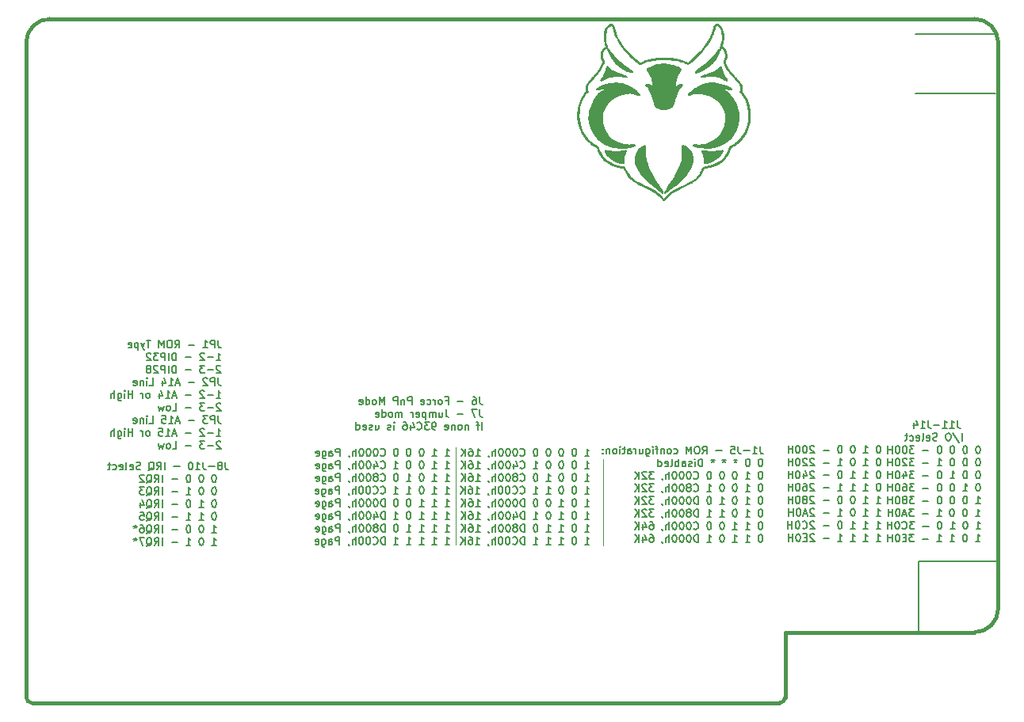
<source format=gbr>
%TF.GenerationSoftware,KiCad,Pcbnew,(5.1.6)-1*%
%TF.CreationDate,2020-12-22T22:51:50+03:00*%
%TF.ProjectId,RTL8019,52544c38-3031-4392-9e6b-696361645f70,rev?*%
%TF.SameCoordinates,Original*%
%TF.FileFunction,Legend,Bot*%
%TF.FilePolarity,Positive*%
%FSLAX46Y46*%
G04 Gerber Fmt 4.6, Leading zero omitted, Abs format (unit mm)*
G04 Created by KiCad (PCBNEW (5.1.6)-1) date 2020-12-22 22:51:50*
%MOMM*%
%LPD*%
G01*
G04 APERTURE LIST*
%ADD10C,0.150000*%
%ADD11C,0.120000*%
%TA.AperFunction,Profile*%
%ADD12C,0.381000*%
%TD*%
%ADD13C,0.190500*%
%ADD14C,0.155000*%
G04 APERTURE END LIST*
D10*
X224504582Y-96868704D02*
X224428392Y-96868704D01*
X224352201Y-96906800D01*
X224314106Y-96944895D01*
X224276011Y-97021085D01*
X224237916Y-97173466D01*
X224237916Y-97363942D01*
X224276011Y-97516323D01*
X224314106Y-97592514D01*
X224352201Y-97630609D01*
X224428392Y-97668704D01*
X224504582Y-97668704D01*
X224580773Y-97630609D01*
X224618868Y-97592514D01*
X224656963Y-97516323D01*
X224695059Y-97363942D01*
X224695059Y-97173466D01*
X224656963Y-97021085D01*
X224618868Y-96944895D01*
X224580773Y-96906800D01*
X224504582Y-96868704D01*
X222866487Y-97668704D02*
X223323630Y-97668704D01*
X223095059Y-97668704D02*
X223095059Y-96868704D01*
X223171249Y-96982990D01*
X223247440Y-97059180D01*
X223323630Y-97097276D01*
X221761725Y-96868704D02*
X221685535Y-96868704D01*
X221609344Y-96906800D01*
X221571249Y-96944895D01*
X221533154Y-97021085D01*
X221495059Y-97173466D01*
X221495059Y-97363942D01*
X221533154Y-97516323D01*
X221571249Y-97592514D01*
X221609344Y-97630609D01*
X221685535Y-97668704D01*
X221761725Y-97668704D01*
X221837916Y-97630609D01*
X221876011Y-97592514D01*
X221914106Y-97516323D01*
X221952201Y-97363942D01*
X221952201Y-97173466D01*
X221914106Y-97021085D01*
X221876011Y-96944895D01*
X221837916Y-96906800D01*
X221761725Y-96868704D01*
X220390297Y-96868704D02*
X220314106Y-96868704D01*
X220237916Y-96906800D01*
X220199820Y-96944895D01*
X220161725Y-97021085D01*
X220123630Y-97173466D01*
X220123630Y-97363942D01*
X220161725Y-97516323D01*
X220199820Y-97592514D01*
X220237916Y-97630609D01*
X220314106Y-97668704D01*
X220390297Y-97668704D01*
X220466487Y-97630609D01*
X220504582Y-97592514D01*
X220542678Y-97516323D01*
X220580773Y-97363942D01*
X220580773Y-97173466D01*
X220542678Y-97021085D01*
X220504582Y-96944895D01*
X220466487Y-96906800D01*
X220390297Y-96868704D01*
X219171249Y-97363942D02*
X218561725Y-97363942D01*
X217609344Y-96944895D02*
X217571249Y-96906800D01*
X217495059Y-96868704D01*
X217304582Y-96868704D01*
X217228392Y-96906800D01*
X217190297Y-96944895D01*
X217152201Y-97021085D01*
X217152201Y-97097276D01*
X217190297Y-97211561D01*
X217647440Y-97668704D01*
X217152201Y-97668704D01*
X216656963Y-96868704D02*
X216580773Y-96868704D01*
X216504582Y-96906800D01*
X216466487Y-96944895D01*
X216428392Y-97021085D01*
X216390297Y-97173466D01*
X216390297Y-97363942D01*
X216428392Y-97516323D01*
X216466487Y-97592514D01*
X216504582Y-97630609D01*
X216580773Y-97668704D01*
X216656963Y-97668704D01*
X216733154Y-97630609D01*
X216771249Y-97592514D01*
X216809344Y-97516323D01*
X216847440Y-97363942D01*
X216847440Y-97173466D01*
X216809344Y-97021085D01*
X216771249Y-96944895D01*
X216733154Y-96906800D01*
X216656963Y-96868704D01*
X215895059Y-96868704D02*
X215818868Y-96868704D01*
X215742678Y-96906800D01*
X215704582Y-96944895D01*
X215666487Y-97021085D01*
X215628392Y-97173466D01*
X215628392Y-97363942D01*
X215666487Y-97516323D01*
X215704582Y-97592514D01*
X215742678Y-97630609D01*
X215818868Y-97668704D01*
X215895059Y-97668704D01*
X215971249Y-97630609D01*
X216009344Y-97592514D01*
X216047440Y-97516323D01*
X216085535Y-97363942D01*
X216085535Y-97173466D01*
X216047440Y-97021085D01*
X216009344Y-96944895D01*
X215971249Y-96906800D01*
X215895059Y-96868704D01*
X215285535Y-97668704D02*
X215285535Y-96868704D01*
X215285535Y-97249657D02*
X214828392Y-97249657D01*
X214828392Y-97668704D02*
X214828392Y-96868704D01*
X224504582Y-98218704D02*
X224428392Y-98218704D01*
X224352201Y-98256800D01*
X224314106Y-98294895D01*
X224276011Y-98371085D01*
X224237916Y-98523466D01*
X224237916Y-98713942D01*
X224276011Y-98866323D01*
X224314106Y-98942514D01*
X224352201Y-98980609D01*
X224428392Y-99018704D01*
X224504582Y-99018704D01*
X224580773Y-98980609D01*
X224618868Y-98942514D01*
X224656963Y-98866323D01*
X224695059Y-98713942D01*
X224695059Y-98523466D01*
X224656963Y-98371085D01*
X224618868Y-98294895D01*
X224580773Y-98256800D01*
X224504582Y-98218704D01*
X222866487Y-99018704D02*
X223323630Y-99018704D01*
X223095059Y-99018704D02*
X223095059Y-98218704D01*
X223171249Y-98332990D01*
X223247440Y-98409180D01*
X223323630Y-98447276D01*
X221761725Y-98218704D02*
X221685535Y-98218704D01*
X221609344Y-98256800D01*
X221571249Y-98294895D01*
X221533154Y-98371085D01*
X221495059Y-98523466D01*
X221495059Y-98713942D01*
X221533154Y-98866323D01*
X221571249Y-98942514D01*
X221609344Y-98980609D01*
X221685535Y-99018704D01*
X221761725Y-99018704D01*
X221837916Y-98980609D01*
X221876011Y-98942514D01*
X221914106Y-98866323D01*
X221952201Y-98713942D01*
X221952201Y-98523466D01*
X221914106Y-98371085D01*
X221876011Y-98294895D01*
X221837916Y-98256800D01*
X221761725Y-98218704D01*
X220123630Y-99018704D02*
X220580773Y-99018704D01*
X220352201Y-99018704D02*
X220352201Y-98218704D01*
X220428392Y-98332990D01*
X220504582Y-98409180D01*
X220580773Y-98447276D01*
X219171249Y-98713942D02*
X218561725Y-98713942D01*
X217609344Y-98294895D02*
X217571249Y-98256800D01*
X217495059Y-98218704D01*
X217304582Y-98218704D01*
X217228392Y-98256800D01*
X217190297Y-98294895D01*
X217152201Y-98371085D01*
X217152201Y-98447276D01*
X217190297Y-98561561D01*
X217647440Y-99018704D01*
X217152201Y-99018704D01*
X216847440Y-98294895D02*
X216809344Y-98256800D01*
X216733154Y-98218704D01*
X216542678Y-98218704D01*
X216466487Y-98256800D01*
X216428392Y-98294895D01*
X216390297Y-98371085D01*
X216390297Y-98447276D01*
X216428392Y-98561561D01*
X216885535Y-99018704D01*
X216390297Y-99018704D01*
X215895059Y-98218704D02*
X215818868Y-98218704D01*
X215742678Y-98256800D01*
X215704582Y-98294895D01*
X215666487Y-98371085D01*
X215628392Y-98523466D01*
X215628392Y-98713942D01*
X215666487Y-98866323D01*
X215704582Y-98942514D01*
X215742678Y-98980609D01*
X215818868Y-99018704D01*
X215895059Y-99018704D01*
X215971249Y-98980609D01*
X216009344Y-98942514D01*
X216047440Y-98866323D01*
X216085535Y-98713942D01*
X216085535Y-98523466D01*
X216047440Y-98371085D01*
X216009344Y-98294895D01*
X215971249Y-98256800D01*
X215895059Y-98218704D01*
X215285535Y-99018704D02*
X215285535Y-98218704D01*
X215285535Y-98599657D02*
X214828392Y-98599657D01*
X214828392Y-99018704D02*
X214828392Y-98218704D01*
X224504582Y-99568704D02*
X224428392Y-99568704D01*
X224352201Y-99606800D01*
X224314106Y-99644895D01*
X224276011Y-99721085D01*
X224237916Y-99873466D01*
X224237916Y-100063942D01*
X224276011Y-100216323D01*
X224314106Y-100292514D01*
X224352201Y-100330609D01*
X224428392Y-100368704D01*
X224504582Y-100368704D01*
X224580773Y-100330609D01*
X224618868Y-100292514D01*
X224656963Y-100216323D01*
X224695059Y-100063942D01*
X224695059Y-99873466D01*
X224656963Y-99721085D01*
X224618868Y-99644895D01*
X224580773Y-99606800D01*
X224504582Y-99568704D01*
X222866487Y-100368704D02*
X223323630Y-100368704D01*
X223095059Y-100368704D02*
X223095059Y-99568704D01*
X223171249Y-99682990D01*
X223247440Y-99759180D01*
X223323630Y-99797276D01*
X221495059Y-100368704D02*
X221952201Y-100368704D01*
X221723630Y-100368704D02*
X221723630Y-99568704D01*
X221799820Y-99682990D01*
X221876011Y-99759180D01*
X221952201Y-99797276D01*
X220390297Y-99568704D02*
X220314106Y-99568704D01*
X220237916Y-99606800D01*
X220199820Y-99644895D01*
X220161725Y-99721085D01*
X220123630Y-99873466D01*
X220123630Y-100063942D01*
X220161725Y-100216323D01*
X220199820Y-100292514D01*
X220237916Y-100330609D01*
X220314106Y-100368704D01*
X220390297Y-100368704D01*
X220466487Y-100330609D01*
X220504582Y-100292514D01*
X220542678Y-100216323D01*
X220580773Y-100063942D01*
X220580773Y-99873466D01*
X220542678Y-99721085D01*
X220504582Y-99644895D01*
X220466487Y-99606800D01*
X220390297Y-99568704D01*
X219171249Y-100063942D02*
X218561725Y-100063942D01*
X217609344Y-99644895D02*
X217571249Y-99606800D01*
X217495059Y-99568704D01*
X217304582Y-99568704D01*
X217228392Y-99606800D01*
X217190297Y-99644895D01*
X217152201Y-99721085D01*
X217152201Y-99797276D01*
X217190297Y-99911561D01*
X217647440Y-100368704D01*
X217152201Y-100368704D01*
X216466487Y-99835371D02*
X216466487Y-100368704D01*
X216656963Y-99530609D02*
X216847440Y-100102038D01*
X216352201Y-100102038D01*
X215895059Y-99568704D02*
X215818868Y-99568704D01*
X215742678Y-99606800D01*
X215704582Y-99644895D01*
X215666487Y-99721085D01*
X215628392Y-99873466D01*
X215628392Y-100063942D01*
X215666487Y-100216323D01*
X215704582Y-100292514D01*
X215742678Y-100330609D01*
X215818868Y-100368704D01*
X215895059Y-100368704D01*
X215971249Y-100330609D01*
X216009344Y-100292514D01*
X216047440Y-100216323D01*
X216085535Y-100063942D01*
X216085535Y-99873466D01*
X216047440Y-99721085D01*
X216009344Y-99644895D01*
X215971249Y-99606800D01*
X215895059Y-99568704D01*
X215285535Y-100368704D02*
X215285535Y-99568704D01*
X215285535Y-99949657D02*
X214828392Y-99949657D01*
X214828392Y-100368704D02*
X214828392Y-99568704D01*
X224504582Y-100918704D02*
X224428392Y-100918704D01*
X224352201Y-100956800D01*
X224314106Y-100994895D01*
X224276011Y-101071085D01*
X224237916Y-101223466D01*
X224237916Y-101413942D01*
X224276011Y-101566323D01*
X224314106Y-101642514D01*
X224352201Y-101680609D01*
X224428392Y-101718704D01*
X224504582Y-101718704D01*
X224580773Y-101680609D01*
X224618868Y-101642514D01*
X224656963Y-101566323D01*
X224695059Y-101413942D01*
X224695059Y-101223466D01*
X224656963Y-101071085D01*
X224618868Y-100994895D01*
X224580773Y-100956800D01*
X224504582Y-100918704D01*
X222866487Y-101718704D02*
X223323630Y-101718704D01*
X223095059Y-101718704D02*
X223095059Y-100918704D01*
X223171249Y-101032990D01*
X223247440Y-101109180D01*
X223323630Y-101147276D01*
X221495059Y-101718704D02*
X221952201Y-101718704D01*
X221723630Y-101718704D02*
X221723630Y-100918704D01*
X221799820Y-101032990D01*
X221876011Y-101109180D01*
X221952201Y-101147276D01*
X220123630Y-101718704D02*
X220580773Y-101718704D01*
X220352201Y-101718704D02*
X220352201Y-100918704D01*
X220428392Y-101032990D01*
X220504582Y-101109180D01*
X220580773Y-101147276D01*
X219171249Y-101413942D02*
X218561725Y-101413942D01*
X217609344Y-100994895D02*
X217571249Y-100956800D01*
X217495059Y-100918704D01*
X217304582Y-100918704D01*
X217228392Y-100956800D01*
X217190297Y-100994895D01*
X217152201Y-101071085D01*
X217152201Y-101147276D01*
X217190297Y-101261561D01*
X217647440Y-101718704D01*
X217152201Y-101718704D01*
X216466487Y-100918704D02*
X216618868Y-100918704D01*
X216695059Y-100956800D01*
X216733154Y-100994895D01*
X216809344Y-101109180D01*
X216847440Y-101261561D01*
X216847440Y-101566323D01*
X216809344Y-101642514D01*
X216771249Y-101680609D01*
X216695059Y-101718704D01*
X216542678Y-101718704D01*
X216466487Y-101680609D01*
X216428392Y-101642514D01*
X216390297Y-101566323D01*
X216390297Y-101375847D01*
X216428392Y-101299657D01*
X216466487Y-101261561D01*
X216542678Y-101223466D01*
X216695059Y-101223466D01*
X216771249Y-101261561D01*
X216809344Y-101299657D01*
X216847440Y-101375847D01*
X215895059Y-100918704D02*
X215818868Y-100918704D01*
X215742678Y-100956800D01*
X215704582Y-100994895D01*
X215666487Y-101071085D01*
X215628392Y-101223466D01*
X215628392Y-101413942D01*
X215666487Y-101566323D01*
X215704582Y-101642514D01*
X215742678Y-101680609D01*
X215818868Y-101718704D01*
X215895059Y-101718704D01*
X215971249Y-101680609D01*
X216009344Y-101642514D01*
X216047440Y-101566323D01*
X216085535Y-101413942D01*
X216085535Y-101223466D01*
X216047440Y-101071085D01*
X216009344Y-100994895D01*
X215971249Y-100956800D01*
X215895059Y-100918704D01*
X215285535Y-101718704D02*
X215285535Y-100918704D01*
X215285535Y-101299657D02*
X214828392Y-101299657D01*
X214828392Y-101718704D02*
X214828392Y-100918704D01*
X224237916Y-103068704D02*
X224695059Y-103068704D01*
X224466487Y-103068704D02*
X224466487Y-102268704D01*
X224542678Y-102382990D01*
X224618868Y-102459180D01*
X224695059Y-102497276D01*
X222866487Y-103068704D02*
X223323630Y-103068704D01*
X223095059Y-103068704D02*
X223095059Y-102268704D01*
X223171249Y-102382990D01*
X223247440Y-102459180D01*
X223323630Y-102497276D01*
X221761725Y-102268704D02*
X221685535Y-102268704D01*
X221609344Y-102306800D01*
X221571249Y-102344895D01*
X221533154Y-102421085D01*
X221495059Y-102573466D01*
X221495059Y-102763942D01*
X221533154Y-102916323D01*
X221571249Y-102992514D01*
X221609344Y-103030609D01*
X221685535Y-103068704D01*
X221761725Y-103068704D01*
X221837916Y-103030609D01*
X221876011Y-102992514D01*
X221914106Y-102916323D01*
X221952201Y-102763942D01*
X221952201Y-102573466D01*
X221914106Y-102421085D01*
X221876011Y-102344895D01*
X221837916Y-102306800D01*
X221761725Y-102268704D01*
X220390297Y-102268704D02*
X220314106Y-102268704D01*
X220237916Y-102306800D01*
X220199820Y-102344895D01*
X220161725Y-102421085D01*
X220123630Y-102573466D01*
X220123630Y-102763942D01*
X220161725Y-102916323D01*
X220199820Y-102992514D01*
X220237916Y-103030609D01*
X220314106Y-103068704D01*
X220390297Y-103068704D01*
X220466487Y-103030609D01*
X220504582Y-102992514D01*
X220542678Y-102916323D01*
X220580773Y-102763942D01*
X220580773Y-102573466D01*
X220542678Y-102421085D01*
X220504582Y-102344895D01*
X220466487Y-102306800D01*
X220390297Y-102268704D01*
X219171249Y-102763942D02*
X218561725Y-102763942D01*
X217609344Y-102344895D02*
X217571249Y-102306800D01*
X217495059Y-102268704D01*
X217304582Y-102268704D01*
X217228392Y-102306800D01*
X217190297Y-102344895D01*
X217152201Y-102421085D01*
X217152201Y-102497276D01*
X217190297Y-102611561D01*
X217647440Y-103068704D01*
X217152201Y-103068704D01*
X216695059Y-102611561D02*
X216771249Y-102573466D01*
X216809344Y-102535371D01*
X216847440Y-102459180D01*
X216847440Y-102421085D01*
X216809344Y-102344895D01*
X216771249Y-102306800D01*
X216695059Y-102268704D01*
X216542678Y-102268704D01*
X216466487Y-102306800D01*
X216428392Y-102344895D01*
X216390297Y-102421085D01*
X216390297Y-102459180D01*
X216428392Y-102535371D01*
X216466487Y-102573466D01*
X216542678Y-102611561D01*
X216695059Y-102611561D01*
X216771249Y-102649657D01*
X216809344Y-102687752D01*
X216847440Y-102763942D01*
X216847440Y-102916323D01*
X216809344Y-102992514D01*
X216771249Y-103030609D01*
X216695059Y-103068704D01*
X216542678Y-103068704D01*
X216466487Y-103030609D01*
X216428392Y-102992514D01*
X216390297Y-102916323D01*
X216390297Y-102763942D01*
X216428392Y-102687752D01*
X216466487Y-102649657D01*
X216542678Y-102611561D01*
X215895059Y-102268704D02*
X215818868Y-102268704D01*
X215742678Y-102306800D01*
X215704582Y-102344895D01*
X215666487Y-102421085D01*
X215628392Y-102573466D01*
X215628392Y-102763942D01*
X215666487Y-102916323D01*
X215704582Y-102992514D01*
X215742678Y-103030609D01*
X215818868Y-103068704D01*
X215895059Y-103068704D01*
X215971249Y-103030609D01*
X216009344Y-102992514D01*
X216047440Y-102916323D01*
X216085535Y-102763942D01*
X216085535Y-102573466D01*
X216047440Y-102421085D01*
X216009344Y-102344895D01*
X215971249Y-102306800D01*
X215895059Y-102268704D01*
X215285535Y-103068704D02*
X215285535Y-102268704D01*
X215285535Y-102649657D02*
X214828392Y-102649657D01*
X214828392Y-103068704D02*
X214828392Y-102268704D01*
X224237916Y-104418704D02*
X224695059Y-104418704D01*
X224466487Y-104418704D02*
X224466487Y-103618704D01*
X224542678Y-103732990D01*
X224618868Y-103809180D01*
X224695059Y-103847276D01*
X222866487Y-104418704D02*
X223323630Y-104418704D01*
X223095059Y-104418704D02*
X223095059Y-103618704D01*
X223171249Y-103732990D01*
X223247440Y-103809180D01*
X223323630Y-103847276D01*
X221761725Y-103618704D02*
X221685535Y-103618704D01*
X221609344Y-103656800D01*
X221571249Y-103694895D01*
X221533154Y-103771085D01*
X221495059Y-103923466D01*
X221495059Y-104113942D01*
X221533154Y-104266323D01*
X221571249Y-104342514D01*
X221609344Y-104380609D01*
X221685535Y-104418704D01*
X221761725Y-104418704D01*
X221837916Y-104380609D01*
X221876011Y-104342514D01*
X221914106Y-104266323D01*
X221952201Y-104113942D01*
X221952201Y-103923466D01*
X221914106Y-103771085D01*
X221876011Y-103694895D01*
X221837916Y-103656800D01*
X221761725Y-103618704D01*
X220123630Y-104418704D02*
X220580773Y-104418704D01*
X220352201Y-104418704D02*
X220352201Y-103618704D01*
X220428392Y-103732990D01*
X220504582Y-103809180D01*
X220580773Y-103847276D01*
X219171249Y-104113942D02*
X218561725Y-104113942D01*
X217609344Y-103694895D02*
X217571249Y-103656800D01*
X217495059Y-103618704D01*
X217304582Y-103618704D01*
X217228392Y-103656800D01*
X217190297Y-103694895D01*
X217152201Y-103771085D01*
X217152201Y-103847276D01*
X217190297Y-103961561D01*
X217647440Y-104418704D01*
X217152201Y-104418704D01*
X216847440Y-104190133D02*
X216466487Y-104190133D01*
X216923630Y-104418704D02*
X216656963Y-103618704D01*
X216390297Y-104418704D01*
X215971249Y-103618704D02*
X215895059Y-103618704D01*
X215818868Y-103656800D01*
X215780773Y-103694895D01*
X215742678Y-103771085D01*
X215704582Y-103923466D01*
X215704582Y-104113942D01*
X215742678Y-104266323D01*
X215780773Y-104342514D01*
X215818868Y-104380609D01*
X215895059Y-104418704D01*
X215971249Y-104418704D01*
X216047440Y-104380609D01*
X216085535Y-104342514D01*
X216123630Y-104266323D01*
X216161725Y-104113942D01*
X216161725Y-103923466D01*
X216123630Y-103771085D01*
X216085535Y-103694895D01*
X216047440Y-103656800D01*
X215971249Y-103618704D01*
X215361725Y-104418704D02*
X215361725Y-103618704D01*
X215361725Y-103999657D02*
X214904582Y-103999657D01*
X214904582Y-104418704D02*
X214904582Y-103618704D01*
X224237916Y-105768704D02*
X224695059Y-105768704D01*
X224466487Y-105768704D02*
X224466487Y-104968704D01*
X224542678Y-105082990D01*
X224618868Y-105159180D01*
X224695059Y-105197276D01*
X222866487Y-105768704D02*
X223323630Y-105768704D01*
X223095059Y-105768704D02*
X223095059Y-104968704D01*
X223171249Y-105082990D01*
X223247440Y-105159180D01*
X223323630Y-105197276D01*
X221495059Y-105768704D02*
X221952201Y-105768704D01*
X221723630Y-105768704D02*
X221723630Y-104968704D01*
X221799820Y-105082990D01*
X221876011Y-105159180D01*
X221952201Y-105197276D01*
X220390297Y-104968704D02*
X220314106Y-104968704D01*
X220237916Y-105006800D01*
X220199820Y-105044895D01*
X220161725Y-105121085D01*
X220123630Y-105273466D01*
X220123630Y-105463942D01*
X220161725Y-105616323D01*
X220199820Y-105692514D01*
X220237916Y-105730609D01*
X220314106Y-105768704D01*
X220390297Y-105768704D01*
X220466487Y-105730609D01*
X220504582Y-105692514D01*
X220542678Y-105616323D01*
X220580773Y-105463942D01*
X220580773Y-105273466D01*
X220542678Y-105121085D01*
X220504582Y-105044895D01*
X220466487Y-105006800D01*
X220390297Y-104968704D01*
X219171249Y-105463942D02*
X218561725Y-105463942D01*
X217609344Y-105044895D02*
X217571249Y-105006800D01*
X217495059Y-104968704D01*
X217304582Y-104968704D01*
X217228392Y-105006800D01*
X217190297Y-105044895D01*
X217152201Y-105121085D01*
X217152201Y-105197276D01*
X217190297Y-105311561D01*
X217647440Y-105768704D01*
X217152201Y-105768704D01*
X216352201Y-105692514D02*
X216390297Y-105730609D01*
X216504582Y-105768704D01*
X216580773Y-105768704D01*
X216695059Y-105730609D01*
X216771249Y-105654419D01*
X216809344Y-105578228D01*
X216847440Y-105425847D01*
X216847440Y-105311561D01*
X216809344Y-105159180D01*
X216771249Y-105082990D01*
X216695059Y-105006800D01*
X216580773Y-104968704D01*
X216504582Y-104968704D01*
X216390297Y-105006800D01*
X216352201Y-105044895D01*
X215856963Y-104968704D02*
X215780773Y-104968704D01*
X215704582Y-105006800D01*
X215666487Y-105044895D01*
X215628392Y-105121085D01*
X215590297Y-105273466D01*
X215590297Y-105463942D01*
X215628392Y-105616323D01*
X215666487Y-105692514D01*
X215704582Y-105730609D01*
X215780773Y-105768704D01*
X215856963Y-105768704D01*
X215933154Y-105730609D01*
X215971249Y-105692514D01*
X216009344Y-105616323D01*
X216047440Y-105463942D01*
X216047440Y-105273466D01*
X216009344Y-105121085D01*
X215971249Y-105044895D01*
X215933154Y-105006800D01*
X215856963Y-104968704D01*
X215247440Y-105768704D02*
X215247440Y-104968704D01*
X215247440Y-105349657D02*
X214790297Y-105349657D01*
X214790297Y-105768704D02*
X214790297Y-104968704D01*
X224237916Y-107118704D02*
X224695059Y-107118704D01*
X224466487Y-107118704D02*
X224466487Y-106318704D01*
X224542678Y-106432990D01*
X224618868Y-106509180D01*
X224695059Y-106547276D01*
X222866487Y-107118704D02*
X223323630Y-107118704D01*
X223095059Y-107118704D02*
X223095059Y-106318704D01*
X223171249Y-106432990D01*
X223247440Y-106509180D01*
X223323630Y-106547276D01*
X221495059Y-107118704D02*
X221952201Y-107118704D01*
X221723630Y-107118704D02*
X221723630Y-106318704D01*
X221799820Y-106432990D01*
X221876011Y-106509180D01*
X221952201Y-106547276D01*
X220123630Y-107118704D02*
X220580773Y-107118704D01*
X220352201Y-107118704D02*
X220352201Y-106318704D01*
X220428392Y-106432990D01*
X220504582Y-106509180D01*
X220580773Y-106547276D01*
X219171249Y-106813942D02*
X218561725Y-106813942D01*
X217609344Y-106394895D02*
X217571249Y-106356800D01*
X217495059Y-106318704D01*
X217304582Y-106318704D01*
X217228392Y-106356800D01*
X217190297Y-106394895D01*
X217152201Y-106471085D01*
X217152201Y-106547276D01*
X217190297Y-106661561D01*
X217647440Y-107118704D01*
X217152201Y-107118704D01*
X216809344Y-106699657D02*
X216542678Y-106699657D01*
X216428392Y-107118704D02*
X216809344Y-107118704D01*
X216809344Y-106318704D01*
X216428392Y-106318704D01*
X215933154Y-106318704D02*
X215856963Y-106318704D01*
X215780773Y-106356800D01*
X215742678Y-106394895D01*
X215704582Y-106471085D01*
X215666487Y-106623466D01*
X215666487Y-106813942D01*
X215704582Y-106966323D01*
X215742678Y-107042514D01*
X215780773Y-107080609D01*
X215856963Y-107118704D01*
X215933154Y-107118704D01*
X216009344Y-107080609D01*
X216047440Y-107042514D01*
X216085535Y-106966323D01*
X216123630Y-106813942D01*
X216123630Y-106623466D01*
X216085535Y-106471085D01*
X216047440Y-106394895D01*
X216009344Y-106356800D01*
X215933154Y-106318704D01*
X215323630Y-107118704D02*
X215323630Y-106318704D01*
X215323630Y-106699657D02*
X214866487Y-106699657D01*
X214866487Y-107118704D02*
X214866487Y-106318704D01*
X232892285Y-94197904D02*
X232892285Y-94769333D01*
X232930380Y-94883619D01*
X233006571Y-94959809D01*
X233120857Y-94997904D01*
X233197047Y-94997904D01*
X232092285Y-94997904D02*
X232549428Y-94997904D01*
X232320857Y-94997904D02*
X232320857Y-94197904D01*
X232397047Y-94312190D01*
X232473238Y-94388380D01*
X232549428Y-94426476D01*
X231330380Y-94997904D02*
X231787523Y-94997904D01*
X231558952Y-94997904D02*
X231558952Y-94197904D01*
X231635142Y-94312190D01*
X231711333Y-94388380D01*
X231787523Y-94426476D01*
X230987523Y-94693142D02*
X230378000Y-94693142D01*
X229768476Y-94197904D02*
X229768476Y-94769333D01*
X229806571Y-94883619D01*
X229882761Y-94959809D01*
X229997047Y-94997904D01*
X230073238Y-94997904D01*
X228968476Y-94997904D02*
X229425619Y-94997904D01*
X229197047Y-94997904D02*
X229197047Y-94197904D01*
X229273238Y-94312190D01*
X229349428Y-94388380D01*
X229425619Y-94426476D01*
X228282761Y-94464571D02*
X228282761Y-94997904D01*
X228473238Y-94159809D02*
X228663714Y-94731238D01*
X228168476Y-94731238D01*
X233368476Y-96347904D02*
X233368476Y-95547904D01*
X232416095Y-95509809D02*
X233101809Y-96538380D01*
X231997047Y-95547904D02*
X231844666Y-95547904D01*
X231768476Y-95586000D01*
X231692285Y-95662190D01*
X231654190Y-95814571D01*
X231654190Y-96081238D01*
X231692285Y-96233619D01*
X231768476Y-96309809D01*
X231844666Y-96347904D01*
X231997047Y-96347904D01*
X232073238Y-96309809D01*
X232149428Y-96233619D01*
X232187523Y-96081238D01*
X232187523Y-95814571D01*
X232149428Y-95662190D01*
X232073238Y-95586000D01*
X231997047Y-95547904D01*
X230739904Y-96309809D02*
X230625619Y-96347904D01*
X230435142Y-96347904D01*
X230358952Y-96309809D01*
X230320857Y-96271714D01*
X230282761Y-96195523D01*
X230282761Y-96119333D01*
X230320857Y-96043142D01*
X230358952Y-96005047D01*
X230435142Y-95966952D01*
X230587523Y-95928857D01*
X230663714Y-95890761D01*
X230701809Y-95852666D01*
X230739904Y-95776476D01*
X230739904Y-95700285D01*
X230701809Y-95624095D01*
X230663714Y-95586000D01*
X230587523Y-95547904D01*
X230397047Y-95547904D01*
X230282761Y-95586000D01*
X229635142Y-96309809D02*
X229711333Y-96347904D01*
X229863714Y-96347904D01*
X229939904Y-96309809D01*
X229978000Y-96233619D01*
X229978000Y-95928857D01*
X229939904Y-95852666D01*
X229863714Y-95814571D01*
X229711333Y-95814571D01*
X229635142Y-95852666D01*
X229597047Y-95928857D01*
X229597047Y-96005047D01*
X229978000Y-96081238D01*
X229139904Y-96347904D02*
X229216095Y-96309809D01*
X229254190Y-96233619D01*
X229254190Y-95547904D01*
X228530380Y-96309809D02*
X228606571Y-96347904D01*
X228758952Y-96347904D01*
X228835142Y-96309809D01*
X228873238Y-96233619D01*
X228873238Y-95928857D01*
X228835142Y-95852666D01*
X228758952Y-95814571D01*
X228606571Y-95814571D01*
X228530380Y-95852666D01*
X228492285Y-95928857D01*
X228492285Y-96005047D01*
X228873238Y-96081238D01*
X227806571Y-96309809D02*
X227882761Y-96347904D01*
X228035142Y-96347904D01*
X228111333Y-96309809D01*
X228149428Y-96271714D01*
X228187523Y-96195523D01*
X228187523Y-95966952D01*
X228149428Y-95890761D01*
X228111333Y-95852666D01*
X228035142Y-95814571D01*
X227882761Y-95814571D01*
X227806571Y-95852666D01*
X227578000Y-95814571D02*
X227273238Y-95814571D01*
X227463714Y-95547904D02*
X227463714Y-96233619D01*
X227425619Y-96309809D01*
X227349428Y-96347904D01*
X227273238Y-96347904D01*
X235139904Y-96897904D02*
X235063714Y-96897904D01*
X234987523Y-96936000D01*
X234949428Y-96974095D01*
X234911333Y-97050285D01*
X234873238Y-97202666D01*
X234873238Y-97393142D01*
X234911333Y-97545523D01*
X234949428Y-97621714D01*
X234987523Y-97659809D01*
X235063714Y-97697904D01*
X235139904Y-97697904D01*
X235216095Y-97659809D01*
X235254190Y-97621714D01*
X235292285Y-97545523D01*
X235330380Y-97393142D01*
X235330380Y-97202666D01*
X235292285Y-97050285D01*
X235254190Y-96974095D01*
X235216095Y-96936000D01*
X235139904Y-96897904D01*
X233768476Y-96897904D02*
X233692285Y-96897904D01*
X233616095Y-96936000D01*
X233578000Y-96974095D01*
X233539904Y-97050285D01*
X233501809Y-97202666D01*
X233501809Y-97393142D01*
X233539904Y-97545523D01*
X233578000Y-97621714D01*
X233616095Y-97659809D01*
X233692285Y-97697904D01*
X233768476Y-97697904D01*
X233844666Y-97659809D01*
X233882761Y-97621714D01*
X233920857Y-97545523D01*
X233958952Y-97393142D01*
X233958952Y-97202666D01*
X233920857Y-97050285D01*
X233882761Y-96974095D01*
X233844666Y-96936000D01*
X233768476Y-96897904D01*
X232397047Y-96897904D02*
X232320857Y-96897904D01*
X232244666Y-96936000D01*
X232206571Y-96974095D01*
X232168476Y-97050285D01*
X232130380Y-97202666D01*
X232130380Y-97393142D01*
X232168476Y-97545523D01*
X232206571Y-97621714D01*
X232244666Y-97659809D01*
X232320857Y-97697904D01*
X232397047Y-97697904D01*
X232473238Y-97659809D01*
X232511333Y-97621714D01*
X232549428Y-97545523D01*
X232587523Y-97393142D01*
X232587523Y-97202666D01*
X232549428Y-97050285D01*
X232511333Y-96974095D01*
X232473238Y-96936000D01*
X232397047Y-96897904D01*
X231025619Y-96897904D02*
X230949428Y-96897904D01*
X230873238Y-96936000D01*
X230835142Y-96974095D01*
X230797047Y-97050285D01*
X230758952Y-97202666D01*
X230758952Y-97393142D01*
X230797047Y-97545523D01*
X230835142Y-97621714D01*
X230873238Y-97659809D01*
X230949428Y-97697904D01*
X231025619Y-97697904D01*
X231101809Y-97659809D01*
X231139904Y-97621714D01*
X231178000Y-97545523D01*
X231216095Y-97393142D01*
X231216095Y-97202666D01*
X231178000Y-97050285D01*
X231139904Y-96974095D01*
X231101809Y-96936000D01*
X231025619Y-96897904D01*
X229806571Y-97393142D02*
X229197047Y-97393142D01*
X228282761Y-96897904D02*
X227787523Y-96897904D01*
X228054190Y-97202666D01*
X227939904Y-97202666D01*
X227863714Y-97240761D01*
X227825619Y-97278857D01*
X227787523Y-97355047D01*
X227787523Y-97545523D01*
X227825619Y-97621714D01*
X227863714Y-97659809D01*
X227939904Y-97697904D01*
X228168476Y-97697904D01*
X228244666Y-97659809D01*
X228282761Y-97621714D01*
X227292285Y-96897904D02*
X227216095Y-96897904D01*
X227139904Y-96936000D01*
X227101809Y-96974095D01*
X227063714Y-97050285D01*
X227025619Y-97202666D01*
X227025619Y-97393142D01*
X227063714Y-97545523D01*
X227101809Y-97621714D01*
X227139904Y-97659809D01*
X227216095Y-97697904D01*
X227292285Y-97697904D01*
X227368476Y-97659809D01*
X227406571Y-97621714D01*
X227444666Y-97545523D01*
X227482761Y-97393142D01*
X227482761Y-97202666D01*
X227444666Y-97050285D01*
X227406571Y-96974095D01*
X227368476Y-96936000D01*
X227292285Y-96897904D01*
X226530380Y-96897904D02*
X226454190Y-96897904D01*
X226378000Y-96936000D01*
X226339904Y-96974095D01*
X226301809Y-97050285D01*
X226263714Y-97202666D01*
X226263714Y-97393142D01*
X226301809Y-97545523D01*
X226339904Y-97621714D01*
X226378000Y-97659809D01*
X226454190Y-97697904D01*
X226530380Y-97697904D01*
X226606571Y-97659809D01*
X226644666Y-97621714D01*
X226682761Y-97545523D01*
X226720857Y-97393142D01*
X226720857Y-97202666D01*
X226682761Y-97050285D01*
X226644666Y-96974095D01*
X226606571Y-96936000D01*
X226530380Y-96897904D01*
X225920857Y-97697904D02*
X225920857Y-96897904D01*
X225920857Y-97278857D02*
X225463714Y-97278857D01*
X225463714Y-97697904D02*
X225463714Y-96897904D01*
X235139904Y-98247904D02*
X235063714Y-98247904D01*
X234987523Y-98286000D01*
X234949428Y-98324095D01*
X234911333Y-98400285D01*
X234873238Y-98552666D01*
X234873238Y-98743142D01*
X234911333Y-98895523D01*
X234949428Y-98971714D01*
X234987523Y-99009809D01*
X235063714Y-99047904D01*
X235139904Y-99047904D01*
X235216095Y-99009809D01*
X235254190Y-98971714D01*
X235292285Y-98895523D01*
X235330380Y-98743142D01*
X235330380Y-98552666D01*
X235292285Y-98400285D01*
X235254190Y-98324095D01*
X235216095Y-98286000D01*
X235139904Y-98247904D01*
X233768476Y-98247904D02*
X233692285Y-98247904D01*
X233616095Y-98286000D01*
X233578000Y-98324095D01*
X233539904Y-98400285D01*
X233501809Y-98552666D01*
X233501809Y-98743142D01*
X233539904Y-98895523D01*
X233578000Y-98971714D01*
X233616095Y-99009809D01*
X233692285Y-99047904D01*
X233768476Y-99047904D01*
X233844666Y-99009809D01*
X233882761Y-98971714D01*
X233920857Y-98895523D01*
X233958952Y-98743142D01*
X233958952Y-98552666D01*
X233920857Y-98400285D01*
X233882761Y-98324095D01*
X233844666Y-98286000D01*
X233768476Y-98247904D01*
X232397047Y-98247904D02*
X232320857Y-98247904D01*
X232244666Y-98286000D01*
X232206571Y-98324095D01*
X232168476Y-98400285D01*
X232130380Y-98552666D01*
X232130380Y-98743142D01*
X232168476Y-98895523D01*
X232206571Y-98971714D01*
X232244666Y-99009809D01*
X232320857Y-99047904D01*
X232397047Y-99047904D01*
X232473238Y-99009809D01*
X232511333Y-98971714D01*
X232549428Y-98895523D01*
X232587523Y-98743142D01*
X232587523Y-98552666D01*
X232549428Y-98400285D01*
X232511333Y-98324095D01*
X232473238Y-98286000D01*
X232397047Y-98247904D01*
X230758952Y-99047904D02*
X231216095Y-99047904D01*
X230987523Y-99047904D02*
X230987523Y-98247904D01*
X231063714Y-98362190D01*
X231139904Y-98438380D01*
X231216095Y-98476476D01*
X229806571Y-98743142D02*
X229197047Y-98743142D01*
X228282761Y-98247904D02*
X227787523Y-98247904D01*
X228054190Y-98552666D01*
X227939904Y-98552666D01*
X227863714Y-98590761D01*
X227825619Y-98628857D01*
X227787523Y-98705047D01*
X227787523Y-98895523D01*
X227825619Y-98971714D01*
X227863714Y-99009809D01*
X227939904Y-99047904D01*
X228168476Y-99047904D01*
X228244666Y-99009809D01*
X228282761Y-98971714D01*
X227482761Y-98324095D02*
X227444666Y-98286000D01*
X227368476Y-98247904D01*
X227178000Y-98247904D01*
X227101809Y-98286000D01*
X227063714Y-98324095D01*
X227025619Y-98400285D01*
X227025619Y-98476476D01*
X227063714Y-98590761D01*
X227520857Y-99047904D01*
X227025619Y-99047904D01*
X226530380Y-98247904D02*
X226454190Y-98247904D01*
X226378000Y-98286000D01*
X226339904Y-98324095D01*
X226301809Y-98400285D01*
X226263714Y-98552666D01*
X226263714Y-98743142D01*
X226301809Y-98895523D01*
X226339904Y-98971714D01*
X226378000Y-99009809D01*
X226454190Y-99047904D01*
X226530380Y-99047904D01*
X226606571Y-99009809D01*
X226644666Y-98971714D01*
X226682761Y-98895523D01*
X226720857Y-98743142D01*
X226720857Y-98552666D01*
X226682761Y-98400285D01*
X226644666Y-98324095D01*
X226606571Y-98286000D01*
X226530380Y-98247904D01*
X225920857Y-99047904D02*
X225920857Y-98247904D01*
X225920857Y-98628857D02*
X225463714Y-98628857D01*
X225463714Y-99047904D02*
X225463714Y-98247904D01*
X235139904Y-99597904D02*
X235063714Y-99597904D01*
X234987523Y-99636000D01*
X234949428Y-99674095D01*
X234911333Y-99750285D01*
X234873238Y-99902666D01*
X234873238Y-100093142D01*
X234911333Y-100245523D01*
X234949428Y-100321714D01*
X234987523Y-100359809D01*
X235063714Y-100397904D01*
X235139904Y-100397904D01*
X235216095Y-100359809D01*
X235254190Y-100321714D01*
X235292285Y-100245523D01*
X235330380Y-100093142D01*
X235330380Y-99902666D01*
X235292285Y-99750285D01*
X235254190Y-99674095D01*
X235216095Y-99636000D01*
X235139904Y-99597904D01*
X233768476Y-99597904D02*
X233692285Y-99597904D01*
X233616095Y-99636000D01*
X233578000Y-99674095D01*
X233539904Y-99750285D01*
X233501809Y-99902666D01*
X233501809Y-100093142D01*
X233539904Y-100245523D01*
X233578000Y-100321714D01*
X233616095Y-100359809D01*
X233692285Y-100397904D01*
X233768476Y-100397904D01*
X233844666Y-100359809D01*
X233882761Y-100321714D01*
X233920857Y-100245523D01*
X233958952Y-100093142D01*
X233958952Y-99902666D01*
X233920857Y-99750285D01*
X233882761Y-99674095D01*
X233844666Y-99636000D01*
X233768476Y-99597904D01*
X232130380Y-100397904D02*
X232587523Y-100397904D01*
X232358952Y-100397904D02*
X232358952Y-99597904D01*
X232435142Y-99712190D01*
X232511333Y-99788380D01*
X232587523Y-99826476D01*
X231025619Y-99597904D02*
X230949428Y-99597904D01*
X230873238Y-99636000D01*
X230835142Y-99674095D01*
X230797047Y-99750285D01*
X230758952Y-99902666D01*
X230758952Y-100093142D01*
X230797047Y-100245523D01*
X230835142Y-100321714D01*
X230873238Y-100359809D01*
X230949428Y-100397904D01*
X231025619Y-100397904D01*
X231101809Y-100359809D01*
X231139904Y-100321714D01*
X231178000Y-100245523D01*
X231216095Y-100093142D01*
X231216095Y-99902666D01*
X231178000Y-99750285D01*
X231139904Y-99674095D01*
X231101809Y-99636000D01*
X231025619Y-99597904D01*
X229806571Y-100093142D02*
X229197047Y-100093142D01*
X228282761Y-99597904D02*
X227787523Y-99597904D01*
X228054190Y-99902666D01*
X227939904Y-99902666D01*
X227863714Y-99940761D01*
X227825619Y-99978857D01*
X227787523Y-100055047D01*
X227787523Y-100245523D01*
X227825619Y-100321714D01*
X227863714Y-100359809D01*
X227939904Y-100397904D01*
X228168476Y-100397904D01*
X228244666Y-100359809D01*
X228282761Y-100321714D01*
X227101809Y-99864571D02*
X227101809Y-100397904D01*
X227292285Y-99559809D02*
X227482761Y-100131238D01*
X226987523Y-100131238D01*
X226530380Y-99597904D02*
X226454190Y-99597904D01*
X226378000Y-99636000D01*
X226339904Y-99674095D01*
X226301809Y-99750285D01*
X226263714Y-99902666D01*
X226263714Y-100093142D01*
X226301809Y-100245523D01*
X226339904Y-100321714D01*
X226378000Y-100359809D01*
X226454190Y-100397904D01*
X226530380Y-100397904D01*
X226606571Y-100359809D01*
X226644666Y-100321714D01*
X226682761Y-100245523D01*
X226720857Y-100093142D01*
X226720857Y-99902666D01*
X226682761Y-99750285D01*
X226644666Y-99674095D01*
X226606571Y-99636000D01*
X226530380Y-99597904D01*
X225920857Y-100397904D02*
X225920857Y-99597904D01*
X225920857Y-99978857D02*
X225463714Y-99978857D01*
X225463714Y-100397904D02*
X225463714Y-99597904D01*
X235139904Y-100947904D02*
X235063714Y-100947904D01*
X234987523Y-100986000D01*
X234949428Y-101024095D01*
X234911333Y-101100285D01*
X234873238Y-101252666D01*
X234873238Y-101443142D01*
X234911333Y-101595523D01*
X234949428Y-101671714D01*
X234987523Y-101709809D01*
X235063714Y-101747904D01*
X235139904Y-101747904D01*
X235216095Y-101709809D01*
X235254190Y-101671714D01*
X235292285Y-101595523D01*
X235330380Y-101443142D01*
X235330380Y-101252666D01*
X235292285Y-101100285D01*
X235254190Y-101024095D01*
X235216095Y-100986000D01*
X235139904Y-100947904D01*
X233501809Y-101747904D02*
X233958952Y-101747904D01*
X233730380Y-101747904D02*
X233730380Y-100947904D01*
X233806571Y-101062190D01*
X233882761Y-101138380D01*
X233958952Y-101176476D01*
X232397047Y-100947904D02*
X232320857Y-100947904D01*
X232244666Y-100986000D01*
X232206571Y-101024095D01*
X232168476Y-101100285D01*
X232130380Y-101252666D01*
X232130380Y-101443142D01*
X232168476Y-101595523D01*
X232206571Y-101671714D01*
X232244666Y-101709809D01*
X232320857Y-101747904D01*
X232397047Y-101747904D01*
X232473238Y-101709809D01*
X232511333Y-101671714D01*
X232549428Y-101595523D01*
X232587523Y-101443142D01*
X232587523Y-101252666D01*
X232549428Y-101100285D01*
X232511333Y-101024095D01*
X232473238Y-100986000D01*
X232397047Y-100947904D01*
X231025619Y-100947904D02*
X230949428Y-100947904D01*
X230873238Y-100986000D01*
X230835142Y-101024095D01*
X230797047Y-101100285D01*
X230758952Y-101252666D01*
X230758952Y-101443142D01*
X230797047Y-101595523D01*
X230835142Y-101671714D01*
X230873238Y-101709809D01*
X230949428Y-101747904D01*
X231025619Y-101747904D01*
X231101809Y-101709809D01*
X231139904Y-101671714D01*
X231178000Y-101595523D01*
X231216095Y-101443142D01*
X231216095Y-101252666D01*
X231178000Y-101100285D01*
X231139904Y-101024095D01*
X231101809Y-100986000D01*
X231025619Y-100947904D01*
X229806571Y-101443142D02*
X229197047Y-101443142D01*
X228282761Y-100947904D02*
X227787523Y-100947904D01*
X228054190Y-101252666D01*
X227939904Y-101252666D01*
X227863714Y-101290761D01*
X227825619Y-101328857D01*
X227787523Y-101405047D01*
X227787523Y-101595523D01*
X227825619Y-101671714D01*
X227863714Y-101709809D01*
X227939904Y-101747904D01*
X228168476Y-101747904D01*
X228244666Y-101709809D01*
X228282761Y-101671714D01*
X227101809Y-100947904D02*
X227254190Y-100947904D01*
X227330380Y-100986000D01*
X227368476Y-101024095D01*
X227444666Y-101138380D01*
X227482761Y-101290761D01*
X227482761Y-101595523D01*
X227444666Y-101671714D01*
X227406571Y-101709809D01*
X227330380Y-101747904D01*
X227178000Y-101747904D01*
X227101809Y-101709809D01*
X227063714Y-101671714D01*
X227025619Y-101595523D01*
X227025619Y-101405047D01*
X227063714Y-101328857D01*
X227101809Y-101290761D01*
X227178000Y-101252666D01*
X227330380Y-101252666D01*
X227406571Y-101290761D01*
X227444666Y-101328857D01*
X227482761Y-101405047D01*
X226530380Y-100947904D02*
X226454190Y-100947904D01*
X226378000Y-100986000D01*
X226339904Y-101024095D01*
X226301809Y-101100285D01*
X226263714Y-101252666D01*
X226263714Y-101443142D01*
X226301809Y-101595523D01*
X226339904Y-101671714D01*
X226378000Y-101709809D01*
X226454190Y-101747904D01*
X226530380Y-101747904D01*
X226606571Y-101709809D01*
X226644666Y-101671714D01*
X226682761Y-101595523D01*
X226720857Y-101443142D01*
X226720857Y-101252666D01*
X226682761Y-101100285D01*
X226644666Y-101024095D01*
X226606571Y-100986000D01*
X226530380Y-100947904D01*
X225920857Y-101747904D02*
X225920857Y-100947904D01*
X225920857Y-101328857D02*
X225463714Y-101328857D01*
X225463714Y-101747904D02*
X225463714Y-100947904D01*
X234873238Y-103097904D02*
X235330380Y-103097904D01*
X235101809Y-103097904D02*
X235101809Y-102297904D01*
X235178000Y-102412190D01*
X235254190Y-102488380D01*
X235330380Y-102526476D01*
X233768476Y-102297904D02*
X233692285Y-102297904D01*
X233616095Y-102336000D01*
X233578000Y-102374095D01*
X233539904Y-102450285D01*
X233501809Y-102602666D01*
X233501809Y-102793142D01*
X233539904Y-102945523D01*
X233578000Y-103021714D01*
X233616095Y-103059809D01*
X233692285Y-103097904D01*
X233768476Y-103097904D01*
X233844666Y-103059809D01*
X233882761Y-103021714D01*
X233920857Y-102945523D01*
X233958952Y-102793142D01*
X233958952Y-102602666D01*
X233920857Y-102450285D01*
X233882761Y-102374095D01*
X233844666Y-102336000D01*
X233768476Y-102297904D01*
X232397047Y-102297904D02*
X232320857Y-102297904D01*
X232244666Y-102336000D01*
X232206571Y-102374095D01*
X232168476Y-102450285D01*
X232130380Y-102602666D01*
X232130380Y-102793142D01*
X232168476Y-102945523D01*
X232206571Y-103021714D01*
X232244666Y-103059809D01*
X232320857Y-103097904D01*
X232397047Y-103097904D01*
X232473238Y-103059809D01*
X232511333Y-103021714D01*
X232549428Y-102945523D01*
X232587523Y-102793142D01*
X232587523Y-102602666D01*
X232549428Y-102450285D01*
X232511333Y-102374095D01*
X232473238Y-102336000D01*
X232397047Y-102297904D01*
X231025619Y-102297904D02*
X230949428Y-102297904D01*
X230873238Y-102336000D01*
X230835142Y-102374095D01*
X230797047Y-102450285D01*
X230758952Y-102602666D01*
X230758952Y-102793142D01*
X230797047Y-102945523D01*
X230835142Y-103021714D01*
X230873238Y-103059809D01*
X230949428Y-103097904D01*
X231025619Y-103097904D01*
X231101809Y-103059809D01*
X231139904Y-103021714D01*
X231178000Y-102945523D01*
X231216095Y-102793142D01*
X231216095Y-102602666D01*
X231178000Y-102450285D01*
X231139904Y-102374095D01*
X231101809Y-102336000D01*
X231025619Y-102297904D01*
X229806571Y-102793142D02*
X229197047Y-102793142D01*
X228282761Y-102297904D02*
X227787523Y-102297904D01*
X228054190Y-102602666D01*
X227939904Y-102602666D01*
X227863714Y-102640761D01*
X227825619Y-102678857D01*
X227787523Y-102755047D01*
X227787523Y-102945523D01*
X227825619Y-103021714D01*
X227863714Y-103059809D01*
X227939904Y-103097904D01*
X228168476Y-103097904D01*
X228244666Y-103059809D01*
X228282761Y-103021714D01*
X227330380Y-102640761D02*
X227406571Y-102602666D01*
X227444666Y-102564571D01*
X227482761Y-102488380D01*
X227482761Y-102450285D01*
X227444666Y-102374095D01*
X227406571Y-102336000D01*
X227330380Y-102297904D01*
X227178000Y-102297904D01*
X227101809Y-102336000D01*
X227063714Y-102374095D01*
X227025619Y-102450285D01*
X227025619Y-102488380D01*
X227063714Y-102564571D01*
X227101809Y-102602666D01*
X227178000Y-102640761D01*
X227330380Y-102640761D01*
X227406571Y-102678857D01*
X227444666Y-102716952D01*
X227482761Y-102793142D01*
X227482761Y-102945523D01*
X227444666Y-103021714D01*
X227406571Y-103059809D01*
X227330380Y-103097904D01*
X227178000Y-103097904D01*
X227101809Y-103059809D01*
X227063714Y-103021714D01*
X227025619Y-102945523D01*
X227025619Y-102793142D01*
X227063714Y-102716952D01*
X227101809Y-102678857D01*
X227178000Y-102640761D01*
X226530380Y-102297904D02*
X226454190Y-102297904D01*
X226378000Y-102336000D01*
X226339904Y-102374095D01*
X226301809Y-102450285D01*
X226263714Y-102602666D01*
X226263714Y-102793142D01*
X226301809Y-102945523D01*
X226339904Y-103021714D01*
X226378000Y-103059809D01*
X226454190Y-103097904D01*
X226530380Y-103097904D01*
X226606571Y-103059809D01*
X226644666Y-103021714D01*
X226682761Y-102945523D01*
X226720857Y-102793142D01*
X226720857Y-102602666D01*
X226682761Y-102450285D01*
X226644666Y-102374095D01*
X226606571Y-102336000D01*
X226530380Y-102297904D01*
X225920857Y-103097904D02*
X225920857Y-102297904D01*
X225920857Y-102678857D02*
X225463714Y-102678857D01*
X225463714Y-103097904D02*
X225463714Y-102297904D01*
X234835142Y-104447904D02*
X235292285Y-104447904D01*
X235063714Y-104447904D02*
X235063714Y-103647904D01*
X235139904Y-103762190D01*
X235216095Y-103838380D01*
X235292285Y-103876476D01*
X233730380Y-103647904D02*
X233654190Y-103647904D01*
X233578000Y-103686000D01*
X233539904Y-103724095D01*
X233501809Y-103800285D01*
X233463714Y-103952666D01*
X233463714Y-104143142D01*
X233501809Y-104295523D01*
X233539904Y-104371714D01*
X233578000Y-104409809D01*
X233654190Y-104447904D01*
X233730380Y-104447904D01*
X233806571Y-104409809D01*
X233844666Y-104371714D01*
X233882761Y-104295523D01*
X233920857Y-104143142D01*
X233920857Y-103952666D01*
X233882761Y-103800285D01*
X233844666Y-103724095D01*
X233806571Y-103686000D01*
X233730380Y-103647904D01*
X232358952Y-103647904D02*
X232282761Y-103647904D01*
X232206571Y-103686000D01*
X232168476Y-103724095D01*
X232130380Y-103800285D01*
X232092285Y-103952666D01*
X232092285Y-104143142D01*
X232130380Y-104295523D01*
X232168476Y-104371714D01*
X232206571Y-104409809D01*
X232282761Y-104447904D01*
X232358952Y-104447904D01*
X232435142Y-104409809D01*
X232473238Y-104371714D01*
X232511333Y-104295523D01*
X232549428Y-104143142D01*
X232549428Y-103952666D01*
X232511333Y-103800285D01*
X232473238Y-103724095D01*
X232435142Y-103686000D01*
X232358952Y-103647904D01*
X230720857Y-104447904D02*
X231178000Y-104447904D01*
X230949428Y-104447904D02*
X230949428Y-103647904D01*
X231025619Y-103762190D01*
X231101809Y-103838380D01*
X231178000Y-103876476D01*
X229768476Y-104143142D02*
X229158952Y-104143142D01*
X228244666Y-103647904D02*
X227749428Y-103647904D01*
X228016095Y-103952666D01*
X227901809Y-103952666D01*
X227825619Y-103990761D01*
X227787523Y-104028857D01*
X227749428Y-104105047D01*
X227749428Y-104295523D01*
X227787523Y-104371714D01*
X227825619Y-104409809D01*
X227901809Y-104447904D01*
X228130380Y-104447904D01*
X228206571Y-104409809D01*
X228244666Y-104371714D01*
X227444666Y-104219333D02*
X227063714Y-104219333D01*
X227520857Y-104447904D02*
X227254190Y-103647904D01*
X226987523Y-104447904D01*
X226568476Y-103647904D02*
X226492285Y-103647904D01*
X226416095Y-103686000D01*
X226378000Y-103724095D01*
X226339904Y-103800285D01*
X226301809Y-103952666D01*
X226301809Y-104143142D01*
X226339904Y-104295523D01*
X226378000Y-104371714D01*
X226416095Y-104409809D01*
X226492285Y-104447904D01*
X226568476Y-104447904D01*
X226644666Y-104409809D01*
X226682761Y-104371714D01*
X226720857Y-104295523D01*
X226758952Y-104143142D01*
X226758952Y-103952666D01*
X226720857Y-103800285D01*
X226682761Y-103724095D01*
X226644666Y-103686000D01*
X226568476Y-103647904D01*
X225958952Y-104447904D02*
X225958952Y-103647904D01*
X225958952Y-104028857D02*
X225501809Y-104028857D01*
X225501809Y-104447904D02*
X225501809Y-103647904D01*
X234892285Y-105797904D02*
X235349428Y-105797904D01*
X235120857Y-105797904D02*
X235120857Y-104997904D01*
X235197047Y-105112190D01*
X235273238Y-105188380D01*
X235349428Y-105226476D01*
X233787523Y-104997904D02*
X233711333Y-104997904D01*
X233635142Y-105036000D01*
X233597047Y-105074095D01*
X233558952Y-105150285D01*
X233520857Y-105302666D01*
X233520857Y-105493142D01*
X233558952Y-105645523D01*
X233597047Y-105721714D01*
X233635142Y-105759809D01*
X233711333Y-105797904D01*
X233787523Y-105797904D01*
X233863714Y-105759809D01*
X233901809Y-105721714D01*
X233939904Y-105645523D01*
X233978000Y-105493142D01*
X233978000Y-105302666D01*
X233939904Y-105150285D01*
X233901809Y-105074095D01*
X233863714Y-105036000D01*
X233787523Y-104997904D01*
X232149428Y-105797904D02*
X232606571Y-105797904D01*
X232378000Y-105797904D02*
X232378000Y-104997904D01*
X232454190Y-105112190D01*
X232530380Y-105188380D01*
X232606571Y-105226476D01*
X231044666Y-104997904D02*
X230968476Y-104997904D01*
X230892285Y-105036000D01*
X230854190Y-105074095D01*
X230816095Y-105150285D01*
X230778000Y-105302666D01*
X230778000Y-105493142D01*
X230816095Y-105645523D01*
X230854190Y-105721714D01*
X230892285Y-105759809D01*
X230968476Y-105797904D01*
X231044666Y-105797904D01*
X231120857Y-105759809D01*
X231158952Y-105721714D01*
X231197047Y-105645523D01*
X231235142Y-105493142D01*
X231235142Y-105302666D01*
X231197047Y-105150285D01*
X231158952Y-105074095D01*
X231120857Y-105036000D01*
X231044666Y-104997904D01*
X229825619Y-105493142D02*
X229216095Y-105493142D01*
X228301809Y-104997904D02*
X227806571Y-104997904D01*
X228073238Y-105302666D01*
X227958952Y-105302666D01*
X227882761Y-105340761D01*
X227844666Y-105378857D01*
X227806571Y-105455047D01*
X227806571Y-105645523D01*
X227844666Y-105721714D01*
X227882761Y-105759809D01*
X227958952Y-105797904D01*
X228187523Y-105797904D01*
X228263714Y-105759809D01*
X228301809Y-105721714D01*
X227006571Y-105721714D02*
X227044666Y-105759809D01*
X227158952Y-105797904D01*
X227235142Y-105797904D01*
X227349428Y-105759809D01*
X227425619Y-105683619D01*
X227463714Y-105607428D01*
X227501809Y-105455047D01*
X227501809Y-105340761D01*
X227463714Y-105188380D01*
X227425619Y-105112190D01*
X227349428Y-105036000D01*
X227235142Y-104997904D01*
X227158952Y-104997904D01*
X227044666Y-105036000D01*
X227006571Y-105074095D01*
X226511333Y-104997904D02*
X226435142Y-104997904D01*
X226358952Y-105036000D01*
X226320857Y-105074095D01*
X226282761Y-105150285D01*
X226244666Y-105302666D01*
X226244666Y-105493142D01*
X226282761Y-105645523D01*
X226320857Y-105721714D01*
X226358952Y-105759809D01*
X226435142Y-105797904D01*
X226511333Y-105797904D01*
X226587523Y-105759809D01*
X226625619Y-105721714D01*
X226663714Y-105645523D01*
X226701809Y-105493142D01*
X226701809Y-105302666D01*
X226663714Y-105150285D01*
X226625619Y-105074095D01*
X226587523Y-105036000D01*
X226511333Y-104997904D01*
X225901809Y-105797904D02*
X225901809Y-104997904D01*
X225901809Y-105378857D02*
X225444666Y-105378857D01*
X225444666Y-105797904D02*
X225444666Y-104997904D01*
X234854190Y-107147904D02*
X235311333Y-107147904D01*
X235082761Y-107147904D02*
X235082761Y-106347904D01*
X235158952Y-106462190D01*
X235235142Y-106538380D01*
X235311333Y-106576476D01*
X233749428Y-106347904D02*
X233673238Y-106347904D01*
X233597047Y-106386000D01*
X233558952Y-106424095D01*
X233520857Y-106500285D01*
X233482761Y-106652666D01*
X233482761Y-106843142D01*
X233520857Y-106995523D01*
X233558952Y-107071714D01*
X233597047Y-107109809D01*
X233673238Y-107147904D01*
X233749428Y-107147904D01*
X233825619Y-107109809D01*
X233863714Y-107071714D01*
X233901809Y-106995523D01*
X233939904Y-106843142D01*
X233939904Y-106652666D01*
X233901809Y-106500285D01*
X233863714Y-106424095D01*
X233825619Y-106386000D01*
X233749428Y-106347904D01*
X232111333Y-107147904D02*
X232568476Y-107147904D01*
X232339904Y-107147904D02*
X232339904Y-106347904D01*
X232416095Y-106462190D01*
X232492285Y-106538380D01*
X232568476Y-106576476D01*
X230739904Y-107147904D02*
X231197047Y-107147904D01*
X230968476Y-107147904D02*
X230968476Y-106347904D01*
X231044666Y-106462190D01*
X231120857Y-106538380D01*
X231197047Y-106576476D01*
X229787523Y-106843142D02*
X229178000Y-106843142D01*
X228263714Y-106347904D02*
X227768476Y-106347904D01*
X228035142Y-106652666D01*
X227920857Y-106652666D01*
X227844666Y-106690761D01*
X227806571Y-106728857D01*
X227768476Y-106805047D01*
X227768476Y-106995523D01*
X227806571Y-107071714D01*
X227844666Y-107109809D01*
X227920857Y-107147904D01*
X228149428Y-107147904D01*
X228225619Y-107109809D01*
X228263714Y-107071714D01*
X227425619Y-106728857D02*
X227158952Y-106728857D01*
X227044666Y-107147904D02*
X227425619Y-107147904D01*
X227425619Y-106347904D01*
X227044666Y-106347904D01*
X226549428Y-106347904D02*
X226473238Y-106347904D01*
X226397047Y-106386000D01*
X226358952Y-106424095D01*
X226320857Y-106500285D01*
X226282761Y-106652666D01*
X226282761Y-106843142D01*
X226320857Y-106995523D01*
X226358952Y-107071714D01*
X226397047Y-107109809D01*
X226473238Y-107147904D01*
X226549428Y-107147904D01*
X226625619Y-107109809D01*
X226663714Y-107071714D01*
X226701809Y-106995523D01*
X226739904Y-106843142D01*
X226739904Y-106652666D01*
X226701809Y-106500285D01*
X226663714Y-106424095D01*
X226625619Y-106386000D01*
X226549428Y-106347904D01*
X225939904Y-107147904D02*
X225939904Y-106347904D01*
X225939904Y-106728857D02*
X225482761Y-106728857D01*
X225482761Y-107147904D02*
X225482761Y-106347904D01*
X154677452Y-98635904D02*
X154677452Y-99207333D01*
X154715547Y-99321619D01*
X154791738Y-99397809D01*
X154906023Y-99435904D01*
X154982214Y-99435904D01*
X154182214Y-98978761D02*
X154258404Y-98940666D01*
X154296500Y-98902571D01*
X154334595Y-98826380D01*
X154334595Y-98788285D01*
X154296500Y-98712095D01*
X154258404Y-98674000D01*
X154182214Y-98635904D01*
X154029833Y-98635904D01*
X153953642Y-98674000D01*
X153915547Y-98712095D01*
X153877452Y-98788285D01*
X153877452Y-98826380D01*
X153915547Y-98902571D01*
X153953642Y-98940666D01*
X154029833Y-98978761D01*
X154182214Y-98978761D01*
X154258404Y-99016857D01*
X154296500Y-99054952D01*
X154334595Y-99131142D01*
X154334595Y-99283523D01*
X154296500Y-99359714D01*
X154258404Y-99397809D01*
X154182214Y-99435904D01*
X154029833Y-99435904D01*
X153953642Y-99397809D01*
X153915547Y-99359714D01*
X153877452Y-99283523D01*
X153877452Y-99131142D01*
X153915547Y-99054952D01*
X153953642Y-99016857D01*
X154029833Y-98978761D01*
X153534595Y-99131142D02*
X152925071Y-99131142D01*
X152315547Y-98635904D02*
X152315547Y-99207333D01*
X152353642Y-99321619D01*
X152429833Y-99397809D01*
X152544119Y-99435904D01*
X152620309Y-99435904D01*
X151515547Y-99435904D02*
X151972690Y-99435904D01*
X151744119Y-99435904D02*
X151744119Y-98635904D01*
X151820309Y-98750190D01*
X151896500Y-98826380D01*
X151972690Y-98864476D01*
X151020309Y-98635904D02*
X150944119Y-98635904D01*
X150867928Y-98674000D01*
X150829833Y-98712095D01*
X150791738Y-98788285D01*
X150753642Y-98940666D01*
X150753642Y-99131142D01*
X150791738Y-99283523D01*
X150829833Y-99359714D01*
X150867928Y-99397809D01*
X150944119Y-99435904D01*
X151020309Y-99435904D01*
X151096500Y-99397809D01*
X151134595Y-99359714D01*
X151172690Y-99283523D01*
X151210785Y-99131142D01*
X151210785Y-98940666D01*
X151172690Y-98788285D01*
X151134595Y-98712095D01*
X151096500Y-98674000D01*
X151020309Y-98635904D01*
X149801261Y-99131142D02*
X149191738Y-99131142D01*
X148201261Y-99435904D02*
X148201261Y-98635904D01*
X147363166Y-99435904D02*
X147629833Y-99054952D01*
X147820309Y-99435904D02*
X147820309Y-98635904D01*
X147515547Y-98635904D01*
X147439357Y-98674000D01*
X147401261Y-98712095D01*
X147363166Y-98788285D01*
X147363166Y-98902571D01*
X147401261Y-98978761D01*
X147439357Y-99016857D01*
X147515547Y-99054952D01*
X147820309Y-99054952D01*
X146486976Y-99512095D02*
X146563166Y-99474000D01*
X146639357Y-99397809D01*
X146753642Y-99283523D01*
X146829833Y-99245428D01*
X146906023Y-99245428D01*
X146867928Y-99435904D02*
X146944119Y-99397809D01*
X147020309Y-99321619D01*
X147058404Y-99169238D01*
X147058404Y-98902571D01*
X147020309Y-98750190D01*
X146944119Y-98674000D01*
X146867928Y-98635904D01*
X146715547Y-98635904D01*
X146639357Y-98674000D01*
X146563166Y-98750190D01*
X146525071Y-98902571D01*
X146525071Y-99169238D01*
X146563166Y-99321619D01*
X146639357Y-99397809D01*
X146715547Y-99435904D01*
X146867928Y-99435904D01*
X145610785Y-99397809D02*
X145496500Y-99435904D01*
X145306023Y-99435904D01*
X145229833Y-99397809D01*
X145191738Y-99359714D01*
X145153642Y-99283523D01*
X145153642Y-99207333D01*
X145191738Y-99131142D01*
X145229833Y-99093047D01*
X145306023Y-99054952D01*
X145458404Y-99016857D01*
X145534595Y-98978761D01*
X145572690Y-98940666D01*
X145610785Y-98864476D01*
X145610785Y-98788285D01*
X145572690Y-98712095D01*
X145534595Y-98674000D01*
X145458404Y-98635904D01*
X145267928Y-98635904D01*
X145153642Y-98674000D01*
X144506023Y-99397809D02*
X144582214Y-99435904D01*
X144734595Y-99435904D01*
X144810785Y-99397809D01*
X144848880Y-99321619D01*
X144848880Y-99016857D01*
X144810785Y-98940666D01*
X144734595Y-98902571D01*
X144582214Y-98902571D01*
X144506023Y-98940666D01*
X144467928Y-99016857D01*
X144467928Y-99093047D01*
X144848880Y-99169238D01*
X144010785Y-99435904D02*
X144086976Y-99397809D01*
X144125071Y-99321619D01*
X144125071Y-98635904D01*
X143401261Y-99397809D02*
X143477452Y-99435904D01*
X143629833Y-99435904D01*
X143706023Y-99397809D01*
X143744119Y-99321619D01*
X143744119Y-99016857D01*
X143706023Y-98940666D01*
X143629833Y-98902571D01*
X143477452Y-98902571D01*
X143401261Y-98940666D01*
X143363166Y-99016857D01*
X143363166Y-99093047D01*
X143744119Y-99169238D01*
X142677452Y-99397809D02*
X142753642Y-99435904D01*
X142906023Y-99435904D01*
X142982214Y-99397809D01*
X143020309Y-99359714D01*
X143058404Y-99283523D01*
X143058404Y-99054952D01*
X143020309Y-98978761D01*
X142982214Y-98940666D01*
X142906023Y-98902571D01*
X142753642Y-98902571D01*
X142677452Y-98940666D01*
X142448880Y-98902571D02*
X142144119Y-98902571D01*
X142334595Y-98635904D02*
X142334595Y-99321619D01*
X142296500Y-99397809D01*
X142220309Y-99435904D01*
X142144119Y-99435904D01*
X153534595Y-99985904D02*
X153458404Y-99985904D01*
X153382214Y-100024000D01*
X153344119Y-100062095D01*
X153306023Y-100138285D01*
X153267928Y-100290666D01*
X153267928Y-100481142D01*
X153306023Y-100633523D01*
X153344119Y-100709714D01*
X153382214Y-100747809D01*
X153458404Y-100785904D01*
X153534595Y-100785904D01*
X153610785Y-100747809D01*
X153648880Y-100709714D01*
X153686976Y-100633523D01*
X153725071Y-100481142D01*
X153725071Y-100290666D01*
X153686976Y-100138285D01*
X153648880Y-100062095D01*
X153610785Y-100024000D01*
X153534595Y-99985904D01*
X152163166Y-99985904D02*
X152086976Y-99985904D01*
X152010785Y-100024000D01*
X151972690Y-100062095D01*
X151934595Y-100138285D01*
X151896500Y-100290666D01*
X151896500Y-100481142D01*
X151934595Y-100633523D01*
X151972690Y-100709714D01*
X152010785Y-100747809D01*
X152086976Y-100785904D01*
X152163166Y-100785904D01*
X152239357Y-100747809D01*
X152277452Y-100709714D01*
X152315547Y-100633523D01*
X152353642Y-100481142D01*
X152353642Y-100290666D01*
X152315547Y-100138285D01*
X152277452Y-100062095D01*
X152239357Y-100024000D01*
X152163166Y-99985904D01*
X150791738Y-99985904D02*
X150715547Y-99985904D01*
X150639357Y-100024000D01*
X150601261Y-100062095D01*
X150563166Y-100138285D01*
X150525071Y-100290666D01*
X150525071Y-100481142D01*
X150563166Y-100633523D01*
X150601261Y-100709714D01*
X150639357Y-100747809D01*
X150715547Y-100785904D01*
X150791738Y-100785904D01*
X150867928Y-100747809D01*
X150906023Y-100709714D01*
X150944119Y-100633523D01*
X150982214Y-100481142D01*
X150982214Y-100290666D01*
X150944119Y-100138285D01*
X150906023Y-100062095D01*
X150867928Y-100024000D01*
X150791738Y-99985904D01*
X149572690Y-100481142D02*
X148963166Y-100481142D01*
X147972690Y-100785904D02*
X147972690Y-99985904D01*
X147134595Y-100785904D02*
X147401261Y-100404952D01*
X147591738Y-100785904D02*
X147591738Y-99985904D01*
X147286976Y-99985904D01*
X147210785Y-100024000D01*
X147172690Y-100062095D01*
X147134595Y-100138285D01*
X147134595Y-100252571D01*
X147172690Y-100328761D01*
X147210785Y-100366857D01*
X147286976Y-100404952D01*
X147591738Y-100404952D01*
X146258404Y-100862095D02*
X146334595Y-100824000D01*
X146410785Y-100747809D01*
X146525071Y-100633523D01*
X146601261Y-100595428D01*
X146677452Y-100595428D01*
X146639357Y-100785904D02*
X146715547Y-100747809D01*
X146791738Y-100671619D01*
X146829833Y-100519238D01*
X146829833Y-100252571D01*
X146791738Y-100100190D01*
X146715547Y-100024000D01*
X146639357Y-99985904D01*
X146486976Y-99985904D01*
X146410785Y-100024000D01*
X146334595Y-100100190D01*
X146296500Y-100252571D01*
X146296500Y-100519238D01*
X146334595Y-100671619D01*
X146410785Y-100747809D01*
X146486976Y-100785904D01*
X146639357Y-100785904D01*
X145991738Y-100062095D02*
X145953642Y-100024000D01*
X145877452Y-99985904D01*
X145686976Y-99985904D01*
X145610785Y-100024000D01*
X145572690Y-100062095D01*
X145534595Y-100138285D01*
X145534595Y-100214476D01*
X145572690Y-100328761D01*
X146029833Y-100785904D01*
X145534595Y-100785904D01*
X153534595Y-101335904D02*
X153458404Y-101335904D01*
X153382214Y-101374000D01*
X153344119Y-101412095D01*
X153306023Y-101488285D01*
X153267928Y-101640666D01*
X153267928Y-101831142D01*
X153306023Y-101983523D01*
X153344119Y-102059714D01*
X153382214Y-102097809D01*
X153458404Y-102135904D01*
X153534595Y-102135904D01*
X153610785Y-102097809D01*
X153648880Y-102059714D01*
X153686976Y-101983523D01*
X153725071Y-101831142D01*
X153725071Y-101640666D01*
X153686976Y-101488285D01*
X153648880Y-101412095D01*
X153610785Y-101374000D01*
X153534595Y-101335904D01*
X152163166Y-101335904D02*
X152086976Y-101335904D01*
X152010785Y-101374000D01*
X151972690Y-101412095D01*
X151934595Y-101488285D01*
X151896500Y-101640666D01*
X151896500Y-101831142D01*
X151934595Y-101983523D01*
X151972690Y-102059714D01*
X152010785Y-102097809D01*
X152086976Y-102135904D01*
X152163166Y-102135904D01*
X152239357Y-102097809D01*
X152277452Y-102059714D01*
X152315547Y-101983523D01*
X152353642Y-101831142D01*
X152353642Y-101640666D01*
X152315547Y-101488285D01*
X152277452Y-101412095D01*
X152239357Y-101374000D01*
X152163166Y-101335904D01*
X150525071Y-102135904D02*
X150982214Y-102135904D01*
X150753642Y-102135904D02*
X150753642Y-101335904D01*
X150829833Y-101450190D01*
X150906023Y-101526380D01*
X150982214Y-101564476D01*
X149572690Y-101831142D02*
X148963166Y-101831142D01*
X147972690Y-102135904D02*
X147972690Y-101335904D01*
X147134595Y-102135904D02*
X147401261Y-101754952D01*
X147591738Y-102135904D02*
X147591738Y-101335904D01*
X147286976Y-101335904D01*
X147210785Y-101374000D01*
X147172690Y-101412095D01*
X147134595Y-101488285D01*
X147134595Y-101602571D01*
X147172690Y-101678761D01*
X147210785Y-101716857D01*
X147286976Y-101754952D01*
X147591738Y-101754952D01*
X146258404Y-102212095D02*
X146334595Y-102174000D01*
X146410785Y-102097809D01*
X146525071Y-101983523D01*
X146601261Y-101945428D01*
X146677452Y-101945428D01*
X146639357Y-102135904D02*
X146715547Y-102097809D01*
X146791738Y-102021619D01*
X146829833Y-101869238D01*
X146829833Y-101602571D01*
X146791738Y-101450190D01*
X146715547Y-101374000D01*
X146639357Y-101335904D01*
X146486976Y-101335904D01*
X146410785Y-101374000D01*
X146334595Y-101450190D01*
X146296500Y-101602571D01*
X146296500Y-101869238D01*
X146334595Y-102021619D01*
X146410785Y-102097809D01*
X146486976Y-102135904D01*
X146639357Y-102135904D01*
X146029833Y-101335904D02*
X145534595Y-101335904D01*
X145801261Y-101640666D01*
X145686976Y-101640666D01*
X145610785Y-101678761D01*
X145572690Y-101716857D01*
X145534595Y-101793047D01*
X145534595Y-101983523D01*
X145572690Y-102059714D01*
X145610785Y-102097809D01*
X145686976Y-102135904D01*
X145915547Y-102135904D01*
X145991738Y-102097809D01*
X146029833Y-102059714D01*
X153534595Y-102685904D02*
X153458404Y-102685904D01*
X153382214Y-102724000D01*
X153344119Y-102762095D01*
X153306023Y-102838285D01*
X153267928Y-102990666D01*
X153267928Y-103181142D01*
X153306023Y-103333523D01*
X153344119Y-103409714D01*
X153382214Y-103447809D01*
X153458404Y-103485904D01*
X153534595Y-103485904D01*
X153610785Y-103447809D01*
X153648880Y-103409714D01*
X153686976Y-103333523D01*
X153725071Y-103181142D01*
X153725071Y-102990666D01*
X153686976Y-102838285D01*
X153648880Y-102762095D01*
X153610785Y-102724000D01*
X153534595Y-102685904D01*
X151896500Y-103485904D02*
X152353642Y-103485904D01*
X152125071Y-103485904D02*
X152125071Y-102685904D01*
X152201261Y-102800190D01*
X152277452Y-102876380D01*
X152353642Y-102914476D01*
X150791738Y-102685904D02*
X150715547Y-102685904D01*
X150639357Y-102724000D01*
X150601261Y-102762095D01*
X150563166Y-102838285D01*
X150525071Y-102990666D01*
X150525071Y-103181142D01*
X150563166Y-103333523D01*
X150601261Y-103409714D01*
X150639357Y-103447809D01*
X150715547Y-103485904D01*
X150791738Y-103485904D01*
X150867928Y-103447809D01*
X150906023Y-103409714D01*
X150944119Y-103333523D01*
X150982214Y-103181142D01*
X150982214Y-102990666D01*
X150944119Y-102838285D01*
X150906023Y-102762095D01*
X150867928Y-102724000D01*
X150791738Y-102685904D01*
X149572690Y-103181142D02*
X148963166Y-103181142D01*
X147972690Y-103485904D02*
X147972690Y-102685904D01*
X147134595Y-103485904D02*
X147401261Y-103104952D01*
X147591738Y-103485904D02*
X147591738Y-102685904D01*
X147286976Y-102685904D01*
X147210785Y-102724000D01*
X147172690Y-102762095D01*
X147134595Y-102838285D01*
X147134595Y-102952571D01*
X147172690Y-103028761D01*
X147210785Y-103066857D01*
X147286976Y-103104952D01*
X147591738Y-103104952D01*
X146258404Y-103562095D02*
X146334595Y-103524000D01*
X146410785Y-103447809D01*
X146525071Y-103333523D01*
X146601261Y-103295428D01*
X146677452Y-103295428D01*
X146639357Y-103485904D02*
X146715547Y-103447809D01*
X146791738Y-103371619D01*
X146829833Y-103219238D01*
X146829833Y-102952571D01*
X146791738Y-102800190D01*
X146715547Y-102724000D01*
X146639357Y-102685904D01*
X146486976Y-102685904D01*
X146410785Y-102724000D01*
X146334595Y-102800190D01*
X146296500Y-102952571D01*
X146296500Y-103219238D01*
X146334595Y-103371619D01*
X146410785Y-103447809D01*
X146486976Y-103485904D01*
X146639357Y-103485904D01*
X145610785Y-102952571D02*
X145610785Y-103485904D01*
X145801261Y-102647809D02*
X145991738Y-103219238D01*
X145496500Y-103219238D01*
X153534595Y-104035904D02*
X153458404Y-104035904D01*
X153382214Y-104074000D01*
X153344119Y-104112095D01*
X153306023Y-104188285D01*
X153267928Y-104340666D01*
X153267928Y-104531142D01*
X153306023Y-104683523D01*
X153344119Y-104759714D01*
X153382214Y-104797809D01*
X153458404Y-104835904D01*
X153534595Y-104835904D01*
X153610785Y-104797809D01*
X153648880Y-104759714D01*
X153686976Y-104683523D01*
X153725071Y-104531142D01*
X153725071Y-104340666D01*
X153686976Y-104188285D01*
X153648880Y-104112095D01*
X153610785Y-104074000D01*
X153534595Y-104035904D01*
X151896500Y-104835904D02*
X152353642Y-104835904D01*
X152125071Y-104835904D02*
X152125071Y-104035904D01*
X152201261Y-104150190D01*
X152277452Y-104226380D01*
X152353642Y-104264476D01*
X150525071Y-104835904D02*
X150982214Y-104835904D01*
X150753642Y-104835904D02*
X150753642Y-104035904D01*
X150829833Y-104150190D01*
X150906023Y-104226380D01*
X150982214Y-104264476D01*
X149572690Y-104531142D02*
X148963166Y-104531142D01*
X147972690Y-104835904D02*
X147972690Y-104035904D01*
X147134595Y-104835904D02*
X147401261Y-104454952D01*
X147591738Y-104835904D02*
X147591738Y-104035904D01*
X147286976Y-104035904D01*
X147210785Y-104074000D01*
X147172690Y-104112095D01*
X147134595Y-104188285D01*
X147134595Y-104302571D01*
X147172690Y-104378761D01*
X147210785Y-104416857D01*
X147286976Y-104454952D01*
X147591738Y-104454952D01*
X146258404Y-104912095D02*
X146334595Y-104874000D01*
X146410785Y-104797809D01*
X146525071Y-104683523D01*
X146601261Y-104645428D01*
X146677452Y-104645428D01*
X146639357Y-104835904D02*
X146715547Y-104797809D01*
X146791738Y-104721619D01*
X146829833Y-104569238D01*
X146829833Y-104302571D01*
X146791738Y-104150190D01*
X146715547Y-104074000D01*
X146639357Y-104035904D01*
X146486976Y-104035904D01*
X146410785Y-104074000D01*
X146334595Y-104150190D01*
X146296500Y-104302571D01*
X146296500Y-104569238D01*
X146334595Y-104721619D01*
X146410785Y-104797809D01*
X146486976Y-104835904D01*
X146639357Y-104835904D01*
X145572690Y-104035904D02*
X145953642Y-104035904D01*
X145991738Y-104416857D01*
X145953642Y-104378761D01*
X145877452Y-104340666D01*
X145686976Y-104340666D01*
X145610785Y-104378761D01*
X145572690Y-104416857D01*
X145534595Y-104493047D01*
X145534595Y-104683523D01*
X145572690Y-104759714D01*
X145610785Y-104797809D01*
X145686976Y-104835904D01*
X145877452Y-104835904D01*
X145953642Y-104797809D01*
X145991738Y-104759714D01*
X153267928Y-106185904D02*
X153725071Y-106185904D01*
X153496500Y-106185904D02*
X153496500Y-105385904D01*
X153572690Y-105500190D01*
X153648880Y-105576380D01*
X153725071Y-105614476D01*
X152163166Y-105385904D02*
X152086976Y-105385904D01*
X152010785Y-105424000D01*
X151972690Y-105462095D01*
X151934595Y-105538285D01*
X151896500Y-105690666D01*
X151896500Y-105881142D01*
X151934595Y-106033523D01*
X151972690Y-106109714D01*
X152010785Y-106147809D01*
X152086976Y-106185904D01*
X152163166Y-106185904D01*
X152239357Y-106147809D01*
X152277452Y-106109714D01*
X152315547Y-106033523D01*
X152353642Y-105881142D01*
X152353642Y-105690666D01*
X152315547Y-105538285D01*
X152277452Y-105462095D01*
X152239357Y-105424000D01*
X152163166Y-105385904D01*
X150791738Y-105385904D02*
X150715547Y-105385904D01*
X150639357Y-105424000D01*
X150601261Y-105462095D01*
X150563166Y-105538285D01*
X150525071Y-105690666D01*
X150525071Y-105881142D01*
X150563166Y-106033523D01*
X150601261Y-106109714D01*
X150639357Y-106147809D01*
X150715547Y-106185904D01*
X150791738Y-106185904D01*
X150867928Y-106147809D01*
X150906023Y-106109714D01*
X150944119Y-106033523D01*
X150982214Y-105881142D01*
X150982214Y-105690666D01*
X150944119Y-105538285D01*
X150906023Y-105462095D01*
X150867928Y-105424000D01*
X150791738Y-105385904D01*
X149572690Y-105881142D02*
X148963166Y-105881142D01*
X147972690Y-106185904D02*
X147972690Y-105385904D01*
X147134595Y-106185904D02*
X147401261Y-105804952D01*
X147591738Y-106185904D02*
X147591738Y-105385904D01*
X147286976Y-105385904D01*
X147210785Y-105424000D01*
X147172690Y-105462095D01*
X147134595Y-105538285D01*
X147134595Y-105652571D01*
X147172690Y-105728761D01*
X147210785Y-105766857D01*
X147286976Y-105804952D01*
X147591738Y-105804952D01*
X146258404Y-106262095D02*
X146334595Y-106224000D01*
X146410785Y-106147809D01*
X146525071Y-106033523D01*
X146601261Y-105995428D01*
X146677452Y-105995428D01*
X146639357Y-106185904D02*
X146715547Y-106147809D01*
X146791738Y-106071619D01*
X146829833Y-105919238D01*
X146829833Y-105652571D01*
X146791738Y-105500190D01*
X146715547Y-105424000D01*
X146639357Y-105385904D01*
X146486976Y-105385904D01*
X146410785Y-105424000D01*
X146334595Y-105500190D01*
X146296500Y-105652571D01*
X146296500Y-105919238D01*
X146334595Y-106071619D01*
X146410785Y-106147809D01*
X146486976Y-106185904D01*
X146639357Y-106185904D01*
X145610785Y-105385904D02*
X145763166Y-105385904D01*
X145839357Y-105424000D01*
X145877452Y-105462095D01*
X145953642Y-105576380D01*
X145991738Y-105728761D01*
X145991738Y-106033523D01*
X145953642Y-106109714D01*
X145915547Y-106147809D01*
X145839357Y-106185904D01*
X145686976Y-106185904D01*
X145610785Y-106147809D01*
X145572690Y-106109714D01*
X145534595Y-106033523D01*
X145534595Y-105843047D01*
X145572690Y-105766857D01*
X145610785Y-105728761D01*
X145686976Y-105690666D01*
X145839357Y-105690666D01*
X145915547Y-105728761D01*
X145953642Y-105766857D01*
X145991738Y-105843047D01*
X145077452Y-105385904D02*
X145077452Y-105576380D01*
X145267928Y-105500190D02*
X145077452Y-105576380D01*
X144886976Y-105500190D01*
X145191738Y-105728761D02*
X145077452Y-105576380D01*
X144963166Y-105728761D01*
X153267928Y-107535904D02*
X153725071Y-107535904D01*
X153496500Y-107535904D02*
X153496500Y-106735904D01*
X153572690Y-106850190D01*
X153648880Y-106926380D01*
X153725071Y-106964476D01*
X152163166Y-106735904D02*
X152086976Y-106735904D01*
X152010785Y-106774000D01*
X151972690Y-106812095D01*
X151934595Y-106888285D01*
X151896500Y-107040666D01*
X151896500Y-107231142D01*
X151934595Y-107383523D01*
X151972690Y-107459714D01*
X152010785Y-107497809D01*
X152086976Y-107535904D01*
X152163166Y-107535904D01*
X152239357Y-107497809D01*
X152277452Y-107459714D01*
X152315547Y-107383523D01*
X152353642Y-107231142D01*
X152353642Y-107040666D01*
X152315547Y-106888285D01*
X152277452Y-106812095D01*
X152239357Y-106774000D01*
X152163166Y-106735904D01*
X150525071Y-107535904D02*
X150982214Y-107535904D01*
X150753642Y-107535904D02*
X150753642Y-106735904D01*
X150829833Y-106850190D01*
X150906023Y-106926380D01*
X150982214Y-106964476D01*
X149572690Y-107231142D02*
X148963166Y-107231142D01*
X147972690Y-107535904D02*
X147972690Y-106735904D01*
X147134595Y-107535904D02*
X147401261Y-107154952D01*
X147591738Y-107535904D02*
X147591738Y-106735904D01*
X147286976Y-106735904D01*
X147210785Y-106774000D01*
X147172690Y-106812095D01*
X147134595Y-106888285D01*
X147134595Y-107002571D01*
X147172690Y-107078761D01*
X147210785Y-107116857D01*
X147286976Y-107154952D01*
X147591738Y-107154952D01*
X146258404Y-107612095D02*
X146334595Y-107574000D01*
X146410785Y-107497809D01*
X146525071Y-107383523D01*
X146601261Y-107345428D01*
X146677452Y-107345428D01*
X146639357Y-107535904D02*
X146715547Y-107497809D01*
X146791738Y-107421619D01*
X146829833Y-107269238D01*
X146829833Y-107002571D01*
X146791738Y-106850190D01*
X146715547Y-106774000D01*
X146639357Y-106735904D01*
X146486976Y-106735904D01*
X146410785Y-106774000D01*
X146334595Y-106850190D01*
X146296500Y-107002571D01*
X146296500Y-107269238D01*
X146334595Y-107421619D01*
X146410785Y-107497809D01*
X146486976Y-107535904D01*
X146639357Y-107535904D01*
X146029833Y-106735904D02*
X145496500Y-106735904D01*
X145839357Y-107535904D01*
X145077452Y-106735904D02*
X145077452Y-106926380D01*
X145267928Y-106850190D02*
X145077452Y-106926380D01*
X144886976Y-106850190D01*
X145191738Y-107078761D02*
X145077452Y-106926380D01*
X144963166Y-107078761D01*
X181855452Y-91683904D02*
X181855452Y-92255333D01*
X181893547Y-92369619D01*
X181969738Y-92445809D01*
X182084023Y-92483904D01*
X182160214Y-92483904D01*
X181131642Y-91683904D02*
X181284023Y-91683904D01*
X181360214Y-91722000D01*
X181398309Y-91760095D01*
X181474500Y-91874380D01*
X181512595Y-92026761D01*
X181512595Y-92331523D01*
X181474500Y-92407714D01*
X181436404Y-92445809D01*
X181360214Y-92483904D01*
X181207833Y-92483904D01*
X181131642Y-92445809D01*
X181093547Y-92407714D01*
X181055452Y-92331523D01*
X181055452Y-92141047D01*
X181093547Y-92064857D01*
X181131642Y-92026761D01*
X181207833Y-91988666D01*
X181360214Y-91988666D01*
X181436404Y-92026761D01*
X181474500Y-92064857D01*
X181512595Y-92141047D01*
X180103071Y-92179142D02*
X179493547Y-92179142D01*
X178236404Y-92064857D02*
X178503071Y-92064857D01*
X178503071Y-92483904D02*
X178503071Y-91683904D01*
X178122119Y-91683904D01*
X177703071Y-92483904D02*
X177779261Y-92445809D01*
X177817357Y-92407714D01*
X177855452Y-92331523D01*
X177855452Y-92102952D01*
X177817357Y-92026761D01*
X177779261Y-91988666D01*
X177703071Y-91950571D01*
X177588785Y-91950571D01*
X177512595Y-91988666D01*
X177474500Y-92026761D01*
X177436404Y-92102952D01*
X177436404Y-92331523D01*
X177474500Y-92407714D01*
X177512595Y-92445809D01*
X177588785Y-92483904D01*
X177703071Y-92483904D01*
X177093547Y-92483904D02*
X177093547Y-91950571D01*
X177093547Y-92102952D02*
X177055452Y-92026761D01*
X177017357Y-91988666D01*
X176941166Y-91950571D01*
X176864976Y-91950571D01*
X176255452Y-92445809D02*
X176331642Y-92483904D01*
X176484023Y-92483904D01*
X176560214Y-92445809D01*
X176598309Y-92407714D01*
X176636404Y-92331523D01*
X176636404Y-92102952D01*
X176598309Y-92026761D01*
X176560214Y-91988666D01*
X176484023Y-91950571D01*
X176331642Y-91950571D01*
X176255452Y-91988666D01*
X175607833Y-92445809D02*
X175684023Y-92483904D01*
X175836404Y-92483904D01*
X175912595Y-92445809D01*
X175950690Y-92369619D01*
X175950690Y-92064857D01*
X175912595Y-91988666D01*
X175836404Y-91950571D01*
X175684023Y-91950571D01*
X175607833Y-91988666D01*
X175569738Y-92064857D01*
X175569738Y-92141047D01*
X175950690Y-92217238D01*
X174617357Y-92483904D02*
X174617357Y-91683904D01*
X174312595Y-91683904D01*
X174236404Y-91722000D01*
X174198309Y-91760095D01*
X174160214Y-91836285D01*
X174160214Y-91950571D01*
X174198309Y-92026761D01*
X174236404Y-92064857D01*
X174312595Y-92102952D01*
X174617357Y-92102952D01*
X173817357Y-91950571D02*
X173817357Y-92483904D01*
X173817357Y-92026761D02*
X173779261Y-91988666D01*
X173703071Y-91950571D01*
X173588785Y-91950571D01*
X173512595Y-91988666D01*
X173474500Y-92064857D01*
X173474500Y-92483904D01*
X173093547Y-92483904D02*
X173093547Y-91683904D01*
X172788785Y-91683904D01*
X172712595Y-91722000D01*
X172674500Y-91760095D01*
X172636404Y-91836285D01*
X172636404Y-91950571D01*
X172674500Y-92026761D01*
X172712595Y-92064857D01*
X172788785Y-92102952D01*
X173093547Y-92102952D01*
X171684023Y-92483904D02*
X171684023Y-91683904D01*
X171417357Y-92255333D01*
X171150690Y-91683904D01*
X171150690Y-92483904D01*
X170655452Y-92483904D02*
X170731642Y-92445809D01*
X170769738Y-92407714D01*
X170807833Y-92331523D01*
X170807833Y-92102952D01*
X170769738Y-92026761D01*
X170731642Y-91988666D01*
X170655452Y-91950571D01*
X170541166Y-91950571D01*
X170464976Y-91988666D01*
X170426880Y-92026761D01*
X170388785Y-92102952D01*
X170388785Y-92331523D01*
X170426880Y-92407714D01*
X170464976Y-92445809D01*
X170541166Y-92483904D01*
X170655452Y-92483904D01*
X169703071Y-92483904D02*
X169703071Y-91683904D01*
X169703071Y-92445809D02*
X169779261Y-92483904D01*
X169931642Y-92483904D01*
X170007833Y-92445809D01*
X170045928Y-92407714D01*
X170084023Y-92331523D01*
X170084023Y-92102952D01*
X170045928Y-92026761D01*
X170007833Y-91988666D01*
X169931642Y-91950571D01*
X169779261Y-91950571D01*
X169703071Y-91988666D01*
X169017357Y-92445809D02*
X169093547Y-92483904D01*
X169245928Y-92483904D01*
X169322119Y-92445809D01*
X169360214Y-92369619D01*
X169360214Y-92064857D01*
X169322119Y-91988666D01*
X169245928Y-91950571D01*
X169093547Y-91950571D01*
X169017357Y-91988666D01*
X168979261Y-92064857D01*
X168979261Y-92141047D01*
X169360214Y-92217238D01*
X181855452Y-93033904D02*
X181855452Y-93605333D01*
X181893547Y-93719619D01*
X181969738Y-93795809D01*
X182084023Y-93833904D01*
X182160214Y-93833904D01*
X181550690Y-93033904D02*
X181017357Y-93033904D01*
X181360214Y-93833904D01*
X180103071Y-93529142D02*
X179493547Y-93529142D01*
X178274500Y-93033904D02*
X178274500Y-93605333D01*
X178312595Y-93719619D01*
X178388785Y-93795809D01*
X178503071Y-93833904D01*
X178579261Y-93833904D01*
X177550690Y-93300571D02*
X177550690Y-93833904D01*
X177893547Y-93300571D02*
X177893547Y-93719619D01*
X177855452Y-93795809D01*
X177779261Y-93833904D01*
X177664976Y-93833904D01*
X177588785Y-93795809D01*
X177550690Y-93757714D01*
X177169738Y-93833904D02*
X177169738Y-93300571D01*
X177169738Y-93376761D02*
X177131642Y-93338666D01*
X177055452Y-93300571D01*
X176941166Y-93300571D01*
X176864976Y-93338666D01*
X176826880Y-93414857D01*
X176826880Y-93833904D01*
X176826880Y-93414857D02*
X176788785Y-93338666D01*
X176712595Y-93300571D01*
X176598309Y-93300571D01*
X176522119Y-93338666D01*
X176484023Y-93414857D01*
X176484023Y-93833904D01*
X176103071Y-93300571D02*
X176103071Y-94100571D01*
X176103071Y-93338666D02*
X176026880Y-93300571D01*
X175874500Y-93300571D01*
X175798309Y-93338666D01*
X175760214Y-93376761D01*
X175722119Y-93452952D01*
X175722119Y-93681523D01*
X175760214Y-93757714D01*
X175798309Y-93795809D01*
X175874500Y-93833904D01*
X176026880Y-93833904D01*
X176103071Y-93795809D01*
X175074500Y-93795809D02*
X175150690Y-93833904D01*
X175303071Y-93833904D01*
X175379261Y-93795809D01*
X175417357Y-93719619D01*
X175417357Y-93414857D01*
X175379261Y-93338666D01*
X175303071Y-93300571D01*
X175150690Y-93300571D01*
X175074500Y-93338666D01*
X175036404Y-93414857D01*
X175036404Y-93491047D01*
X175417357Y-93567238D01*
X174693547Y-93833904D02*
X174693547Y-93300571D01*
X174693547Y-93452952D02*
X174655452Y-93376761D01*
X174617357Y-93338666D01*
X174541166Y-93300571D01*
X174464976Y-93300571D01*
X173588785Y-93833904D02*
X173588785Y-93300571D01*
X173588785Y-93376761D02*
X173550690Y-93338666D01*
X173474500Y-93300571D01*
X173360214Y-93300571D01*
X173284023Y-93338666D01*
X173245928Y-93414857D01*
X173245928Y-93833904D01*
X173245928Y-93414857D02*
X173207833Y-93338666D01*
X173131642Y-93300571D01*
X173017357Y-93300571D01*
X172941166Y-93338666D01*
X172903071Y-93414857D01*
X172903071Y-93833904D01*
X172407833Y-93833904D02*
X172484023Y-93795809D01*
X172522119Y-93757714D01*
X172560214Y-93681523D01*
X172560214Y-93452952D01*
X172522119Y-93376761D01*
X172484023Y-93338666D01*
X172407833Y-93300571D01*
X172293547Y-93300571D01*
X172217357Y-93338666D01*
X172179261Y-93376761D01*
X172141166Y-93452952D01*
X172141166Y-93681523D01*
X172179261Y-93757714D01*
X172217357Y-93795809D01*
X172293547Y-93833904D01*
X172407833Y-93833904D01*
X171455452Y-93833904D02*
X171455452Y-93033904D01*
X171455452Y-93795809D02*
X171531642Y-93833904D01*
X171684023Y-93833904D01*
X171760214Y-93795809D01*
X171798309Y-93757714D01*
X171836404Y-93681523D01*
X171836404Y-93452952D01*
X171798309Y-93376761D01*
X171760214Y-93338666D01*
X171684023Y-93300571D01*
X171531642Y-93300571D01*
X171455452Y-93338666D01*
X170769738Y-93795809D02*
X170845928Y-93833904D01*
X170998309Y-93833904D01*
X171074500Y-93795809D01*
X171112595Y-93719619D01*
X171112595Y-93414857D01*
X171074500Y-93338666D01*
X170998309Y-93300571D01*
X170845928Y-93300571D01*
X170769738Y-93338666D01*
X170731642Y-93414857D01*
X170731642Y-93491047D01*
X171112595Y-93567238D01*
X182084023Y-95183904D02*
X182084023Y-94383904D01*
X181817357Y-94650571D02*
X181512595Y-94650571D01*
X181703071Y-95183904D02*
X181703071Y-94498190D01*
X181664976Y-94422000D01*
X181588785Y-94383904D01*
X181512595Y-94383904D01*
X180636404Y-94650571D02*
X180636404Y-95183904D01*
X180636404Y-94726761D02*
X180598309Y-94688666D01*
X180522119Y-94650571D01*
X180407833Y-94650571D01*
X180331642Y-94688666D01*
X180293547Y-94764857D01*
X180293547Y-95183904D01*
X179798309Y-95183904D02*
X179874500Y-95145809D01*
X179912595Y-95107714D01*
X179950690Y-95031523D01*
X179950690Y-94802952D01*
X179912595Y-94726761D01*
X179874500Y-94688666D01*
X179798309Y-94650571D01*
X179684023Y-94650571D01*
X179607833Y-94688666D01*
X179569738Y-94726761D01*
X179531642Y-94802952D01*
X179531642Y-95031523D01*
X179569738Y-95107714D01*
X179607833Y-95145809D01*
X179684023Y-95183904D01*
X179798309Y-95183904D01*
X179188785Y-94650571D02*
X179188785Y-95183904D01*
X179188785Y-94726761D02*
X179150690Y-94688666D01*
X179074500Y-94650571D01*
X178960214Y-94650571D01*
X178884023Y-94688666D01*
X178845928Y-94764857D01*
X178845928Y-95183904D01*
X178160214Y-95145809D02*
X178236404Y-95183904D01*
X178388785Y-95183904D01*
X178464976Y-95145809D01*
X178503071Y-95069619D01*
X178503071Y-94764857D01*
X178464976Y-94688666D01*
X178388785Y-94650571D01*
X178236404Y-94650571D01*
X178160214Y-94688666D01*
X178122119Y-94764857D01*
X178122119Y-94841047D01*
X178503071Y-94917238D01*
X177131642Y-95183904D02*
X176979261Y-95183904D01*
X176903071Y-95145809D01*
X176864976Y-95107714D01*
X176788785Y-94993428D01*
X176750690Y-94841047D01*
X176750690Y-94536285D01*
X176788785Y-94460095D01*
X176826880Y-94422000D01*
X176903071Y-94383904D01*
X177055452Y-94383904D01*
X177131642Y-94422000D01*
X177169738Y-94460095D01*
X177207833Y-94536285D01*
X177207833Y-94726761D01*
X177169738Y-94802952D01*
X177131642Y-94841047D01*
X177055452Y-94879142D01*
X176903071Y-94879142D01*
X176826880Y-94841047D01*
X176788785Y-94802952D01*
X176750690Y-94726761D01*
X176484023Y-94383904D02*
X175988785Y-94383904D01*
X176255452Y-94688666D01*
X176141166Y-94688666D01*
X176064976Y-94726761D01*
X176026880Y-94764857D01*
X175988785Y-94841047D01*
X175988785Y-95031523D01*
X176026880Y-95107714D01*
X176064976Y-95145809D01*
X176141166Y-95183904D01*
X176369738Y-95183904D01*
X176445928Y-95145809D01*
X176484023Y-95107714D01*
X175188785Y-95107714D02*
X175226880Y-95145809D01*
X175341166Y-95183904D01*
X175417357Y-95183904D01*
X175531642Y-95145809D01*
X175607833Y-95069619D01*
X175645928Y-94993428D01*
X175684023Y-94841047D01*
X175684023Y-94726761D01*
X175645928Y-94574380D01*
X175607833Y-94498190D01*
X175531642Y-94422000D01*
X175417357Y-94383904D01*
X175341166Y-94383904D01*
X175226880Y-94422000D01*
X175188785Y-94460095D01*
X174503071Y-94650571D02*
X174503071Y-95183904D01*
X174693547Y-94345809D02*
X174884023Y-94917238D01*
X174388785Y-94917238D01*
X173741166Y-94383904D02*
X173893547Y-94383904D01*
X173969738Y-94422000D01*
X174007833Y-94460095D01*
X174084023Y-94574380D01*
X174122119Y-94726761D01*
X174122119Y-95031523D01*
X174084023Y-95107714D01*
X174045928Y-95145809D01*
X173969738Y-95183904D01*
X173817357Y-95183904D01*
X173741166Y-95145809D01*
X173703071Y-95107714D01*
X173664976Y-95031523D01*
X173664976Y-94841047D01*
X173703071Y-94764857D01*
X173741166Y-94726761D01*
X173817357Y-94688666D01*
X173969738Y-94688666D01*
X174045928Y-94726761D01*
X174084023Y-94764857D01*
X174122119Y-94841047D01*
X172712595Y-95183904D02*
X172712595Y-94650571D01*
X172712595Y-94383904D02*
X172750690Y-94422000D01*
X172712595Y-94460095D01*
X172674500Y-94422000D01*
X172712595Y-94383904D01*
X172712595Y-94460095D01*
X172369738Y-95145809D02*
X172293547Y-95183904D01*
X172141166Y-95183904D01*
X172064976Y-95145809D01*
X172026880Y-95069619D01*
X172026880Y-95031523D01*
X172064976Y-94955333D01*
X172141166Y-94917238D01*
X172255452Y-94917238D01*
X172331642Y-94879142D01*
X172369738Y-94802952D01*
X172369738Y-94764857D01*
X172331642Y-94688666D01*
X172255452Y-94650571D01*
X172141166Y-94650571D01*
X172064976Y-94688666D01*
X170731642Y-94650571D02*
X170731642Y-95183904D01*
X171074500Y-94650571D02*
X171074500Y-95069619D01*
X171036404Y-95145809D01*
X170960214Y-95183904D01*
X170845928Y-95183904D01*
X170769738Y-95145809D01*
X170731642Y-95107714D01*
X170388785Y-95145809D02*
X170312595Y-95183904D01*
X170160214Y-95183904D01*
X170084023Y-95145809D01*
X170045928Y-95069619D01*
X170045928Y-95031523D01*
X170084023Y-94955333D01*
X170160214Y-94917238D01*
X170274500Y-94917238D01*
X170350690Y-94879142D01*
X170388785Y-94802952D01*
X170388785Y-94764857D01*
X170350690Y-94688666D01*
X170274500Y-94650571D01*
X170160214Y-94650571D01*
X170084023Y-94688666D01*
X169398309Y-95145809D02*
X169474500Y-95183904D01*
X169626880Y-95183904D01*
X169703071Y-95145809D01*
X169741166Y-95069619D01*
X169741166Y-94764857D01*
X169703071Y-94688666D01*
X169626880Y-94650571D01*
X169474500Y-94650571D01*
X169398309Y-94688666D01*
X169360214Y-94764857D01*
X169360214Y-94841047D01*
X169741166Y-94917238D01*
X168674500Y-95183904D02*
X168674500Y-94383904D01*
X168674500Y-95145809D02*
X168750690Y-95183904D01*
X168903071Y-95183904D01*
X168979261Y-95145809D01*
X169017357Y-95107714D01*
X169055452Y-95031523D01*
X169055452Y-94802952D01*
X169017357Y-94726761D01*
X168979261Y-94688666D01*
X168903071Y-94650571D01*
X168750690Y-94650571D01*
X168674500Y-94688666D01*
D11*
X179324000Y-97028000D02*
X179324000Y-107467400D01*
X195072000Y-98353880D02*
X195072000Y-107523280D01*
D10*
X178167396Y-97991284D02*
X178624539Y-97991284D01*
X178395967Y-97991284D02*
X178395967Y-97191284D01*
X178472158Y-97305570D01*
X178548348Y-97381760D01*
X178624539Y-97419856D01*
X176795967Y-97991284D02*
X177253110Y-97991284D01*
X177024539Y-97991284D02*
X177024539Y-97191284D01*
X177100729Y-97305570D01*
X177176920Y-97381760D01*
X177253110Y-97419856D01*
X175691205Y-97191284D02*
X175615015Y-97191284D01*
X175538824Y-97229380D01*
X175500729Y-97267475D01*
X175462634Y-97343665D01*
X175424539Y-97496046D01*
X175424539Y-97686522D01*
X175462634Y-97838903D01*
X175500729Y-97915094D01*
X175538824Y-97953189D01*
X175615015Y-97991284D01*
X175691205Y-97991284D01*
X175767396Y-97953189D01*
X175805491Y-97915094D01*
X175843586Y-97838903D01*
X175881681Y-97686522D01*
X175881681Y-97496046D01*
X175843586Y-97343665D01*
X175805491Y-97267475D01*
X175767396Y-97229380D01*
X175691205Y-97191284D01*
X174319777Y-97191284D02*
X174243586Y-97191284D01*
X174167396Y-97229380D01*
X174129300Y-97267475D01*
X174091205Y-97343665D01*
X174053110Y-97496046D01*
X174053110Y-97686522D01*
X174091205Y-97838903D01*
X174129300Y-97915094D01*
X174167396Y-97953189D01*
X174243586Y-97991284D01*
X174319777Y-97991284D01*
X174395967Y-97953189D01*
X174434062Y-97915094D01*
X174472158Y-97838903D01*
X174510253Y-97686522D01*
X174510253Y-97496046D01*
X174472158Y-97343665D01*
X174434062Y-97267475D01*
X174395967Y-97229380D01*
X174319777Y-97191284D01*
X172948348Y-97191284D02*
X172872158Y-97191284D01*
X172795967Y-97229380D01*
X172757872Y-97267475D01*
X172719777Y-97343665D01*
X172681681Y-97496046D01*
X172681681Y-97686522D01*
X172719777Y-97838903D01*
X172757872Y-97915094D01*
X172795967Y-97953189D01*
X172872158Y-97991284D01*
X172948348Y-97991284D01*
X173024539Y-97953189D01*
X173062634Y-97915094D01*
X173100729Y-97838903D01*
X173138824Y-97686522D01*
X173138824Y-97496046D01*
X173100729Y-97343665D01*
X173062634Y-97267475D01*
X173024539Y-97229380D01*
X172948348Y-97191284D01*
X171272158Y-97915094D02*
X171310253Y-97953189D01*
X171424539Y-97991284D01*
X171500729Y-97991284D01*
X171615015Y-97953189D01*
X171691205Y-97876999D01*
X171729300Y-97800808D01*
X171767396Y-97648427D01*
X171767396Y-97534141D01*
X171729300Y-97381760D01*
X171691205Y-97305570D01*
X171615015Y-97229380D01*
X171500729Y-97191284D01*
X171424539Y-97191284D01*
X171310253Y-97229380D01*
X171272158Y-97267475D01*
X170776920Y-97191284D02*
X170700729Y-97191284D01*
X170624539Y-97229380D01*
X170586443Y-97267475D01*
X170548348Y-97343665D01*
X170510253Y-97496046D01*
X170510253Y-97686522D01*
X170548348Y-97838903D01*
X170586443Y-97915094D01*
X170624539Y-97953189D01*
X170700729Y-97991284D01*
X170776920Y-97991284D01*
X170853110Y-97953189D01*
X170891205Y-97915094D01*
X170929300Y-97838903D01*
X170967396Y-97686522D01*
X170967396Y-97496046D01*
X170929300Y-97343665D01*
X170891205Y-97267475D01*
X170853110Y-97229380D01*
X170776920Y-97191284D01*
X170015015Y-97191284D02*
X169938824Y-97191284D01*
X169862634Y-97229380D01*
X169824539Y-97267475D01*
X169786443Y-97343665D01*
X169748348Y-97496046D01*
X169748348Y-97686522D01*
X169786443Y-97838903D01*
X169824539Y-97915094D01*
X169862634Y-97953189D01*
X169938824Y-97991284D01*
X170015015Y-97991284D01*
X170091205Y-97953189D01*
X170129300Y-97915094D01*
X170167396Y-97838903D01*
X170205491Y-97686522D01*
X170205491Y-97496046D01*
X170167396Y-97343665D01*
X170129300Y-97267475D01*
X170091205Y-97229380D01*
X170015015Y-97191284D01*
X169253110Y-97191284D02*
X169176920Y-97191284D01*
X169100729Y-97229380D01*
X169062634Y-97267475D01*
X169024539Y-97343665D01*
X168986443Y-97496046D01*
X168986443Y-97686522D01*
X169024539Y-97838903D01*
X169062634Y-97915094D01*
X169100729Y-97953189D01*
X169176920Y-97991284D01*
X169253110Y-97991284D01*
X169329300Y-97953189D01*
X169367396Y-97915094D01*
X169405491Y-97838903D01*
X169443586Y-97686522D01*
X169443586Y-97496046D01*
X169405491Y-97343665D01*
X169367396Y-97267475D01*
X169329300Y-97229380D01*
X169253110Y-97191284D01*
X168643586Y-97991284D02*
X168643586Y-97191284D01*
X168300729Y-97991284D02*
X168300729Y-97572237D01*
X168338824Y-97496046D01*
X168415015Y-97457951D01*
X168529300Y-97457951D01*
X168605491Y-97496046D01*
X168643586Y-97534141D01*
X167881681Y-97953189D02*
X167881681Y-97991284D01*
X167919777Y-98067475D01*
X167957872Y-98105570D01*
X166929300Y-97991284D02*
X166929300Y-97191284D01*
X166624539Y-97191284D01*
X166548348Y-97229380D01*
X166510253Y-97267475D01*
X166472158Y-97343665D01*
X166472158Y-97457951D01*
X166510253Y-97534141D01*
X166548348Y-97572237D01*
X166624539Y-97610332D01*
X166929300Y-97610332D01*
X165786443Y-97991284D02*
X165786443Y-97572237D01*
X165824539Y-97496046D01*
X165900729Y-97457951D01*
X166053110Y-97457951D01*
X166129300Y-97496046D01*
X165786443Y-97953189D02*
X165862634Y-97991284D01*
X166053110Y-97991284D01*
X166129300Y-97953189D01*
X166167396Y-97876999D01*
X166167396Y-97800808D01*
X166129300Y-97724618D01*
X166053110Y-97686522D01*
X165862634Y-97686522D01*
X165786443Y-97648427D01*
X165062634Y-97457951D02*
X165062634Y-98105570D01*
X165100729Y-98181760D01*
X165138824Y-98219856D01*
X165215015Y-98257951D01*
X165329300Y-98257951D01*
X165405491Y-98219856D01*
X165062634Y-97953189D02*
X165138824Y-97991284D01*
X165291205Y-97991284D01*
X165367396Y-97953189D01*
X165405491Y-97915094D01*
X165443586Y-97838903D01*
X165443586Y-97610332D01*
X165405491Y-97534141D01*
X165367396Y-97496046D01*
X165291205Y-97457951D01*
X165138824Y-97457951D01*
X165062634Y-97496046D01*
X164376920Y-97953189D02*
X164453110Y-97991284D01*
X164605491Y-97991284D01*
X164681681Y-97953189D01*
X164719777Y-97876999D01*
X164719777Y-97572237D01*
X164681681Y-97496046D01*
X164605491Y-97457951D01*
X164453110Y-97457951D01*
X164376920Y-97496046D01*
X164338824Y-97572237D01*
X164338824Y-97648427D01*
X164719777Y-97724618D01*
X178167396Y-99341284D02*
X178624539Y-99341284D01*
X178395967Y-99341284D02*
X178395967Y-98541284D01*
X178472158Y-98655570D01*
X178548348Y-98731760D01*
X178624539Y-98769856D01*
X176795967Y-99341284D02*
X177253110Y-99341284D01*
X177024539Y-99341284D02*
X177024539Y-98541284D01*
X177100729Y-98655570D01*
X177176920Y-98731760D01*
X177253110Y-98769856D01*
X175691205Y-98541284D02*
X175615015Y-98541284D01*
X175538824Y-98579380D01*
X175500729Y-98617475D01*
X175462634Y-98693665D01*
X175424539Y-98846046D01*
X175424539Y-99036522D01*
X175462634Y-99188903D01*
X175500729Y-99265094D01*
X175538824Y-99303189D01*
X175615015Y-99341284D01*
X175691205Y-99341284D01*
X175767396Y-99303189D01*
X175805491Y-99265094D01*
X175843586Y-99188903D01*
X175881681Y-99036522D01*
X175881681Y-98846046D01*
X175843586Y-98693665D01*
X175805491Y-98617475D01*
X175767396Y-98579380D01*
X175691205Y-98541284D01*
X174319777Y-98541284D02*
X174243586Y-98541284D01*
X174167396Y-98579380D01*
X174129300Y-98617475D01*
X174091205Y-98693665D01*
X174053110Y-98846046D01*
X174053110Y-99036522D01*
X174091205Y-99188903D01*
X174129300Y-99265094D01*
X174167396Y-99303189D01*
X174243586Y-99341284D01*
X174319777Y-99341284D01*
X174395967Y-99303189D01*
X174434062Y-99265094D01*
X174472158Y-99188903D01*
X174510253Y-99036522D01*
X174510253Y-98846046D01*
X174472158Y-98693665D01*
X174434062Y-98617475D01*
X174395967Y-98579380D01*
X174319777Y-98541284D01*
X172681681Y-99341284D02*
X173138824Y-99341284D01*
X172910253Y-99341284D02*
X172910253Y-98541284D01*
X172986443Y-98655570D01*
X173062634Y-98731760D01*
X173138824Y-98769856D01*
X171272158Y-99265094D02*
X171310253Y-99303189D01*
X171424539Y-99341284D01*
X171500729Y-99341284D01*
X171615015Y-99303189D01*
X171691205Y-99226999D01*
X171729300Y-99150808D01*
X171767396Y-98998427D01*
X171767396Y-98884141D01*
X171729300Y-98731760D01*
X171691205Y-98655570D01*
X171615015Y-98579380D01*
X171500729Y-98541284D01*
X171424539Y-98541284D01*
X171310253Y-98579380D01*
X171272158Y-98617475D01*
X170586443Y-98807951D02*
X170586443Y-99341284D01*
X170776920Y-98503189D02*
X170967396Y-99074618D01*
X170472158Y-99074618D01*
X170015015Y-98541284D02*
X169938824Y-98541284D01*
X169862634Y-98579380D01*
X169824539Y-98617475D01*
X169786443Y-98693665D01*
X169748348Y-98846046D01*
X169748348Y-99036522D01*
X169786443Y-99188903D01*
X169824539Y-99265094D01*
X169862634Y-99303189D01*
X169938824Y-99341284D01*
X170015015Y-99341284D01*
X170091205Y-99303189D01*
X170129300Y-99265094D01*
X170167396Y-99188903D01*
X170205491Y-99036522D01*
X170205491Y-98846046D01*
X170167396Y-98693665D01*
X170129300Y-98617475D01*
X170091205Y-98579380D01*
X170015015Y-98541284D01*
X169253110Y-98541284D02*
X169176920Y-98541284D01*
X169100729Y-98579380D01*
X169062634Y-98617475D01*
X169024539Y-98693665D01*
X168986443Y-98846046D01*
X168986443Y-99036522D01*
X169024539Y-99188903D01*
X169062634Y-99265094D01*
X169100729Y-99303189D01*
X169176920Y-99341284D01*
X169253110Y-99341284D01*
X169329300Y-99303189D01*
X169367396Y-99265094D01*
X169405491Y-99188903D01*
X169443586Y-99036522D01*
X169443586Y-98846046D01*
X169405491Y-98693665D01*
X169367396Y-98617475D01*
X169329300Y-98579380D01*
X169253110Y-98541284D01*
X168643586Y-99341284D02*
X168643586Y-98541284D01*
X168300729Y-99341284D02*
X168300729Y-98922237D01*
X168338824Y-98846046D01*
X168415015Y-98807951D01*
X168529300Y-98807951D01*
X168605491Y-98846046D01*
X168643586Y-98884141D01*
X167881681Y-99303189D02*
X167881681Y-99341284D01*
X167919777Y-99417475D01*
X167957872Y-99455570D01*
X166929300Y-99341284D02*
X166929300Y-98541284D01*
X166624539Y-98541284D01*
X166548348Y-98579380D01*
X166510253Y-98617475D01*
X166472158Y-98693665D01*
X166472158Y-98807951D01*
X166510253Y-98884141D01*
X166548348Y-98922237D01*
X166624539Y-98960332D01*
X166929300Y-98960332D01*
X165786443Y-99341284D02*
X165786443Y-98922237D01*
X165824539Y-98846046D01*
X165900729Y-98807951D01*
X166053110Y-98807951D01*
X166129300Y-98846046D01*
X165786443Y-99303189D02*
X165862634Y-99341284D01*
X166053110Y-99341284D01*
X166129300Y-99303189D01*
X166167396Y-99226999D01*
X166167396Y-99150808D01*
X166129300Y-99074618D01*
X166053110Y-99036522D01*
X165862634Y-99036522D01*
X165786443Y-98998427D01*
X165062634Y-98807951D02*
X165062634Y-99455570D01*
X165100729Y-99531760D01*
X165138824Y-99569856D01*
X165215015Y-99607951D01*
X165329300Y-99607951D01*
X165405491Y-99569856D01*
X165062634Y-99303189D02*
X165138824Y-99341284D01*
X165291205Y-99341284D01*
X165367396Y-99303189D01*
X165405491Y-99265094D01*
X165443586Y-99188903D01*
X165443586Y-98960332D01*
X165405491Y-98884141D01*
X165367396Y-98846046D01*
X165291205Y-98807951D01*
X165138824Y-98807951D01*
X165062634Y-98846046D01*
X164376920Y-99303189D02*
X164453110Y-99341284D01*
X164605491Y-99341284D01*
X164681681Y-99303189D01*
X164719777Y-99226999D01*
X164719777Y-98922237D01*
X164681681Y-98846046D01*
X164605491Y-98807951D01*
X164453110Y-98807951D01*
X164376920Y-98846046D01*
X164338824Y-98922237D01*
X164338824Y-98998427D01*
X164719777Y-99074618D01*
X178167396Y-100691284D02*
X178624539Y-100691284D01*
X178395967Y-100691284D02*
X178395967Y-99891284D01*
X178472158Y-100005570D01*
X178548348Y-100081760D01*
X178624539Y-100119856D01*
X176795967Y-100691284D02*
X177253110Y-100691284D01*
X177024539Y-100691284D02*
X177024539Y-99891284D01*
X177100729Y-100005570D01*
X177176920Y-100081760D01*
X177253110Y-100119856D01*
X175691205Y-99891284D02*
X175615015Y-99891284D01*
X175538824Y-99929380D01*
X175500729Y-99967475D01*
X175462634Y-100043665D01*
X175424539Y-100196046D01*
X175424539Y-100386522D01*
X175462634Y-100538903D01*
X175500729Y-100615094D01*
X175538824Y-100653189D01*
X175615015Y-100691284D01*
X175691205Y-100691284D01*
X175767396Y-100653189D01*
X175805491Y-100615094D01*
X175843586Y-100538903D01*
X175881681Y-100386522D01*
X175881681Y-100196046D01*
X175843586Y-100043665D01*
X175805491Y-99967475D01*
X175767396Y-99929380D01*
X175691205Y-99891284D01*
X174053110Y-100691284D02*
X174510253Y-100691284D01*
X174281681Y-100691284D02*
X174281681Y-99891284D01*
X174357872Y-100005570D01*
X174434062Y-100081760D01*
X174510253Y-100119856D01*
X172948348Y-99891284D02*
X172872158Y-99891284D01*
X172795967Y-99929380D01*
X172757872Y-99967475D01*
X172719777Y-100043665D01*
X172681681Y-100196046D01*
X172681681Y-100386522D01*
X172719777Y-100538903D01*
X172757872Y-100615094D01*
X172795967Y-100653189D01*
X172872158Y-100691284D01*
X172948348Y-100691284D01*
X173024539Y-100653189D01*
X173062634Y-100615094D01*
X173100729Y-100538903D01*
X173138824Y-100386522D01*
X173138824Y-100196046D01*
X173100729Y-100043665D01*
X173062634Y-99967475D01*
X173024539Y-99929380D01*
X172948348Y-99891284D01*
X171272158Y-100615094D02*
X171310253Y-100653189D01*
X171424539Y-100691284D01*
X171500729Y-100691284D01*
X171615015Y-100653189D01*
X171691205Y-100576999D01*
X171729300Y-100500808D01*
X171767396Y-100348427D01*
X171767396Y-100234141D01*
X171729300Y-100081760D01*
X171691205Y-100005570D01*
X171615015Y-99929380D01*
X171500729Y-99891284D01*
X171424539Y-99891284D01*
X171310253Y-99929380D01*
X171272158Y-99967475D01*
X170815015Y-100234141D02*
X170891205Y-100196046D01*
X170929300Y-100157951D01*
X170967396Y-100081760D01*
X170967396Y-100043665D01*
X170929300Y-99967475D01*
X170891205Y-99929380D01*
X170815015Y-99891284D01*
X170662634Y-99891284D01*
X170586443Y-99929380D01*
X170548348Y-99967475D01*
X170510253Y-100043665D01*
X170510253Y-100081760D01*
X170548348Y-100157951D01*
X170586443Y-100196046D01*
X170662634Y-100234141D01*
X170815015Y-100234141D01*
X170891205Y-100272237D01*
X170929300Y-100310332D01*
X170967396Y-100386522D01*
X170967396Y-100538903D01*
X170929300Y-100615094D01*
X170891205Y-100653189D01*
X170815015Y-100691284D01*
X170662634Y-100691284D01*
X170586443Y-100653189D01*
X170548348Y-100615094D01*
X170510253Y-100538903D01*
X170510253Y-100386522D01*
X170548348Y-100310332D01*
X170586443Y-100272237D01*
X170662634Y-100234141D01*
X170015015Y-99891284D02*
X169938824Y-99891284D01*
X169862634Y-99929380D01*
X169824539Y-99967475D01*
X169786443Y-100043665D01*
X169748348Y-100196046D01*
X169748348Y-100386522D01*
X169786443Y-100538903D01*
X169824539Y-100615094D01*
X169862634Y-100653189D01*
X169938824Y-100691284D01*
X170015015Y-100691284D01*
X170091205Y-100653189D01*
X170129300Y-100615094D01*
X170167396Y-100538903D01*
X170205491Y-100386522D01*
X170205491Y-100196046D01*
X170167396Y-100043665D01*
X170129300Y-99967475D01*
X170091205Y-99929380D01*
X170015015Y-99891284D01*
X169253110Y-99891284D02*
X169176920Y-99891284D01*
X169100729Y-99929380D01*
X169062634Y-99967475D01*
X169024539Y-100043665D01*
X168986443Y-100196046D01*
X168986443Y-100386522D01*
X169024539Y-100538903D01*
X169062634Y-100615094D01*
X169100729Y-100653189D01*
X169176920Y-100691284D01*
X169253110Y-100691284D01*
X169329300Y-100653189D01*
X169367396Y-100615094D01*
X169405491Y-100538903D01*
X169443586Y-100386522D01*
X169443586Y-100196046D01*
X169405491Y-100043665D01*
X169367396Y-99967475D01*
X169329300Y-99929380D01*
X169253110Y-99891284D01*
X168643586Y-100691284D02*
X168643586Y-99891284D01*
X168300729Y-100691284D02*
X168300729Y-100272237D01*
X168338824Y-100196046D01*
X168415015Y-100157951D01*
X168529300Y-100157951D01*
X168605491Y-100196046D01*
X168643586Y-100234141D01*
X167881681Y-100653189D02*
X167881681Y-100691284D01*
X167919777Y-100767475D01*
X167957872Y-100805570D01*
X166929300Y-100691284D02*
X166929300Y-99891284D01*
X166624539Y-99891284D01*
X166548348Y-99929380D01*
X166510253Y-99967475D01*
X166472158Y-100043665D01*
X166472158Y-100157951D01*
X166510253Y-100234141D01*
X166548348Y-100272237D01*
X166624539Y-100310332D01*
X166929300Y-100310332D01*
X165786443Y-100691284D02*
X165786443Y-100272237D01*
X165824539Y-100196046D01*
X165900729Y-100157951D01*
X166053110Y-100157951D01*
X166129300Y-100196046D01*
X165786443Y-100653189D02*
X165862634Y-100691284D01*
X166053110Y-100691284D01*
X166129300Y-100653189D01*
X166167396Y-100576999D01*
X166167396Y-100500808D01*
X166129300Y-100424618D01*
X166053110Y-100386522D01*
X165862634Y-100386522D01*
X165786443Y-100348427D01*
X165062634Y-100157951D02*
X165062634Y-100805570D01*
X165100729Y-100881760D01*
X165138824Y-100919856D01*
X165215015Y-100957951D01*
X165329300Y-100957951D01*
X165405491Y-100919856D01*
X165062634Y-100653189D02*
X165138824Y-100691284D01*
X165291205Y-100691284D01*
X165367396Y-100653189D01*
X165405491Y-100615094D01*
X165443586Y-100538903D01*
X165443586Y-100310332D01*
X165405491Y-100234141D01*
X165367396Y-100196046D01*
X165291205Y-100157951D01*
X165138824Y-100157951D01*
X165062634Y-100196046D01*
X164376920Y-100653189D02*
X164453110Y-100691284D01*
X164605491Y-100691284D01*
X164681681Y-100653189D01*
X164719777Y-100576999D01*
X164719777Y-100272237D01*
X164681681Y-100196046D01*
X164605491Y-100157951D01*
X164453110Y-100157951D01*
X164376920Y-100196046D01*
X164338824Y-100272237D01*
X164338824Y-100348427D01*
X164719777Y-100424618D01*
X178167396Y-102041284D02*
X178624539Y-102041284D01*
X178395967Y-102041284D02*
X178395967Y-101241284D01*
X178472158Y-101355570D01*
X178548348Y-101431760D01*
X178624539Y-101469856D01*
X176795967Y-102041284D02*
X177253110Y-102041284D01*
X177024539Y-102041284D02*
X177024539Y-101241284D01*
X177100729Y-101355570D01*
X177176920Y-101431760D01*
X177253110Y-101469856D01*
X175691205Y-101241284D02*
X175615015Y-101241284D01*
X175538824Y-101279380D01*
X175500729Y-101317475D01*
X175462634Y-101393665D01*
X175424539Y-101546046D01*
X175424539Y-101736522D01*
X175462634Y-101888903D01*
X175500729Y-101965094D01*
X175538824Y-102003189D01*
X175615015Y-102041284D01*
X175691205Y-102041284D01*
X175767396Y-102003189D01*
X175805491Y-101965094D01*
X175843586Y-101888903D01*
X175881681Y-101736522D01*
X175881681Y-101546046D01*
X175843586Y-101393665D01*
X175805491Y-101317475D01*
X175767396Y-101279380D01*
X175691205Y-101241284D01*
X174053110Y-102041284D02*
X174510253Y-102041284D01*
X174281681Y-102041284D02*
X174281681Y-101241284D01*
X174357872Y-101355570D01*
X174434062Y-101431760D01*
X174510253Y-101469856D01*
X172681681Y-102041284D02*
X173138824Y-102041284D01*
X172910253Y-102041284D02*
X172910253Y-101241284D01*
X172986443Y-101355570D01*
X173062634Y-101431760D01*
X173138824Y-101469856D01*
X171272158Y-101965094D02*
X171310253Y-102003189D01*
X171424539Y-102041284D01*
X171500729Y-102041284D01*
X171615015Y-102003189D01*
X171691205Y-101926999D01*
X171729300Y-101850808D01*
X171767396Y-101698427D01*
X171767396Y-101584141D01*
X171729300Y-101431760D01*
X171691205Y-101355570D01*
X171615015Y-101279380D01*
X171500729Y-101241284D01*
X171424539Y-101241284D01*
X171310253Y-101279380D01*
X171272158Y-101317475D01*
X170472158Y-101965094D02*
X170510253Y-102003189D01*
X170624539Y-102041284D01*
X170700729Y-102041284D01*
X170815015Y-102003189D01*
X170891205Y-101926999D01*
X170929300Y-101850808D01*
X170967396Y-101698427D01*
X170967396Y-101584141D01*
X170929300Y-101431760D01*
X170891205Y-101355570D01*
X170815015Y-101279380D01*
X170700729Y-101241284D01*
X170624539Y-101241284D01*
X170510253Y-101279380D01*
X170472158Y-101317475D01*
X169976920Y-101241284D02*
X169900729Y-101241284D01*
X169824539Y-101279380D01*
X169786443Y-101317475D01*
X169748348Y-101393665D01*
X169710253Y-101546046D01*
X169710253Y-101736522D01*
X169748348Y-101888903D01*
X169786443Y-101965094D01*
X169824539Y-102003189D01*
X169900729Y-102041284D01*
X169976920Y-102041284D01*
X170053110Y-102003189D01*
X170091205Y-101965094D01*
X170129300Y-101888903D01*
X170167396Y-101736522D01*
X170167396Y-101546046D01*
X170129300Y-101393665D01*
X170091205Y-101317475D01*
X170053110Y-101279380D01*
X169976920Y-101241284D01*
X169215015Y-101241284D02*
X169138824Y-101241284D01*
X169062634Y-101279380D01*
X169024539Y-101317475D01*
X168986443Y-101393665D01*
X168948348Y-101546046D01*
X168948348Y-101736522D01*
X168986443Y-101888903D01*
X169024539Y-101965094D01*
X169062634Y-102003189D01*
X169138824Y-102041284D01*
X169215015Y-102041284D01*
X169291205Y-102003189D01*
X169329300Y-101965094D01*
X169367396Y-101888903D01*
X169405491Y-101736522D01*
X169405491Y-101546046D01*
X169367396Y-101393665D01*
X169329300Y-101317475D01*
X169291205Y-101279380D01*
X169215015Y-101241284D01*
X168605491Y-102041284D02*
X168605491Y-101241284D01*
X168262634Y-102041284D02*
X168262634Y-101622237D01*
X168300729Y-101546046D01*
X168376920Y-101507951D01*
X168491205Y-101507951D01*
X168567396Y-101546046D01*
X168605491Y-101584141D01*
X167843586Y-102003189D02*
X167843586Y-102041284D01*
X167881681Y-102117475D01*
X167919777Y-102155570D01*
X166891205Y-102041284D02*
X166891205Y-101241284D01*
X166586443Y-101241284D01*
X166510253Y-101279380D01*
X166472158Y-101317475D01*
X166434062Y-101393665D01*
X166434062Y-101507951D01*
X166472158Y-101584141D01*
X166510253Y-101622237D01*
X166586443Y-101660332D01*
X166891205Y-101660332D01*
X165748348Y-102041284D02*
X165748348Y-101622237D01*
X165786443Y-101546046D01*
X165862634Y-101507951D01*
X166015015Y-101507951D01*
X166091205Y-101546046D01*
X165748348Y-102003189D02*
X165824539Y-102041284D01*
X166015015Y-102041284D01*
X166091205Y-102003189D01*
X166129300Y-101926999D01*
X166129300Y-101850808D01*
X166091205Y-101774618D01*
X166015015Y-101736522D01*
X165824539Y-101736522D01*
X165748348Y-101698427D01*
X165024539Y-101507951D02*
X165024539Y-102155570D01*
X165062634Y-102231760D01*
X165100729Y-102269856D01*
X165176920Y-102307951D01*
X165291205Y-102307951D01*
X165367396Y-102269856D01*
X165024539Y-102003189D02*
X165100729Y-102041284D01*
X165253110Y-102041284D01*
X165329300Y-102003189D01*
X165367396Y-101965094D01*
X165405491Y-101888903D01*
X165405491Y-101660332D01*
X165367396Y-101584141D01*
X165329300Y-101546046D01*
X165253110Y-101507951D01*
X165100729Y-101507951D01*
X165024539Y-101546046D01*
X164338824Y-102003189D02*
X164415015Y-102041284D01*
X164567396Y-102041284D01*
X164643586Y-102003189D01*
X164681681Y-101926999D01*
X164681681Y-101622237D01*
X164643586Y-101546046D01*
X164567396Y-101507951D01*
X164415015Y-101507951D01*
X164338824Y-101546046D01*
X164300729Y-101622237D01*
X164300729Y-101698427D01*
X164681681Y-101774618D01*
X178167396Y-103391284D02*
X178624539Y-103391284D01*
X178395967Y-103391284D02*
X178395967Y-102591284D01*
X178472158Y-102705570D01*
X178548348Y-102781760D01*
X178624539Y-102819856D01*
X176795967Y-103391284D02*
X177253110Y-103391284D01*
X177024539Y-103391284D02*
X177024539Y-102591284D01*
X177100729Y-102705570D01*
X177176920Y-102781760D01*
X177253110Y-102819856D01*
X175424539Y-103391284D02*
X175881681Y-103391284D01*
X175653110Y-103391284D02*
X175653110Y-102591284D01*
X175729300Y-102705570D01*
X175805491Y-102781760D01*
X175881681Y-102819856D01*
X174319777Y-102591284D02*
X174243586Y-102591284D01*
X174167396Y-102629380D01*
X174129300Y-102667475D01*
X174091205Y-102743665D01*
X174053110Y-102896046D01*
X174053110Y-103086522D01*
X174091205Y-103238903D01*
X174129300Y-103315094D01*
X174167396Y-103353189D01*
X174243586Y-103391284D01*
X174319777Y-103391284D01*
X174395967Y-103353189D01*
X174434062Y-103315094D01*
X174472158Y-103238903D01*
X174510253Y-103086522D01*
X174510253Y-102896046D01*
X174472158Y-102743665D01*
X174434062Y-102667475D01*
X174395967Y-102629380D01*
X174319777Y-102591284D01*
X172948348Y-102591284D02*
X172872158Y-102591284D01*
X172795967Y-102629380D01*
X172757872Y-102667475D01*
X172719777Y-102743665D01*
X172681681Y-102896046D01*
X172681681Y-103086522D01*
X172719777Y-103238903D01*
X172757872Y-103315094D01*
X172795967Y-103353189D01*
X172872158Y-103391284D01*
X172948348Y-103391284D01*
X173024539Y-103353189D01*
X173062634Y-103315094D01*
X173100729Y-103238903D01*
X173138824Y-103086522D01*
X173138824Y-102896046D01*
X173100729Y-102743665D01*
X173062634Y-102667475D01*
X173024539Y-102629380D01*
X172948348Y-102591284D01*
X171729300Y-103391284D02*
X171729300Y-102591284D01*
X171538824Y-102591284D01*
X171424539Y-102629380D01*
X171348348Y-102705570D01*
X171310253Y-102781760D01*
X171272158Y-102934141D01*
X171272158Y-103048427D01*
X171310253Y-103200808D01*
X171348348Y-103276999D01*
X171424539Y-103353189D01*
X171538824Y-103391284D01*
X171729300Y-103391284D01*
X170776920Y-102591284D02*
X170700729Y-102591284D01*
X170624539Y-102629380D01*
X170586443Y-102667475D01*
X170548348Y-102743665D01*
X170510253Y-102896046D01*
X170510253Y-103086522D01*
X170548348Y-103238903D01*
X170586443Y-103315094D01*
X170624539Y-103353189D01*
X170700729Y-103391284D01*
X170776920Y-103391284D01*
X170853110Y-103353189D01*
X170891205Y-103315094D01*
X170929300Y-103238903D01*
X170967396Y-103086522D01*
X170967396Y-102896046D01*
X170929300Y-102743665D01*
X170891205Y-102667475D01*
X170853110Y-102629380D01*
X170776920Y-102591284D01*
X170015015Y-102591284D02*
X169938824Y-102591284D01*
X169862634Y-102629380D01*
X169824539Y-102667475D01*
X169786443Y-102743665D01*
X169748348Y-102896046D01*
X169748348Y-103086522D01*
X169786443Y-103238903D01*
X169824539Y-103315094D01*
X169862634Y-103353189D01*
X169938824Y-103391284D01*
X170015015Y-103391284D01*
X170091205Y-103353189D01*
X170129300Y-103315094D01*
X170167396Y-103238903D01*
X170205491Y-103086522D01*
X170205491Y-102896046D01*
X170167396Y-102743665D01*
X170129300Y-102667475D01*
X170091205Y-102629380D01*
X170015015Y-102591284D01*
X169253110Y-102591284D02*
X169176920Y-102591284D01*
X169100729Y-102629380D01*
X169062634Y-102667475D01*
X169024539Y-102743665D01*
X168986443Y-102896046D01*
X168986443Y-103086522D01*
X169024539Y-103238903D01*
X169062634Y-103315094D01*
X169100729Y-103353189D01*
X169176920Y-103391284D01*
X169253110Y-103391284D01*
X169329300Y-103353189D01*
X169367396Y-103315094D01*
X169405491Y-103238903D01*
X169443586Y-103086522D01*
X169443586Y-102896046D01*
X169405491Y-102743665D01*
X169367396Y-102667475D01*
X169329300Y-102629380D01*
X169253110Y-102591284D01*
X168643586Y-103391284D02*
X168643586Y-102591284D01*
X168300729Y-103391284D02*
X168300729Y-102972237D01*
X168338824Y-102896046D01*
X168415015Y-102857951D01*
X168529300Y-102857951D01*
X168605491Y-102896046D01*
X168643586Y-102934141D01*
X167881681Y-103353189D02*
X167881681Y-103391284D01*
X167919777Y-103467475D01*
X167957872Y-103505570D01*
X166929300Y-103391284D02*
X166929300Y-102591284D01*
X166624539Y-102591284D01*
X166548348Y-102629380D01*
X166510253Y-102667475D01*
X166472158Y-102743665D01*
X166472158Y-102857951D01*
X166510253Y-102934141D01*
X166548348Y-102972237D01*
X166624539Y-103010332D01*
X166929300Y-103010332D01*
X165786443Y-103391284D02*
X165786443Y-102972237D01*
X165824539Y-102896046D01*
X165900729Y-102857951D01*
X166053110Y-102857951D01*
X166129300Y-102896046D01*
X165786443Y-103353189D02*
X165862634Y-103391284D01*
X166053110Y-103391284D01*
X166129300Y-103353189D01*
X166167396Y-103276999D01*
X166167396Y-103200808D01*
X166129300Y-103124618D01*
X166053110Y-103086522D01*
X165862634Y-103086522D01*
X165786443Y-103048427D01*
X165062634Y-102857951D02*
X165062634Y-103505570D01*
X165100729Y-103581760D01*
X165138824Y-103619856D01*
X165215015Y-103657951D01*
X165329300Y-103657951D01*
X165405491Y-103619856D01*
X165062634Y-103353189D02*
X165138824Y-103391284D01*
X165291205Y-103391284D01*
X165367396Y-103353189D01*
X165405491Y-103315094D01*
X165443586Y-103238903D01*
X165443586Y-103010332D01*
X165405491Y-102934141D01*
X165367396Y-102896046D01*
X165291205Y-102857951D01*
X165138824Y-102857951D01*
X165062634Y-102896046D01*
X164376920Y-103353189D02*
X164453110Y-103391284D01*
X164605491Y-103391284D01*
X164681681Y-103353189D01*
X164719777Y-103276999D01*
X164719777Y-102972237D01*
X164681681Y-102896046D01*
X164605491Y-102857951D01*
X164453110Y-102857951D01*
X164376920Y-102896046D01*
X164338824Y-102972237D01*
X164338824Y-103048427D01*
X164719777Y-103124618D01*
X178167396Y-104741284D02*
X178624539Y-104741284D01*
X178395967Y-104741284D02*
X178395967Y-103941284D01*
X178472158Y-104055570D01*
X178548348Y-104131760D01*
X178624539Y-104169856D01*
X176795967Y-104741284D02*
X177253110Y-104741284D01*
X177024539Y-104741284D02*
X177024539Y-103941284D01*
X177100729Y-104055570D01*
X177176920Y-104131760D01*
X177253110Y-104169856D01*
X175424539Y-104741284D02*
X175881681Y-104741284D01*
X175653110Y-104741284D02*
X175653110Y-103941284D01*
X175729300Y-104055570D01*
X175805491Y-104131760D01*
X175881681Y-104169856D01*
X174319777Y-103941284D02*
X174243586Y-103941284D01*
X174167396Y-103979380D01*
X174129300Y-104017475D01*
X174091205Y-104093665D01*
X174053110Y-104246046D01*
X174053110Y-104436522D01*
X174091205Y-104588903D01*
X174129300Y-104665094D01*
X174167396Y-104703189D01*
X174243586Y-104741284D01*
X174319777Y-104741284D01*
X174395967Y-104703189D01*
X174434062Y-104665094D01*
X174472158Y-104588903D01*
X174510253Y-104436522D01*
X174510253Y-104246046D01*
X174472158Y-104093665D01*
X174434062Y-104017475D01*
X174395967Y-103979380D01*
X174319777Y-103941284D01*
X172681681Y-104741284D02*
X173138824Y-104741284D01*
X172910253Y-104741284D02*
X172910253Y-103941284D01*
X172986443Y-104055570D01*
X173062634Y-104131760D01*
X173138824Y-104169856D01*
X171729300Y-104741284D02*
X171729300Y-103941284D01*
X171538824Y-103941284D01*
X171424539Y-103979380D01*
X171348348Y-104055570D01*
X171310253Y-104131760D01*
X171272158Y-104284141D01*
X171272158Y-104398427D01*
X171310253Y-104550808D01*
X171348348Y-104626999D01*
X171424539Y-104703189D01*
X171538824Y-104741284D01*
X171729300Y-104741284D01*
X170586443Y-104207951D02*
X170586443Y-104741284D01*
X170776920Y-103903189D02*
X170967396Y-104474618D01*
X170472158Y-104474618D01*
X170015015Y-103941284D02*
X169938824Y-103941284D01*
X169862634Y-103979380D01*
X169824539Y-104017475D01*
X169786443Y-104093665D01*
X169748348Y-104246046D01*
X169748348Y-104436522D01*
X169786443Y-104588903D01*
X169824539Y-104665094D01*
X169862634Y-104703189D01*
X169938824Y-104741284D01*
X170015015Y-104741284D01*
X170091205Y-104703189D01*
X170129300Y-104665094D01*
X170167396Y-104588903D01*
X170205491Y-104436522D01*
X170205491Y-104246046D01*
X170167396Y-104093665D01*
X170129300Y-104017475D01*
X170091205Y-103979380D01*
X170015015Y-103941284D01*
X169253110Y-103941284D02*
X169176920Y-103941284D01*
X169100729Y-103979380D01*
X169062634Y-104017475D01*
X169024539Y-104093665D01*
X168986443Y-104246046D01*
X168986443Y-104436522D01*
X169024539Y-104588903D01*
X169062634Y-104665094D01*
X169100729Y-104703189D01*
X169176920Y-104741284D01*
X169253110Y-104741284D01*
X169329300Y-104703189D01*
X169367396Y-104665094D01*
X169405491Y-104588903D01*
X169443586Y-104436522D01*
X169443586Y-104246046D01*
X169405491Y-104093665D01*
X169367396Y-104017475D01*
X169329300Y-103979380D01*
X169253110Y-103941284D01*
X168643586Y-104741284D02*
X168643586Y-103941284D01*
X168300729Y-104741284D02*
X168300729Y-104322237D01*
X168338824Y-104246046D01*
X168415015Y-104207951D01*
X168529300Y-104207951D01*
X168605491Y-104246046D01*
X168643586Y-104284141D01*
X167881681Y-104703189D02*
X167881681Y-104741284D01*
X167919777Y-104817475D01*
X167957872Y-104855570D01*
X166929300Y-104741284D02*
X166929300Y-103941284D01*
X166624539Y-103941284D01*
X166548348Y-103979380D01*
X166510253Y-104017475D01*
X166472158Y-104093665D01*
X166472158Y-104207951D01*
X166510253Y-104284141D01*
X166548348Y-104322237D01*
X166624539Y-104360332D01*
X166929300Y-104360332D01*
X165786443Y-104741284D02*
X165786443Y-104322237D01*
X165824539Y-104246046D01*
X165900729Y-104207951D01*
X166053110Y-104207951D01*
X166129300Y-104246046D01*
X165786443Y-104703189D02*
X165862634Y-104741284D01*
X166053110Y-104741284D01*
X166129300Y-104703189D01*
X166167396Y-104626999D01*
X166167396Y-104550808D01*
X166129300Y-104474618D01*
X166053110Y-104436522D01*
X165862634Y-104436522D01*
X165786443Y-104398427D01*
X165062634Y-104207951D02*
X165062634Y-104855570D01*
X165100729Y-104931760D01*
X165138824Y-104969856D01*
X165215015Y-105007951D01*
X165329300Y-105007951D01*
X165405491Y-104969856D01*
X165062634Y-104703189D02*
X165138824Y-104741284D01*
X165291205Y-104741284D01*
X165367396Y-104703189D01*
X165405491Y-104665094D01*
X165443586Y-104588903D01*
X165443586Y-104360332D01*
X165405491Y-104284141D01*
X165367396Y-104246046D01*
X165291205Y-104207951D01*
X165138824Y-104207951D01*
X165062634Y-104246046D01*
X164376920Y-104703189D02*
X164453110Y-104741284D01*
X164605491Y-104741284D01*
X164681681Y-104703189D01*
X164719777Y-104626999D01*
X164719777Y-104322237D01*
X164681681Y-104246046D01*
X164605491Y-104207951D01*
X164453110Y-104207951D01*
X164376920Y-104246046D01*
X164338824Y-104322237D01*
X164338824Y-104398427D01*
X164719777Y-104474618D01*
X178167396Y-106091284D02*
X178624539Y-106091284D01*
X178395967Y-106091284D02*
X178395967Y-105291284D01*
X178472158Y-105405570D01*
X178548348Y-105481760D01*
X178624539Y-105519856D01*
X176795967Y-106091284D02*
X177253110Y-106091284D01*
X177024539Y-106091284D02*
X177024539Y-105291284D01*
X177100729Y-105405570D01*
X177176920Y-105481760D01*
X177253110Y-105519856D01*
X175424539Y-106091284D02*
X175881681Y-106091284D01*
X175653110Y-106091284D02*
X175653110Y-105291284D01*
X175729300Y-105405570D01*
X175805491Y-105481760D01*
X175881681Y-105519856D01*
X174053110Y-106091284D02*
X174510253Y-106091284D01*
X174281681Y-106091284D02*
X174281681Y-105291284D01*
X174357872Y-105405570D01*
X174434062Y-105481760D01*
X174510253Y-105519856D01*
X172948348Y-105291284D02*
X172872158Y-105291284D01*
X172795967Y-105329380D01*
X172757872Y-105367475D01*
X172719777Y-105443665D01*
X172681681Y-105596046D01*
X172681681Y-105786522D01*
X172719777Y-105938903D01*
X172757872Y-106015094D01*
X172795967Y-106053189D01*
X172872158Y-106091284D01*
X172948348Y-106091284D01*
X173024539Y-106053189D01*
X173062634Y-106015094D01*
X173100729Y-105938903D01*
X173138824Y-105786522D01*
X173138824Y-105596046D01*
X173100729Y-105443665D01*
X173062634Y-105367475D01*
X173024539Y-105329380D01*
X172948348Y-105291284D01*
X171729300Y-106091284D02*
X171729300Y-105291284D01*
X171538824Y-105291284D01*
X171424539Y-105329380D01*
X171348348Y-105405570D01*
X171310253Y-105481760D01*
X171272158Y-105634141D01*
X171272158Y-105748427D01*
X171310253Y-105900808D01*
X171348348Y-105976999D01*
X171424539Y-106053189D01*
X171538824Y-106091284D01*
X171729300Y-106091284D01*
X170815015Y-105634141D02*
X170891205Y-105596046D01*
X170929300Y-105557951D01*
X170967396Y-105481760D01*
X170967396Y-105443665D01*
X170929300Y-105367475D01*
X170891205Y-105329380D01*
X170815015Y-105291284D01*
X170662634Y-105291284D01*
X170586443Y-105329380D01*
X170548348Y-105367475D01*
X170510253Y-105443665D01*
X170510253Y-105481760D01*
X170548348Y-105557951D01*
X170586443Y-105596046D01*
X170662634Y-105634141D01*
X170815015Y-105634141D01*
X170891205Y-105672237D01*
X170929300Y-105710332D01*
X170967396Y-105786522D01*
X170967396Y-105938903D01*
X170929300Y-106015094D01*
X170891205Y-106053189D01*
X170815015Y-106091284D01*
X170662634Y-106091284D01*
X170586443Y-106053189D01*
X170548348Y-106015094D01*
X170510253Y-105938903D01*
X170510253Y-105786522D01*
X170548348Y-105710332D01*
X170586443Y-105672237D01*
X170662634Y-105634141D01*
X170015015Y-105291284D02*
X169938824Y-105291284D01*
X169862634Y-105329380D01*
X169824539Y-105367475D01*
X169786443Y-105443665D01*
X169748348Y-105596046D01*
X169748348Y-105786522D01*
X169786443Y-105938903D01*
X169824539Y-106015094D01*
X169862634Y-106053189D01*
X169938824Y-106091284D01*
X170015015Y-106091284D01*
X170091205Y-106053189D01*
X170129300Y-106015094D01*
X170167396Y-105938903D01*
X170205491Y-105786522D01*
X170205491Y-105596046D01*
X170167396Y-105443665D01*
X170129300Y-105367475D01*
X170091205Y-105329380D01*
X170015015Y-105291284D01*
X169253110Y-105291284D02*
X169176920Y-105291284D01*
X169100729Y-105329380D01*
X169062634Y-105367475D01*
X169024539Y-105443665D01*
X168986443Y-105596046D01*
X168986443Y-105786522D01*
X169024539Y-105938903D01*
X169062634Y-106015094D01*
X169100729Y-106053189D01*
X169176920Y-106091284D01*
X169253110Y-106091284D01*
X169329300Y-106053189D01*
X169367396Y-106015094D01*
X169405491Y-105938903D01*
X169443586Y-105786522D01*
X169443586Y-105596046D01*
X169405491Y-105443665D01*
X169367396Y-105367475D01*
X169329300Y-105329380D01*
X169253110Y-105291284D01*
X168643586Y-106091284D02*
X168643586Y-105291284D01*
X168300729Y-106091284D02*
X168300729Y-105672237D01*
X168338824Y-105596046D01*
X168415015Y-105557951D01*
X168529300Y-105557951D01*
X168605491Y-105596046D01*
X168643586Y-105634141D01*
X167881681Y-106053189D02*
X167881681Y-106091284D01*
X167919777Y-106167475D01*
X167957872Y-106205570D01*
X166929300Y-106091284D02*
X166929300Y-105291284D01*
X166624539Y-105291284D01*
X166548348Y-105329380D01*
X166510253Y-105367475D01*
X166472158Y-105443665D01*
X166472158Y-105557951D01*
X166510253Y-105634141D01*
X166548348Y-105672237D01*
X166624539Y-105710332D01*
X166929300Y-105710332D01*
X165786443Y-106091284D02*
X165786443Y-105672237D01*
X165824539Y-105596046D01*
X165900729Y-105557951D01*
X166053110Y-105557951D01*
X166129300Y-105596046D01*
X165786443Y-106053189D02*
X165862634Y-106091284D01*
X166053110Y-106091284D01*
X166129300Y-106053189D01*
X166167396Y-105976999D01*
X166167396Y-105900808D01*
X166129300Y-105824618D01*
X166053110Y-105786522D01*
X165862634Y-105786522D01*
X165786443Y-105748427D01*
X165062634Y-105557951D02*
X165062634Y-106205570D01*
X165100729Y-106281760D01*
X165138824Y-106319856D01*
X165215015Y-106357951D01*
X165329300Y-106357951D01*
X165405491Y-106319856D01*
X165062634Y-106053189D02*
X165138824Y-106091284D01*
X165291205Y-106091284D01*
X165367396Y-106053189D01*
X165405491Y-106015094D01*
X165443586Y-105938903D01*
X165443586Y-105710332D01*
X165405491Y-105634141D01*
X165367396Y-105596046D01*
X165291205Y-105557951D01*
X165138824Y-105557951D01*
X165062634Y-105596046D01*
X164376920Y-106053189D02*
X164453110Y-106091284D01*
X164605491Y-106091284D01*
X164681681Y-106053189D01*
X164719777Y-105976999D01*
X164719777Y-105672237D01*
X164681681Y-105596046D01*
X164605491Y-105557951D01*
X164453110Y-105557951D01*
X164376920Y-105596046D01*
X164338824Y-105672237D01*
X164338824Y-105748427D01*
X164719777Y-105824618D01*
X178167396Y-107441284D02*
X178624539Y-107441284D01*
X178395967Y-107441284D02*
X178395967Y-106641284D01*
X178472158Y-106755570D01*
X178548348Y-106831760D01*
X178624539Y-106869856D01*
X176795967Y-107441284D02*
X177253110Y-107441284D01*
X177024539Y-107441284D02*
X177024539Y-106641284D01*
X177100729Y-106755570D01*
X177176920Y-106831760D01*
X177253110Y-106869856D01*
X175424539Y-107441284D02*
X175881681Y-107441284D01*
X175653110Y-107441284D02*
X175653110Y-106641284D01*
X175729300Y-106755570D01*
X175805491Y-106831760D01*
X175881681Y-106869856D01*
X174053110Y-107441284D02*
X174510253Y-107441284D01*
X174281681Y-107441284D02*
X174281681Y-106641284D01*
X174357872Y-106755570D01*
X174434062Y-106831760D01*
X174510253Y-106869856D01*
X172681681Y-107441284D02*
X173138824Y-107441284D01*
X172910253Y-107441284D02*
X172910253Y-106641284D01*
X172986443Y-106755570D01*
X173062634Y-106831760D01*
X173138824Y-106869856D01*
X171729300Y-107441284D02*
X171729300Y-106641284D01*
X171538824Y-106641284D01*
X171424539Y-106679380D01*
X171348348Y-106755570D01*
X171310253Y-106831760D01*
X171272158Y-106984141D01*
X171272158Y-107098427D01*
X171310253Y-107250808D01*
X171348348Y-107326999D01*
X171424539Y-107403189D01*
X171538824Y-107441284D01*
X171729300Y-107441284D01*
X170472158Y-107365094D02*
X170510253Y-107403189D01*
X170624539Y-107441284D01*
X170700729Y-107441284D01*
X170815015Y-107403189D01*
X170891205Y-107326999D01*
X170929300Y-107250808D01*
X170967396Y-107098427D01*
X170967396Y-106984141D01*
X170929300Y-106831760D01*
X170891205Y-106755570D01*
X170815015Y-106679380D01*
X170700729Y-106641284D01*
X170624539Y-106641284D01*
X170510253Y-106679380D01*
X170472158Y-106717475D01*
X169976920Y-106641284D02*
X169900729Y-106641284D01*
X169824539Y-106679380D01*
X169786443Y-106717475D01*
X169748348Y-106793665D01*
X169710253Y-106946046D01*
X169710253Y-107136522D01*
X169748348Y-107288903D01*
X169786443Y-107365094D01*
X169824539Y-107403189D01*
X169900729Y-107441284D01*
X169976920Y-107441284D01*
X170053110Y-107403189D01*
X170091205Y-107365094D01*
X170129300Y-107288903D01*
X170167396Y-107136522D01*
X170167396Y-106946046D01*
X170129300Y-106793665D01*
X170091205Y-106717475D01*
X170053110Y-106679380D01*
X169976920Y-106641284D01*
X169215015Y-106641284D02*
X169138824Y-106641284D01*
X169062634Y-106679380D01*
X169024539Y-106717475D01*
X168986443Y-106793665D01*
X168948348Y-106946046D01*
X168948348Y-107136522D01*
X168986443Y-107288903D01*
X169024539Y-107365094D01*
X169062634Y-107403189D01*
X169138824Y-107441284D01*
X169215015Y-107441284D01*
X169291205Y-107403189D01*
X169329300Y-107365094D01*
X169367396Y-107288903D01*
X169405491Y-107136522D01*
X169405491Y-106946046D01*
X169367396Y-106793665D01*
X169329300Y-106717475D01*
X169291205Y-106679380D01*
X169215015Y-106641284D01*
X168605491Y-107441284D02*
X168605491Y-106641284D01*
X168262634Y-107441284D02*
X168262634Y-107022237D01*
X168300729Y-106946046D01*
X168376920Y-106907951D01*
X168491205Y-106907951D01*
X168567396Y-106946046D01*
X168605491Y-106984141D01*
X167843586Y-107403189D02*
X167843586Y-107441284D01*
X167881681Y-107517475D01*
X167919777Y-107555570D01*
X166891205Y-107441284D02*
X166891205Y-106641284D01*
X166586443Y-106641284D01*
X166510253Y-106679380D01*
X166472158Y-106717475D01*
X166434062Y-106793665D01*
X166434062Y-106907951D01*
X166472158Y-106984141D01*
X166510253Y-107022237D01*
X166586443Y-107060332D01*
X166891205Y-107060332D01*
X165748348Y-107441284D02*
X165748348Y-107022237D01*
X165786443Y-106946046D01*
X165862634Y-106907951D01*
X166015015Y-106907951D01*
X166091205Y-106946046D01*
X165748348Y-107403189D02*
X165824539Y-107441284D01*
X166015015Y-107441284D01*
X166091205Y-107403189D01*
X166129300Y-107326999D01*
X166129300Y-107250808D01*
X166091205Y-107174618D01*
X166015015Y-107136522D01*
X165824539Y-107136522D01*
X165748348Y-107098427D01*
X165024539Y-106907951D02*
X165024539Y-107555570D01*
X165062634Y-107631760D01*
X165100729Y-107669856D01*
X165176920Y-107707951D01*
X165291205Y-107707951D01*
X165367396Y-107669856D01*
X165024539Y-107403189D02*
X165100729Y-107441284D01*
X165253110Y-107441284D01*
X165329300Y-107403189D01*
X165367396Y-107365094D01*
X165405491Y-107288903D01*
X165405491Y-107060332D01*
X165367396Y-106984141D01*
X165329300Y-106946046D01*
X165253110Y-106907951D01*
X165100729Y-106907951D01*
X165024539Y-106946046D01*
X164338824Y-107403189D02*
X164415015Y-107441284D01*
X164567396Y-107441284D01*
X164643586Y-107403189D01*
X164681681Y-107326999D01*
X164681681Y-107022237D01*
X164643586Y-106946046D01*
X164567396Y-106907951D01*
X164415015Y-106907951D01*
X164338824Y-106946046D01*
X164300729Y-107022237D01*
X164300729Y-107098427D01*
X164681681Y-107174618D01*
X193094976Y-97991284D02*
X193552119Y-97991284D01*
X193323547Y-97991284D02*
X193323547Y-97191284D01*
X193399738Y-97305570D01*
X193475928Y-97381760D01*
X193552119Y-97419856D01*
X191990214Y-97191284D02*
X191914023Y-97191284D01*
X191837833Y-97229380D01*
X191799738Y-97267475D01*
X191761642Y-97343665D01*
X191723547Y-97496046D01*
X191723547Y-97686522D01*
X191761642Y-97838903D01*
X191799738Y-97915094D01*
X191837833Y-97953189D01*
X191914023Y-97991284D01*
X191990214Y-97991284D01*
X192066404Y-97953189D01*
X192104500Y-97915094D01*
X192142595Y-97838903D01*
X192180690Y-97686522D01*
X192180690Y-97496046D01*
X192142595Y-97343665D01*
X192104500Y-97267475D01*
X192066404Y-97229380D01*
X191990214Y-97191284D01*
X190618785Y-97191284D02*
X190542595Y-97191284D01*
X190466404Y-97229380D01*
X190428309Y-97267475D01*
X190390214Y-97343665D01*
X190352119Y-97496046D01*
X190352119Y-97686522D01*
X190390214Y-97838903D01*
X190428309Y-97915094D01*
X190466404Y-97953189D01*
X190542595Y-97991284D01*
X190618785Y-97991284D01*
X190694976Y-97953189D01*
X190733071Y-97915094D01*
X190771166Y-97838903D01*
X190809261Y-97686522D01*
X190809261Y-97496046D01*
X190771166Y-97343665D01*
X190733071Y-97267475D01*
X190694976Y-97229380D01*
X190618785Y-97191284D01*
X189247357Y-97191284D02*
X189171166Y-97191284D01*
X189094976Y-97229380D01*
X189056880Y-97267475D01*
X189018785Y-97343665D01*
X188980690Y-97496046D01*
X188980690Y-97686522D01*
X189018785Y-97838903D01*
X189056880Y-97915094D01*
X189094976Y-97953189D01*
X189171166Y-97991284D01*
X189247357Y-97991284D01*
X189323547Y-97953189D01*
X189361642Y-97915094D01*
X189399738Y-97838903D01*
X189437833Y-97686522D01*
X189437833Y-97496046D01*
X189399738Y-97343665D01*
X189361642Y-97267475D01*
X189323547Y-97229380D01*
X189247357Y-97191284D01*
X187875928Y-97191284D02*
X187799738Y-97191284D01*
X187723547Y-97229380D01*
X187685452Y-97267475D01*
X187647357Y-97343665D01*
X187609261Y-97496046D01*
X187609261Y-97686522D01*
X187647357Y-97838903D01*
X187685452Y-97915094D01*
X187723547Y-97953189D01*
X187799738Y-97991284D01*
X187875928Y-97991284D01*
X187952119Y-97953189D01*
X187990214Y-97915094D01*
X188028309Y-97838903D01*
X188066404Y-97686522D01*
X188066404Y-97496046D01*
X188028309Y-97343665D01*
X187990214Y-97267475D01*
X187952119Y-97229380D01*
X187875928Y-97191284D01*
X186199738Y-97915094D02*
X186237833Y-97953189D01*
X186352119Y-97991284D01*
X186428309Y-97991284D01*
X186542595Y-97953189D01*
X186618785Y-97876999D01*
X186656880Y-97800808D01*
X186694976Y-97648427D01*
X186694976Y-97534141D01*
X186656880Y-97381760D01*
X186618785Y-97305570D01*
X186542595Y-97229380D01*
X186428309Y-97191284D01*
X186352119Y-97191284D01*
X186237833Y-97229380D01*
X186199738Y-97267475D01*
X185704500Y-97191284D02*
X185628309Y-97191284D01*
X185552119Y-97229380D01*
X185514023Y-97267475D01*
X185475928Y-97343665D01*
X185437833Y-97496046D01*
X185437833Y-97686522D01*
X185475928Y-97838903D01*
X185514023Y-97915094D01*
X185552119Y-97953189D01*
X185628309Y-97991284D01*
X185704500Y-97991284D01*
X185780690Y-97953189D01*
X185818785Y-97915094D01*
X185856880Y-97838903D01*
X185894976Y-97686522D01*
X185894976Y-97496046D01*
X185856880Y-97343665D01*
X185818785Y-97267475D01*
X185780690Y-97229380D01*
X185704500Y-97191284D01*
X184942595Y-97191284D02*
X184866404Y-97191284D01*
X184790214Y-97229380D01*
X184752119Y-97267475D01*
X184714023Y-97343665D01*
X184675928Y-97496046D01*
X184675928Y-97686522D01*
X184714023Y-97838903D01*
X184752119Y-97915094D01*
X184790214Y-97953189D01*
X184866404Y-97991284D01*
X184942595Y-97991284D01*
X185018785Y-97953189D01*
X185056880Y-97915094D01*
X185094976Y-97838903D01*
X185133071Y-97686522D01*
X185133071Y-97496046D01*
X185094976Y-97343665D01*
X185056880Y-97267475D01*
X185018785Y-97229380D01*
X184942595Y-97191284D01*
X184180690Y-97191284D02*
X184104500Y-97191284D01*
X184028309Y-97229380D01*
X183990214Y-97267475D01*
X183952119Y-97343665D01*
X183914023Y-97496046D01*
X183914023Y-97686522D01*
X183952119Y-97838903D01*
X183990214Y-97915094D01*
X184028309Y-97953189D01*
X184104500Y-97991284D01*
X184180690Y-97991284D01*
X184256880Y-97953189D01*
X184294976Y-97915094D01*
X184333071Y-97838903D01*
X184371166Y-97686522D01*
X184371166Y-97496046D01*
X184333071Y-97343665D01*
X184294976Y-97267475D01*
X184256880Y-97229380D01*
X184180690Y-97191284D01*
X183571166Y-97991284D02*
X183571166Y-97191284D01*
X183228309Y-97991284D02*
X183228309Y-97572237D01*
X183266404Y-97496046D01*
X183342595Y-97457951D01*
X183456880Y-97457951D01*
X183533071Y-97496046D01*
X183571166Y-97534141D01*
X182809261Y-97953189D02*
X182809261Y-97991284D01*
X182847357Y-98067475D01*
X182885452Y-98105570D01*
X181437833Y-97991284D02*
X181894976Y-97991284D01*
X181666404Y-97991284D02*
X181666404Y-97191284D01*
X181742595Y-97305570D01*
X181818785Y-97381760D01*
X181894976Y-97419856D01*
X180752119Y-97191284D02*
X180904500Y-97191284D01*
X180980690Y-97229380D01*
X181018785Y-97267475D01*
X181094976Y-97381760D01*
X181133071Y-97534141D01*
X181133071Y-97838903D01*
X181094976Y-97915094D01*
X181056880Y-97953189D01*
X180980690Y-97991284D01*
X180828309Y-97991284D01*
X180752119Y-97953189D01*
X180714023Y-97915094D01*
X180675928Y-97838903D01*
X180675928Y-97648427D01*
X180714023Y-97572237D01*
X180752119Y-97534141D01*
X180828309Y-97496046D01*
X180980690Y-97496046D01*
X181056880Y-97534141D01*
X181094976Y-97572237D01*
X181133071Y-97648427D01*
X180333071Y-97991284D02*
X180333071Y-97191284D01*
X179875928Y-97991284D02*
X180218785Y-97534141D01*
X179875928Y-97191284D02*
X180333071Y-97648427D01*
X193094976Y-99341284D02*
X193552119Y-99341284D01*
X193323547Y-99341284D02*
X193323547Y-98541284D01*
X193399738Y-98655570D01*
X193475928Y-98731760D01*
X193552119Y-98769856D01*
X191990214Y-98541284D02*
X191914023Y-98541284D01*
X191837833Y-98579380D01*
X191799738Y-98617475D01*
X191761642Y-98693665D01*
X191723547Y-98846046D01*
X191723547Y-99036522D01*
X191761642Y-99188903D01*
X191799738Y-99265094D01*
X191837833Y-99303189D01*
X191914023Y-99341284D01*
X191990214Y-99341284D01*
X192066404Y-99303189D01*
X192104500Y-99265094D01*
X192142595Y-99188903D01*
X192180690Y-99036522D01*
X192180690Y-98846046D01*
X192142595Y-98693665D01*
X192104500Y-98617475D01*
X192066404Y-98579380D01*
X191990214Y-98541284D01*
X190618785Y-98541284D02*
X190542595Y-98541284D01*
X190466404Y-98579380D01*
X190428309Y-98617475D01*
X190390214Y-98693665D01*
X190352119Y-98846046D01*
X190352119Y-99036522D01*
X190390214Y-99188903D01*
X190428309Y-99265094D01*
X190466404Y-99303189D01*
X190542595Y-99341284D01*
X190618785Y-99341284D01*
X190694976Y-99303189D01*
X190733071Y-99265094D01*
X190771166Y-99188903D01*
X190809261Y-99036522D01*
X190809261Y-98846046D01*
X190771166Y-98693665D01*
X190733071Y-98617475D01*
X190694976Y-98579380D01*
X190618785Y-98541284D01*
X189247357Y-98541284D02*
X189171166Y-98541284D01*
X189094976Y-98579380D01*
X189056880Y-98617475D01*
X189018785Y-98693665D01*
X188980690Y-98846046D01*
X188980690Y-99036522D01*
X189018785Y-99188903D01*
X189056880Y-99265094D01*
X189094976Y-99303189D01*
X189171166Y-99341284D01*
X189247357Y-99341284D01*
X189323547Y-99303189D01*
X189361642Y-99265094D01*
X189399738Y-99188903D01*
X189437833Y-99036522D01*
X189437833Y-98846046D01*
X189399738Y-98693665D01*
X189361642Y-98617475D01*
X189323547Y-98579380D01*
X189247357Y-98541284D01*
X187609261Y-99341284D02*
X188066404Y-99341284D01*
X187837833Y-99341284D02*
X187837833Y-98541284D01*
X187914023Y-98655570D01*
X187990214Y-98731760D01*
X188066404Y-98769856D01*
X186199738Y-99265094D02*
X186237833Y-99303189D01*
X186352119Y-99341284D01*
X186428309Y-99341284D01*
X186542595Y-99303189D01*
X186618785Y-99226999D01*
X186656880Y-99150808D01*
X186694976Y-98998427D01*
X186694976Y-98884141D01*
X186656880Y-98731760D01*
X186618785Y-98655570D01*
X186542595Y-98579380D01*
X186428309Y-98541284D01*
X186352119Y-98541284D01*
X186237833Y-98579380D01*
X186199738Y-98617475D01*
X185514023Y-98807951D02*
X185514023Y-99341284D01*
X185704500Y-98503189D02*
X185894976Y-99074618D01*
X185399738Y-99074618D01*
X184942595Y-98541284D02*
X184866404Y-98541284D01*
X184790214Y-98579380D01*
X184752119Y-98617475D01*
X184714023Y-98693665D01*
X184675928Y-98846046D01*
X184675928Y-99036522D01*
X184714023Y-99188903D01*
X184752119Y-99265094D01*
X184790214Y-99303189D01*
X184866404Y-99341284D01*
X184942595Y-99341284D01*
X185018785Y-99303189D01*
X185056880Y-99265094D01*
X185094976Y-99188903D01*
X185133071Y-99036522D01*
X185133071Y-98846046D01*
X185094976Y-98693665D01*
X185056880Y-98617475D01*
X185018785Y-98579380D01*
X184942595Y-98541284D01*
X184180690Y-98541284D02*
X184104500Y-98541284D01*
X184028309Y-98579380D01*
X183990214Y-98617475D01*
X183952119Y-98693665D01*
X183914023Y-98846046D01*
X183914023Y-99036522D01*
X183952119Y-99188903D01*
X183990214Y-99265094D01*
X184028309Y-99303189D01*
X184104500Y-99341284D01*
X184180690Y-99341284D01*
X184256880Y-99303189D01*
X184294976Y-99265094D01*
X184333071Y-99188903D01*
X184371166Y-99036522D01*
X184371166Y-98846046D01*
X184333071Y-98693665D01*
X184294976Y-98617475D01*
X184256880Y-98579380D01*
X184180690Y-98541284D01*
X183571166Y-99341284D02*
X183571166Y-98541284D01*
X183228309Y-99341284D02*
X183228309Y-98922237D01*
X183266404Y-98846046D01*
X183342595Y-98807951D01*
X183456880Y-98807951D01*
X183533071Y-98846046D01*
X183571166Y-98884141D01*
X182809261Y-99303189D02*
X182809261Y-99341284D01*
X182847357Y-99417475D01*
X182885452Y-99455570D01*
X181437833Y-99341284D02*
X181894976Y-99341284D01*
X181666404Y-99341284D02*
X181666404Y-98541284D01*
X181742595Y-98655570D01*
X181818785Y-98731760D01*
X181894976Y-98769856D01*
X180752119Y-98541284D02*
X180904500Y-98541284D01*
X180980690Y-98579380D01*
X181018785Y-98617475D01*
X181094976Y-98731760D01*
X181133071Y-98884141D01*
X181133071Y-99188903D01*
X181094976Y-99265094D01*
X181056880Y-99303189D01*
X180980690Y-99341284D01*
X180828309Y-99341284D01*
X180752119Y-99303189D01*
X180714023Y-99265094D01*
X180675928Y-99188903D01*
X180675928Y-98998427D01*
X180714023Y-98922237D01*
X180752119Y-98884141D01*
X180828309Y-98846046D01*
X180980690Y-98846046D01*
X181056880Y-98884141D01*
X181094976Y-98922237D01*
X181133071Y-98998427D01*
X180333071Y-99341284D02*
X180333071Y-98541284D01*
X179875928Y-99341284D02*
X180218785Y-98884141D01*
X179875928Y-98541284D02*
X180333071Y-98998427D01*
X193094976Y-100691284D02*
X193552119Y-100691284D01*
X193323547Y-100691284D02*
X193323547Y-99891284D01*
X193399738Y-100005570D01*
X193475928Y-100081760D01*
X193552119Y-100119856D01*
X191990214Y-99891284D02*
X191914023Y-99891284D01*
X191837833Y-99929380D01*
X191799738Y-99967475D01*
X191761642Y-100043665D01*
X191723547Y-100196046D01*
X191723547Y-100386522D01*
X191761642Y-100538903D01*
X191799738Y-100615094D01*
X191837833Y-100653189D01*
X191914023Y-100691284D01*
X191990214Y-100691284D01*
X192066404Y-100653189D01*
X192104500Y-100615094D01*
X192142595Y-100538903D01*
X192180690Y-100386522D01*
X192180690Y-100196046D01*
X192142595Y-100043665D01*
X192104500Y-99967475D01*
X192066404Y-99929380D01*
X191990214Y-99891284D01*
X190618785Y-99891284D02*
X190542595Y-99891284D01*
X190466404Y-99929380D01*
X190428309Y-99967475D01*
X190390214Y-100043665D01*
X190352119Y-100196046D01*
X190352119Y-100386522D01*
X190390214Y-100538903D01*
X190428309Y-100615094D01*
X190466404Y-100653189D01*
X190542595Y-100691284D01*
X190618785Y-100691284D01*
X190694976Y-100653189D01*
X190733071Y-100615094D01*
X190771166Y-100538903D01*
X190809261Y-100386522D01*
X190809261Y-100196046D01*
X190771166Y-100043665D01*
X190733071Y-99967475D01*
X190694976Y-99929380D01*
X190618785Y-99891284D01*
X188980690Y-100691284D02*
X189437833Y-100691284D01*
X189209261Y-100691284D02*
X189209261Y-99891284D01*
X189285452Y-100005570D01*
X189361642Y-100081760D01*
X189437833Y-100119856D01*
X187875928Y-99891284D02*
X187799738Y-99891284D01*
X187723547Y-99929380D01*
X187685452Y-99967475D01*
X187647357Y-100043665D01*
X187609261Y-100196046D01*
X187609261Y-100386522D01*
X187647357Y-100538903D01*
X187685452Y-100615094D01*
X187723547Y-100653189D01*
X187799738Y-100691284D01*
X187875928Y-100691284D01*
X187952119Y-100653189D01*
X187990214Y-100615094D01*
X188028309Y-100538903D01*
X188066404Y-100386522D01*
X188066404Y-100196046D01*
X188028309Y-100043665D01*
X187990214Y-99967475D01*
X187952119Y-99929380D01*
X187875928Y-99891284D01*
X186199738Y-100615094D02*
X186237833Y-100653189D01*
X186352119Y-100691284D01*
X186428309Y-100691284D01*
X186542595Y-100653189D01*
X186618785Y-100576999D01*
X186656880Y-100500808D01*
X186694976Y-100348427D01*
X186694976Y-100234141D01*
X186656880Y-100081760D01*
X186618785Y-100005570D01*
X186542595Y-99929380D01*
X186428309Y-99891284D01*
X186352119Y-99891284D01*
X186237833Y-99929380D01*
X186199738Y-99967475D01*
X185742595Y-100234141D02*
X185818785Y-100196046D01*
X185856880Y-100157951D01*
X185894976Y-100081760D01*
X185894976Y-100043665D01*
X185856880Y-99967475D01*
X185818785Y-99929380D01*
X185742595Y-99891284D01*
X185590214Y-99891284D01*
X185514023Y-99929380D01*
X185475928Y-99967475D01*
X185437833Y-100043665D01*
X185437833Y-100081760D01*
X185475928Y-100157951D01*
X185514023Y-100196046D01*
X185590214Y-100234141D01*
X185742595Y-100234141D01*
X185818785Y-100272237D01*
X185856880Y-100310332D01*
X185894976Y-100386522D01*
X185894976Y-100538903D01*
X185856880Y-100615094D01*
X185818785Y-100653189D01*
X185742595Y-100691284D01*
X185590214Y-100691284D01*
X185514023Y-100653189D01*
X185475928Y-100615094D01*
X185437833Y-100538903D01*
X185437833Y-100386522D01*
X185475928Y-100310332D01*
X185514023Y-100272237D01*
X185590214Y-100234141D01*
X184942595Y-99891284D02*
X184866404Y-99891284D01*
X184790214Y-99929380D01*
X184752119Y-99967475D01*
X184714023Y-100043665D01*
X184675928Y-100196046D01*
X184675928Y-100386522D01*
X184714023Y-100538903D01*
X184752119Y-100615094D01*
X184790214Y-100653189D01*
X184866404Y-100691284D01*
X184942595Y-100691284D01*
X185018785Y-100653189D01*
X185056880Y-100615094D01*
X185094976Y-100538903D01*
X185133071Y-100386522D01*
X185133071Y-100196046D01*
X185094976Y-100043665D01*
X185056880Y-99967475D01*
X185018785Y-99929380D01*
X184942595Y-99891284D01*
X184180690Y-99891284D02*
X184104500Y-99891284D01*
X184028309Y-99929380D01*
X183990214Y-99967475D01*
X183952119Y-100043665D01*
X183914023Y-100196046D01*
X183914023Y-100386522D01*
X183952119Y-100538903D01*
X183990214Y-100615094D01*
X184028309Y-100653189D01*
X184104500Y-100691284D01*
X184180690Y-100691284D01*
X184256880Y-100653189D01*
X184294976Y-100615094D01*
X184333071Y-100538903D01*
X184371166Y-100386522D01*
X184371166Y-100196046D01*
X184333071Y-100043665D01*
X184294976Y-99967475D01*
X184256880Y-99929380D01*
X184180690Y-99891284D01*
X183571166Y-100691284D02*
X183571166Y-99891284D01*
X183228309Y-100691284D02*
X183228309Y-100272237D01*
X183266404Y-100196046D01*
X183342595Y-100157951D01*
X183456880Y-100157951D01*
X183533071Y-100196046D01*
X183571166Y-100234141D01*
X182809261Y-100653189D02*
X182809261Y-100691284D01*
X182847357Y-100767475D01*
X182885452Y-100805570D01*
X181437833Y-100691284D02*
X181894976Y-100691284D01*
X181666404Y-100691284D02*
X181666404Y-99891284D01*
X181742595Y-100005570D01*
X181818785Y-100081760D01*
X181894976Y-100119856D01*
X180752119Y-99891284D02*
X180904500Y-99891284D01*
X180980690Y-99929380D01*
X181018785Y-99967475D01*
X181094976Y-100081760D01*
X181133071Y-100234141D01*
X181133071Y-100538903D01*
X181094976Y-100615094D01*
X181056880Y-100653189D01*
X180980690Y-100691284D01*
X180828309Y-100691284D01*
X180752119Y-100653189D01*
X180714023Y-100615094D01*
X180675928Y-100538903D01*
X180675928Y-100348427D01*
X180714023Y-100272237D01*
X180752119Y-100234141D01*
X180828309Y-100196046D01*
X180980690Y-100196046D01*
X181056880Y-100234141D01*
X181094976Y-100272237D01*
X181133071Y-100348427D01*
X180333071Y-100691284D02*
X180333071Y-99891284D01*
X179875928Y-100691284D02*
X180218785Y-100234141D01*
X179875928Y-99891284D02*
X180333071Y-100348427D01*
X193094976Y-102041284D02*
X193552119Y-102041284D01*
X193323547Y-102041284D02*
X193323547Y-101241284D01*
X193399738Y-101355570D01*
X193475928Y-101431760D01*
X193552119Y-101469856D01*
X191990214Y-101241284D02*
X191914023Y-101241284D01*
X191837833Y-101279380D01*
X191799738Y-101317475D01*
X191761642Y-101393665D01*
X191723547Y-101546046D01*
X191723547Y-101736522D01*
X191761642Y-101888903D01*
X191799738Y-101965094D01*
X191837833Y-102003189D01*
X191914023Y-102041284D01*
X191990214Y-102041284D01*
X192066404Y-102003189D01*
X192104500Y-101965094D01*
X192142595Y-101888903D01*
X192180690Y-101736522D01*
X192180690Y-101546046D01*
X192142595Y-101393665D01*
X192104500Y-101317475D01*
X192066404Y-101279380D01*
X191990214Y-101241284D01*
X190618785Y-101241284D02*
X190542595Y-101241284D01*
X190466404Y-101279380D01*
X190428309Y-101317475D01*
X190390214Y-101393665D01*
X190352119Y-101546046D01*
X190352119Y-101736522D01*
X190390214Y-101888903D01*
X190428309Y-101965094D01*
X190466404Y-102003189D01*
X190542595Y-102041284D01*
X190618785Y-102041284D01*
X190694976Y-102003189D01*
X190733071Y-101965094D01*
X190771166Y-101888903D01*
X190809261Y-101736522D01*
X190809261Y-101546046D01*
X190771166Y-101393665D01*
X190733071Y-101317475D01*
X190694976Y-101279380D01*
X190618785Y-101241284D01*
X188980690Y-102041284D02*
X189437833Y-102041284D01*
X189209261Y-102041284D02*
X189209261Y-101241284D01*
X189285452Y-101355570D01*
X189361642Y-101431760D01*
X189437833Y-101469856D01*
X187609261Y-102041284D02*
X188066404Y-102041284D01*
X187837833Y-102041284D02*
X187837833Y-101241284D01*
X187914023Y-101355570D01*
X187990214Y-101431760D01*
X188066404Y-101469856D01*
X186199738Y-101965094D02*
X186237833Y-102003189D01*
X186352119Y-102041284D01*
X186428309Y-102041284D01*
X186542595Y-102003189D01*
X186618785Y-101926999D01*
X186656880Y-101850808D01*
X186694976Y-101698427D01*
X186694976Y-101584141D01*
X186656880Y-101431760D01*
X186618785Y-101355570D01*
X186542595Y-101279380D01*
X186428309Y-101241284D01*
X186352119Y-101241284D01*
X186237833Y-101279380D01*
X186199738Y-101317475D01*
X185399738Y-101965094D02*
X185437833Y-102003189D01*
X185552119Y-102041284D01*
X185628309Y-102041284D01*
X185742595Y-102003189D01*
X185818785Y-101926999D01*
X185856880Y-101850808D01*
X185894976Y-101698427D01*
X185894976Y-101584141D01*
X185856880Y-101431760D01*
X185818785Y-101355570D01*
X185742595Y-101279380D01*
X185628309Y-101241284D01*
X185552119Y-101241284D01*
X185437833Y-101279380D01*
X185399738Y-101317475D01*
X184904500Y-101241284D02*
X184828309Y-101241284D01*
X184752119Y-101279380D01*
X184714023Y-101317475D01*
X184675928Y-101393665D01*
X184637833Y-101546046D01*
X184637833Y-101736522D01*
X184675928Y-101888903D01*
X184714023Y-101965094D01*
X184752119Y-102003189D01*
X184828309Y-102041284D01*
X184904500Y-102041284D01*
X184980690Y-102003189D01*
X185018785Y-101965094D01*
X185056880Y-101888903D01*
X185094976Y-101736522D01*
X185094976Y-101546046D01*
X185056880Y-101393665D01*
X185018785Y-101317475D01*
X184980690Y-101279380D01*
X184904500Y-101241284D01*
X184142595Y-101241284D02*
X184066404Y-101241284D01*
X183990214Y-101279380D01*
X183952119Y-101317475D01*
X183914023Y-101393665D01*
X183875928Y-101546046D01*
X183875928Y-101736522D01*
X183914023Y-101888903D01*
X183952119Y-101965094D01*
X183990214Y-102003189D01*
X184066404Y-102041284D01*
X184142595Y-102041284D01*
X184218785Y-102003189D01*
X184256880Y-101965094D01*
X184294976Y-101888903D01*
X184333071Y-101736522D01*
X184333071Y-101546046D01*
X184294976Y-101393665D01*
X184256880Y-101317475D01*
X184218785Y-101279380D01*
X184142595Y-101241284D01*
X183533071Y-102041284D02*
X183533071Y-101241284D01*
X183190214Y-102041284D02*
X183190214Y-101622237D01*
X183228309Y-101546046D01*
X183304500Y-101507951D01*
X183418785Y-101507951D01*
X183494976Y-101546046D01*
X183533071Y-101584141D01*
X182771166Y-102003189D02*
X182771166Y-102041284D01*
X182809261Y-102117475D01*
X182847357Y-102155570D01*
X181399738Y-102041284D02*
X181856880Y-102041284D01*
X181628309Y-102041284D02*
X181628309Y-101241284D01*
X181704500Y-101355570D01*
X181780690Y-101431760D01*
X181856880Y-101469856D01*
X180714023Y-101241284D02*
X180866404Y-101241284D01*
X180942595Y-101279380D01*
X180980690Y-101317475D01*
X181056880Y-101431760D01*
X181094976Y-101584141D01*
X181094976Y-101888903D01*
X181056880Y-101965094D01*
X181018785Y-102003189D01*
X180942595Y-102041284D01*
X180790214Y-102041284D01*
X180714023Y-102003189D01*
X180675928Y-101965094D01*
X180637833Y-101888903D01*
X180637833Y-101698427D01*
X180675928Y-101622237D01*
X180714023Y-101584141D01*
X180790214Y-101546046D01*
X180942595Y-101546046D01*
X181018785Y-101584141D01*
X181056880Y-101622237D01*
X181094976Y-101698427D01*
X180294976Y-102041284D02*
X180294976Y-101241284D01*
X179837833Y-102041284D02*
X180180690Y-101584141D01*
X179837833Y-101241284D02*
X180294976Y-101698427D01*
X193094976Y-103391284D02*
X193552119Y-103391284D01*
X193323547Y-103391284D02*
X193323547Y-102591284D01*
X193399738Y-102705570D01*
X193475928Y-102781760D01*
X193552119Y-102819856D01*
X191990214Y-102591284D02*
X191914023Y-102591284D01*
X191837833Y-102629380D01*
X191799738Y-102667475D01*
X191761642Y-102743665D01*
X191723547Y-102896046D01*
X191723547Y-103086522D01*
X191761642Y-103238903D01*
X191799738Y-103315094D01*
X191837833Y-103353189D01*
X191914023Y-103391284D01*
X191990214Y-103391284D01*
X192066404Y-103353189D01*
X192104500Y-103315094D01*
X192142595Y-103238903D01*
X192180690Y-103086522D01*
X192180690Y-102896046D01*
X192142595Y-102743665D01*
X192104500Y-102667475D01*
X192066404Y-102629380D01*
X191990214Y-102591284D01*
X190352119Y-103391284D02*
X190809261Y-103391284D01*
X190580690Y-103391284D02*
X190580690Y-102591284D01*
X190656880Y-102705570D01*
X190733071Y-102781760D01*
X190809261Y-102819856D01*
X189247357Y-102591284D02*
X189171166Y-102591284D01*
X189094976Y-102629380D01*
X189056880Y-102667475D01*
X189018785Y-102743665D01*
X188980690Y-102896046D01*
X188980690Y-103086522D01*
X189018785Y-103238903D01*
X189056880Y-103315094D01*
X189094976Y-103353189D01*
X189171166Y-103391284D01*
X189247357Y-103391284D01*
X189323547Y-103353189D01*
X189361642Y-103315094D01*
X189399738Y-103238903D01*
X189437833Y-103086522D01*
X189437833Y-102896046D01*
X189399738Y-102743665D01*
X189361642Y-102667475D01*
X189323547Y-102629380D01*
X189247357Y-102591284D01*
X187875928Y-102591284D02*
X187799738Y-102591284D01*
X187723547Y-102629380D01*
X187685452Y-102667475D01*
X187647357Y-102743665D01*
X187609261Y-102896046D01*
X187609261Y-103086522D01*
X187647357Y-103238903D01*
X187685452Y-103315094D01*
X187723547Y-103353189D01*
X187799738Y-103391284D01*
X187875928Y-103391284D01*
X187952119Y-103353189D01*
X187990214Y-103315094D01*
X188028309Y-103238903D01*
X188066404Y-103086522D01*
X188066404Y-102896046D01*
X188028309Y-102743665D01*
X187990214Y-102667475D01*
X187952119Y-102629380D01*
X187875928Y-102591284D01*
X186656880Y-103391284D02*
X186656880Y-102591284D01*
X186466404Y-102591284D01*
X186352119Y-102629380D01*
X186275928Y-102705570D01*
X186237833Y-102781760D01*
X186199738Y-102934141D01*
X186199738Y-103048427D01*
X186237833Y-103200808D01*
X186275928Y-103276999D01*
X186352119Y-103353189D01*
X186466404Y-103391284D01*
X186656880Y-103391284D01*
X185704500Y-102591284D02*
X185628309Y-102591284D01*
X185552119Y-102629380D01*
X185514023Y-102667475D01*
X185475928Y-102743665D01*
X185437833Y-102896046D01*
X185437833Y-103086522D01*
X185475928Y-103238903D01*
X185514023Y-103315094D01*
X185552119Y-103353189D01*
X185628309Y-103391284D01*
X185704500Y-103391284D01*
X185780690Y-103353189D01*
X185818785Y-103315094D01*
X185856880Y-103238903D01*
X185894976Y-103086522D01*
X185894976Y-102896046D01*
X185856880Y-102743665D01*
X185818785Y-102667475D01*
X185780690Y-102629380D01*
X185704500Y-102591284D01*
X184942595Y-102591284D02*
X184866404Y-102591284D01*
X184790214Y-102629380D01*
X184752119Y-102667475D01*
X184714023Y-102743665D01*
X184675928Y-102896046D01*
X184675928Y-103086522D01*
X184714023Y-103238903D01*
X184752119Y-103315094D01*
X184790214Y-103353189D01*
X184866404Y-103391284D01*
X184942595Y-103391284D01*
X185018785Y-103353189D01*
X185056880Y-103315094D01*
X185094976Y-103238903D01*
X185133071Y-103086522D01*
X185133071Y-102896046D01*
X185094976Y-102743665D01*
X185056880Y-102667475D01*
X185018785Y-102629380D01*
X184942595Y-102591284D01*
X184180690Y-102591284D02*
X184104500Y-102591284D01*
X184028309Y-102629380D01*
X183990214Y-102667475D01*
X183952119Y-102743665D01*
X183914023Y-102896046D01*
X183914023Y-103086522D01*
X183952119Y-103238903D01*
X183990214Y-103315094D01*
X184028309Y-103353189D01*
X184104500Y-103391284D01*
X184180690Y-103391284D01*
X184256880Y-103353189D01*
X184294976Y-103315094D01*
X184333071Y-103238903D01*
X184371166Y-103086522D01*
X184371166Y-102896046D01*
X184333071Y-102743665D01*
X184294976Y-102667475D01*
X184256880Y-102629380D01*
X184180690Y-102591284D01*
X183571166Y-103391284D02*
X183571166Y-102591284D01*
X183228309Y-103391284D02*
X183228309Y-102972237D01*
X183266404Y-102896046D01*
X183342595Y-102857951D01*
X183456880Y-102857951D01*
X183533071Y-102896046D01*
X183571166Y-102934141D01*
X182809261Y-103353189D02*
X182809261Y-103391284D01*
X182847357Y-103467475D01*
X182885452Y-103505570D01*
X181437833Y-103391284D02*
X181894976Y-103391284D01*
X181666404Y-103391284D02*
X181666404Y-102591284D01*
X181742595Y-102705570D01*
X181818785Y-102781760D01*
X181894976Y-102819856D01*
X180752119Y-102591284D02*
X180904500Y-102591284D01*
X180980690Y-102629380D01*
X181018785Y-102667475D01*
X181094976Y-102781760D01*
X181133071Y-102934141D01*
X181133071Y-103238903D01*
X181094976Y-103315094D01*
X181056880Y-103353189D01*
X180980690Y-103391284D01*
X180828309Y-103391284D01*
X180752119Y-103353189D01*
X180714023Y-103315094D01*
X180675928Y-103238903D01*
X180675928Y-103048427D01*
X180714023Y-102972237D01*
X180752119Y-102934141D01*
X180828309Y-102896046D01*
X180980690Y-102896046D01*
X181056880Y-102934141D01*
X181094976Y-102972237D01*
X181133071Y-103048427D01*
X180333071Y-103391284D02*
X180333071Y-102591284D01*
X179875928Y-103391284D02*
X180218785Y-102934141D01*
X179875928Y-102591284D02*
X180333071Y-103048427D01*
X193094976Y-104741284D02*
X193552119Y-104741284D01*
X193323547Y-104741284D02*
X193323547Y-103941284D01*
X193399738Y-104055570D01*
X193475928Y-104131760D01*
X193552119Y-104169856D01*
X191990214Y-103941284D02*
X191914023Y-103941284D01*
X191837833Y-103979380D01*
X191799738Y-104017475D01*
X191761642Y-104093665D01*
X191723547Y-104246046D01*
X191723547Y-104436522D01*
X191761642Y-104588903D01*
X191799738Y-104665094D01*
X191837833Y-104703189D01*
X191914023Y-104741284D01*
X191990214Y-104741284D01*
X192066404Y-104703189D01*
X192104500Y-104665094D01*
X192142595Y-104588903D01*
X192180690Y-104436522D01*
X192180690Y-104246046D01*
X192142595Y-104093665D01*
X192104500Y-104017475D01*
X192066404Y-103979380D01*
X191990214Y-103941284D01*
X190352119Y-104741284D02*
X190809261Y-104741284D01*
X190580690Y-104741284D02*
X190580690Y-103941284D01*
X190656880Y-104055570D01*
X190733071Y-104131760D01*
X190809261Y-104169856D01*
X189247357Y-103941284D02*
X189171166Y-103941284D01*
X189094976Y-103979380D01*
X189056880Y-104017475D01*
X189018785Y-104093665D01*
X188980690Y-104246046D01*
X188980690Y-104436522D01*
X189018785Y-104588903D01*
X189056880Y-104665094D01*
X189094976Y-104703189D01*
X189171166Y-104741284D01*
X189247357Y-104741284D01*
X189323547Y-104703189D01*
X189361642Y-104665094D01*
X189399738Y-104588903D01*
X189437833Y-104436522D01*
X189437833Y-104246046D01*
X189399738Y-104093665D01*
X189361642Y-104017475D01*
X189323547Y-103979380D01*
X189247357Y-103941284D01*
X187609261Y-104741284D02*
X188066404Y-104741284D01*
X187837833Y-104741284D02*
X187837833Y-103941284D01*
X187914023Y-104055570D01*
X187990214Y-104131760D01*
X188066404Y-104169856D01*
X186656880Y-104741284D02*
X186656880Y-103941284D01*
X186466404Y-103941284D01*
X186352119Y-103979380D01*
X186275928Y-104055570D01*
X186237833Y-104131760D01*
X186199738Y-104284141D01*
X186199738Y-104398427D01*
X186237833Y-104550808D01*
X186275928Y-104626999D01*
X186352119Y-104703189D01*
X186466404Y-104741284D01*
X186656880Y-104741284D01*
X185514023Y-104207951D02*
X185514023Y-104741284D01*
X185704500Y-103903189D02*
X185894976Y-104474618D01*
X185399738Y-104474618D01*
X184942595Y-103941284D02*
X184866404Y-103941284D01*
X184790214Y-103979380D01*
X184752119Y-104017475D01*
X184714023Y-104093665D01*
X184675928Y-104246046D01*
X184675928Y-104436522D01*
X184714023Y-104588903D01*
X184752119Y-104665094D01*
X184790214Y-104703189D01*
X184866404Y-104741284D01*
X184942595Y-104741284D01*
X185018785Y-104703189D01*
X185056880Y-104665094D01*
X185094976Y-104588903D01*
X185133071Y-104436522D01*
X185133071Y-104246046D01*
X185094976Y-104093665D01*
X185056880Y-104017475D01*
X185018785Y-103979380D01*
X184942595Y-103941284D01*
X184180690Y-103941284D02*
X184104500Y-103941284D01*
X184028309Y-103979380D01*
X183990214Y-104017475D01*
X183952119Y-104093665D01*
X183914023Y-104246046D01*
X183914023Y-104436522D01*
X183952119Y-104588903D01*
X183990214Y-104665094D01*
X184028309Y-104703189D01*
X184104500Y-104741284D01*
X184180690Y-104741284D01*
X184256880Y-104703189D01*
X184294976Y-104665094D01*
X184333071Y-104588903D01*
X184371166Y-104436522D01*
X184371166Y-104246046D01*
X184333071Y-104093665D01*
X184294976Y-104017475D01*
X184256880Y-103979380D01*
X184180690Y-103941284D01*
X183571166Y-104741284D02*
X183571166Y-103941284D01*
X183228309Y-104741284D02*
X183228309Y-104322237D01*
X183266404Y-104246046D01*
X183342595Y-104207951D01*
X183456880Y-104207951D01*
X183533071Y-104246046D01*
X183571166Y-104284141D01*
X182809261Y-104703189D02*
X182809261Y-104741284D01*
X182847357Y-104817475D01*
X182885452Y-104855570D01*
X181437833Y-104741284D02*
X181894976Y-104741284D01*
X181666404Y-104741284D02*
X181666404Y-103941284D01*
X181742595Y-104055570D01*
X181818785Y-104131760D01*
X181894976Y-104169856D01*
X180752119Y-103941284D02*
X180904500Y-103941284D01*
X180980690Y-103979380D01*
X181018785Y-104017475D01*
X181094976Y-104131760D01*
X181133071Y-104284141D01*
X181133071Y-104588903D01*
X181094976Y-104665094D01*
X181056880Y-104703189D01*
X180980690Y-104741284D01*
X180828309Y-104741284D01*
X180752119Y-104703189D01*
X180714023Y-104665094D01*
X180675928Y-104588903D01*
X180675928Y-104398427D01*
X180714023Y-104322237D01*
X180752119Y-104284141D01*
X180828309Y-104246046D01*
X180980690Y-104246046D01*
X181056880Y-104284141D01*
X181094976Y-104322237D01*
X181133071Y-104398427D01*
X180333071Y-104741284D02*
X180333071Y-103941284D01*
X179875928Y-104741284D02*
X180218785Y-104284141D01*
X179875928Y-103941284D02*
X180333071Y-104398427D01*
X193094976Y-106091284D02*
X193552119Y-106091284D01*
X193323547Y-106091284D02*
X193323547Y-105291284D01*
X193399738Y-105405570D01*
X193475928Y-105481760D01*
X193552119Y-105519856D01*
X191990214Y-105291284D02*
X191914023Y-105291284D01*
X191837833Y-105329380D01*
X191799738Y-105367475D01*
X191761642Y-105443665D01*
X191723547Y-105596046D01*
X191723547Y-105786522D01*
X191761642Y-105938903D01*
X191799738Y-106015094D01*
X191837833Y-106053189D01*
X191914023Y-106091284D01*
X191990214Y-106091284D01*
X192066404Y-106053189D01*
X192104500Y-106015094D01*
X192142595Y-105938903D01*
X192180690Y-105786522D01*
X192180690Y-105596046D01*
X192142595Y-105443665D01*
X192104500Y-105367475D01*
X192066404Y-105329380D01*
X191990214Y-105291284D01*
X190352119Y-106091284D02*
X190809261Y-106091284D01*
X190580690Y-106091284D02*
X190580690Y-105291284D01*
X190656880Y-105405570D01*
X190733071Y-105481760D01*
X190809261Y-105519856D01*
X188980690Y-106091284D02*
X189437833Y-106091284D01*
X189209261Y-106091284D02*
X189209261Y-105291284D01*
X189285452Y-105405570D01*
X189361642Y-105481760D01*
X189437833Y-105519856D01*
X187875928Y-105291284D02*
X187799738Y-105291284D01*
X187723547Y-105329380D01*
X187685452Y-105367475D01*
X187647357Y-105443665D01*
X187609261Y-105596046D01*
X187609261Y-105786522D01*
X187647357Y-105938903D01*
X187685452Y-106015094D01*
X187723547Y-106053189D01*
X187799738Y-106091284D01*
X187875928Y-106091284D01*
X187952119Y-106053189D01*
X187990214Y-106015094D01*
X188028309Y-105938903D01*
X188066404Y-105786522D01*
X188066404Y-105596046D01*
X188028309Y-105443665D01*
X187990214Y-105367475D01*
X187952119Y-105329380D01*
X187875928Y-105291284D01*
X186656880Y-106091284D02*
X186656880Y-105291284D01*
X186466404Y-105291284D01*
X186352119Y-105329380D01*
X186275928Y-105405570D01*
X186237833Y-105481760D01*
X186199738Y-105634141D01*
X186199738Y-105748427D01*
X186237833Y-105900808D01*
X186275928Y-105976999D01*
X186352119Y-106053189D01*
X186466404Y-106091284D01*
X186656880Y-106091284D01*
X185742595Y-105634141D02*
X185818785Y-105596046D01*
X185856880Y-105557951D01*
X185894976Y-105481760D01*
X185894976Y-105443665D01*
X185856880Y-105367475D01*
X185818785Y-105329380D01*
X185742595Y-105291284D01*
X185590214Y-105291284D01*
X185514023Y-105329380D01*
X185475928Y-105367475D01*
X185437833Y-105443665D01*
X185437833Y-105481760D01*
X185475928Y-105557951D01*
X185514023Y-105596046D01*
X185590214Y-105634141D01*
X185742595Y-105634141D01*
X185818785Y-105672237D01*
X185856880Y-105710332D01*
X185894976Y-105786522D01*
X185894976Y-105938903D01*
X185856880Y-106015094D01*
X185818785Y-106053189D01*
X185742595Y-106091284D01*
X185590214Y-106091284D01*
X185514023Y-106053189D01*
X185475928Y-106015094D01*
X185437833Y-105938903D01*
X185437833Y-105786522D01*
X185475928Y-105710332D01*
X185514023Y-105672237D01*
X185590214Y-105634141D01*
X184942595Y-105291284D02*
X184866404Y-105291284D01*
X184790214Y-105329380D01*
X184752119Y-105367475D01*
X184714023Y-105443665D01*
X184675928Y-105596046D01*
X184675928Y-105786522D01*
X184714023Y-105938903D01*
X184752119Y-106015094D01*
X184790214Y-106053189D01*
X184866404Y-106091284D01*
X184942595Y-106091284D01*
X185018785Y-106053189D01*
X185056880Y-106015094D01*
X185094976Y-105938903D01*
X185133071Y-105786522D01*
X185133071Y-105596046D01*
X185094976Y-105443665D01*
X185056880Y-105367475D01*
X185018785Y-105329380D01*
X184942595Y-105291284D01*
X184180690Y-105291284D02*
X184104500Y-105291284D01*
X184028309Y-105329380D01*
X183990214Y-105367475D01*
X183952119Y-105443665D01*
X183914023Y-105596046D01*
X183914023Y-105786522D01*
X183952119Y-105938903D01*
X183990214Y-106015094D01*
X184028309Y-106053189D01*
X184104500Y-106091284D01*
X184180690Y-106091284D01*
X184256880Y-106053189D01*
X184294976Y-106015094D01*
X184333071Y-105938903D01*
X184371166Y-105786522D01*
X184371166Y-105596046D01*
X184333071Y-105443665D01*
X184294976Y-105367475D01*
X184256880Y-105329380D01*
X184180690Y-105291284D01*
X183571166Y-106091284D02*
X183571166Y-105291284D01*
X183228309Y-106091284D02*
X183228309Y-105672237D01*
X183266404Y-105596046D01*
X183342595Y-105557951D01*
X183456880Y-105557951D01*
X183533071Y-105596046D01*
X183571166Y-105634141D01*
X182809261Y-106053189D02*
X182809261Y-106091284D01*
X182847357Y-106167475D01*
X182885452Y-106205570D01*
X181437833Y-106091284D02*
X181894976Y-106091284D01*
X181666404Y-106091284D02*
X181666404Y-105291284D01*
X181742595Y-105405570D01*
X181818785Y-105481760D01*
X181894976Y-105519856D01*
X180752119Y-105291284D02*
X180904500Y-105291284D01*
X180980690Y-105329380D01*
X181018785Y-105367475D01*
X181094976Y-105481760D01*
X181133071Y-105634141D01*
X181133071Y-105938903D01*
X181094976Y-106015094D01*
X181056880Y-106053189D01*
X180980690Y-106091284D01*
X180828309Y-106091284D01*
X180752119Y-106053189D01*
X180714023Y-106015094D01*
X180675928Y-105938903D01*
X180675928Y-105748427D01*
X180714023Y-105672237D01*
X180752119Y-105634141D01*
X180828309Y-105596046D01*
X180980690Y-105596046D01*
X181056880Y-105634141D01*
X181094976Y-105672237D01*
X181133071Y-105748427D01*
X180333071Y-106091284D02*
X180333071Y-105291284D01*
X179875928Y-106091284D02*
X180218785Y-105634141D01*
X179875928Y-105291284D02*
X180333071Y-105748427D01*
X193094976Y-107441284D02*
X193552119Y-107441284D01*
X193323547Y-107441284D02*
X193323547Y-106641284D01*
X193399738Y-106755570D01*
X193475928Y-106831760D01*
X193552119Y-106869856D01*
X191990214Y-106641284D02*
X191914023Y-106641284D01*
X191837833Y-106679380D01*
X191799738Y-106717475D01*
X191761642Y-106793665D01*
X191723547Y-106946046D01*
X191723547Y-107136522D01*
X191761642Y-107288903D01*
X191799738Y-107365094D01*
X191837833Y-107403189D01*
X191914023Y-107441284D01*
X191990214Y-107441284D01*
X192066404Y-107403189D01*
X192104500Y-107365094D01*
X192142595Y-107288903D01*
X192180690Y-107136522D01*
X192180690Y-106946046D01*
X192142595Y-106793665D01*
X192104500Y-106717475D01*
X192066404Y-106679380D01*
X191990214Y-106641284D01*
X190352119Y-107441284D02*
X190809261Y-107441284D01*
X190580690Y-107441284D02*
X190580690Y-106641284D01*
X190656880Y-106755570D01*
X190733071Y-106831760D01*
X190809261Y-106869856D01*
X188980690Y-107441284D02*
X189437833Y-107441284D01*
X189209261Y-107441284D02*
X189209261Y-106641284D01*
X189285452Y-106755570D01*
X189361642Y-106831760D01*
X189437833Y-106869856D01*
X187609261Y-107441284D02*
X188066404Y-107441284D01*
X187837833Y-107441284D02*
X187837833Y-106641284D01*
X187914023Y-106755570D01*
X187990214Y-106831760D01*
X188066404Y-106869856D01*
X186656880Y-107441284D02*
X186656880Y-106641284D01*
X186466404Y-106641284D01*
X186352119Y-106679380D01*
X186275928Y-106755570D01*
X186237833Y-106831760D01*
X186199738Y-106984141D01*
X186199738Y-107098427D01*
X186237833Y-107250808D01*
X186275928Y-107326999D01*
X186352119Y-107403189D01*
X186466404Y-107441284D01*
X186656880Y-107441284D01*
X185399738Y-107365094D02*
X185437833Y-107403189D01*
X185552119Y-107441284D01*
X185628309Y-107441284D01*
X185742595Y-107403189D01*
X185818785Y-107326999D01*
X185856880Y-107250808D01*
X185894976Y-107098427D01*
X185894976Y-106984141D01*
X185856880Y-106831760D01*
X185818785Y-106755570D01*
X185742595Y-106679380D01*
X185628309Y-106641284D01*
X185552119Y-106641284D01*
X185437833Y-106679380D01*
X185399738Y-106717475D01*
X184904500Y-106641284D02*
X184828309Y-106641284D01*
X184752119Y-106679380D01*
X184714023Y-106717475D01*
X184675928Y-106793665D01*
X184637833Y-106946046D01*
X184637833Y-107136522D01*
X184675928Y-107288903D01*
X184714023Y-107365094D01*
X184752119Y-107403189D01*
X184828309Y-107441284D01*
X184904500Y-107441284D01*
X184980690Y-107403189D01*
X185018785Y-107365094D01*
X185056880Y-107288903D01*
X185094976Y-107136522D01*
X185094976Y-106946046D01*
X185056880Y-106793665D01*
X185018785Y-106717475D01*
X184980690Y-106679380D01*
X184904500Y-106641284D01*
X184142595Y-106641284D02*
X184066404Y-106641284D01*
X183990214Y-106679380D01*
X183952119Y-106717475D01*
X183914023Y-106793665D01*
X183875928Y-106946046D01*
X183875928Y-107136522D01*
X183914023Y-107288903D01*
X183952119Y-107365094D01*
X183990214Y-107403189D01*
X184066404Y-107441284D01*
X184142595Y-107441284D01*
X184218785Y-107403189D01*
X184256880Y-107365094D01*
X184294976Y-107288903D01*
X184333071Y-107136522D01*
X184333071Y-106946046D01*
X184294976Y-106793665D01*
X184256880Y-106717475D01*
X184218785Y-106679380D01*
X184142595Y-106641284D01*
X183533071Y-107441284D02*
X183533071Y-106641284D01*
X183190214Y-107441284D02*
X183190214Y-107022237D01*
X183228309Y-106946046D01*
X183304500Y-106907951D01*
X183418785Y-106907951D01*
X183494976Y-106946046D01*
X183533071Y-106984141D01*
X182771166Y-107403189D02*
X182771166Y-107441284D01*
X182809261Y-107517475D01*
X182847357Y-107555570D01*
X181399738Y-107441284D02*
X181856880Y-107441284D01*
X181628309Y-107441284D02*
X181628309Y-106641284D01*
X181704500Y-106755570D01*
X181780690Y-106831760D01*
X181856880Y-106869856D01*
X180714023Y-106641284D02*
X180866404Y-106641284D01*
X180942595Y-106679380D01*
X180980690Y-106717475D01*
X181056880Y-106831760D01*
X181094976Y-106984141D01*
X181094976Y-107288903D01*
X181056880Y-107365094D01*
X181018785Y-107403189D01*
X180942595Y-107441284D01*
X180790214Y-107441284D01*
X180714023Y-107403189D01*
X180675928Y-107365094D01*
X180637833Y-107288903D01*
X180637833Y-107098427D01*
X180675928Y-107022237D01*
X180714023Y-106984141D01*
X180790214Y-106946046D01*
X180942595Y-106946046D01*
X181018785Y-106984141D01*
X181056880Y-107022237D01*
X181094976Y-107098427D01*
X180294976Y-107441284D02*
X180294976Y-106641284D01*
X179837833Y-107441284D02*
X180180690Y-106984141D01*
X179837833Y-106641284D02*
X180294976Y-107098427D01*
X153915452Y-85601904D02*
X153915452Y-86173333D01*
X153953547Y-86287619D01*
X154029738Y-86363809D01*
X154144023Y-86401904D01*
X154220214Y-86401904D01*
X153534500Y-86401904D02*
X153534500Y-85601904D01*
X153229738Y-85601904D01*
X153153547Y-85640000D01*
X153115452Y-85678095D01*
X153077357Y-85754285D01*
X153077357Y-85868571D01*
X153115452Y-85944761D01*
X153153547Y-85982857D01*
X153229738Y-86020952D01*
X153534500Y-86020952D01*
X152315452Y-86401904D02*
X152772595Y-86401904D01*
X152544023Y-86401904D02*
X152544023Y-85601904D01*
X152620214Y-85716190D01*
X152696404Y-85792380D01*
X152772595Y-85830476D01*
X151363071Y-86097142D02*
X150753547Y-86097142D01*
X149305928Y-86401904D02*
X149572595Y-86020952D01*
X149763071Y-86401904D02*
X149763071Y-85601904D01*
X149458309Y-85601904D01*
X149382119Y-85640000D01*
X149344023Y-85678095D01*
X149305928Y-85754285D01*
X149305928Y-85868571D01*
X149344023Y-85944761D01*
X149382119Y-85982857D01*
X149458309Y-86020952D01*
X149763071Y-86020952D01*
X148810690Y-85601904D02*
X148658309Y-85601904D01*
X148582119Y-85640000D01*
X148505928Y-85716190D01*
X148467833Y-85868571D01*
X148467833Y-86135238D01*
X148505928Y-86287619D01*
X148582119Y-86363809D01*
X148658309Y-86401904D01*
X148810690Y-86401904D01*
X148886880Y-86363809D01*
X148963071Y-86287619D01*
X149001166Y-86135238D01*
X149001166Y-85868571D01*
X148963071Y-85716190D01*
X148886880Y-85640000D01*
X148810690Y-85601904D01*
X148124976Y-86401904D02*
X148124976Y-85601904D01*
X147858309Y-86173333D01*
X147591642Y-85601904D01*
X147591642Y-86401904D01*
X146715452Y-85601904D02*
X146258309Y-85601904D01*
X146486880Y-86401904D02*
X146486880Y-85601904D01*
X146067833Y-85868571D02*
X145877357Y-86401904D01*
X145686880Y-85868571D02*
X145877357Y-86401904D01*
X145953547Y-86592380D01*
X145991642Y-86630476D01*
X146067833Y-86668571D01*
X145382119Y-85868571D02*
X145382119Y-86668571D01*
X145382119Y-85906666D02*
X145305928Y-85868571D01*
X145153547Y-85868571D01*
X145077357Y-85906666D01*
X145039261Y-85944761D01*
X145001166Y-86020952D01*
X145001166Y-86249523D01*
X145039261Y-86325714D01*
X145077357Y-86363809D01*
X145153547Y-86401904D01*
X145305928Y-86401904D01*
X145382119Y-86363809D01*
X144353547Y-86363809D02*
X144429738Y-86401904D01*
X144582119Y-86401904D01*
X144658309Y-86363809D01*
X144696404Y-86287619D01*
X144696404Y-85982857D01*
X144658309Y-85906666D01*
X144582119Y-85868571D01*
X144429738Y-85868571D01*
X144353547Y-85906666D01*
X144315452Y-85982857D01*
X144315452Y-86059047D01*
X144696404Y-86135238D01*
X153724976Y-87751904D02*
X154182119Y-87751904D01*
X153953547Y-87751904D02*
X153953547Y-86951904D01*
X154029738Y-87066190D01*
X154105928Y-87142380D01*
X154182119Y-87180476D01*
X153382119Y-87447142D02*
X152772595Y-87447142D01*
X152429738Y-87028095D02*
X152391642Y-86990000D01*
X152315452Y-86951904D01*
X152124976Y-86951904D01*
X152048785Y-86990000D01*
X152010690Y-87028095D01*
X151972595Y-87104285D01*
X151972595Y-87180476D01*
X152010690Y-87294761D01*
X152467833Y-87751904D01*
X151972595Y-87751904D01*
X151020214Y-87447142D02*
X150410690Y-87447142D01*
X149420214Y-87751904D02*
X149420214Y-86951904D01*
X149229738Y-86951904D01*
X149115452Y-86990000D01*
X149039261Y-87066190D01*
X149001166Y-87142380D01*
X148963071Y-87294761D01*
X148963071Y-87409047D01*
X149001166Y-87561428D01*
X149039261Y-87637619D01*
X149115452Y-87713809D01*
X149229738Y-87751904D01*
X149420214Y-87751904D01*
X148620214Y-87751904D02*
X148620214Y-86951904D01*
X148239261Y-87751904D02*
X148239261Y-86951904D01*
X147934500Y-86951904D01*
X147858309Y-86990000D01*
X147820214Y-87028095D01*
X147782119Y-87104285D01*
X147782119Y-87218571D01*
X147820214Y-87294761D01*
X147858309Y-87332857D01*
X147934500Y-87370952D01*
X148239261Y-87370952D01*
X147515452Y-86951904D02*
X147020214Y-86951904D01*
X147286880Y-87256666D01*
X147172595Y-87256666D01*
X147096404Y-87294761D01*
X147058309Y-87332857D01*
X147020214Y-87409047D01*
X147020214Y-87599523D01*
X147058309Y-87675714D01*
X147096404Y-87713809D01*
X147172595Y-87751904D01*
X147401166Y-87751904D01*
X147477357Y-87713809D01*
X147515452Y-87675714D01*
X146715452Y-87028095D02*
X146677357Y-86990000D01*
X146601166Y-86951904D01*
X146410690Y-86951904D01*
X146334500Y-86990000D01*
X146296404Y-87028095D01*
X146258309Y-87104285D01*
X146258309Y-87180476D01*
X146296404Y-87294761D01*
X146753547Y-87751904D01*
X146258309Y-87751904D01*
X154182119Y-88378095D02*
X154144023Y-88340000D01*
X154067833Y-88301904D01*
X153877357Y-88301904D01*
X153801166Y-88340000D01*
X153763071Y-88378095D01*
X153724976Y-88454285D01*
X153724976Y-88530476D01*
X153763071Y-88644761D01*
X154220214Y-89101904D01*
X153724976Y-89101904D01*
X153382119Y-88797142D02*
X152772595Y-88797142D01*
X152467833Y-88301904D02*
X151972595Y-88301904D01*
X152239261Y-88606666D01*
X152124976Y-88606666D01*
X152048785Y-88644761D01*
X152010690Y-88682857D01*
X151972595Y-88759047D01*
X151972595Y-88949523D01*
X152010690Y-89025714D01*
X152048785Y-89063809D01*
X152124976Y-89101904D01*
X152353547Y-89101904D01*
X152429738Y-89063809D01*
X152467833Y-89025714D01*
X151020214Y-88797142D02*
X150410690Y-88797142D01*
X149420214Y-89101904D02*
X149420214Y-88301904D01*
X149229738Y-88301904D01*
X149115452Y-88340000D01*
X149039261Y-88416190D01*
X149001166Y-88492380D01*
X148963071Y-88644761D01*
X148963071Y-88759047D01*
X149001166Y-88911428D01*
X149039261Y-88987619D01*
X149115452Y-89063809D01*
X149229738Y-89101904D01*
X149420214Y-89101904D01*
X148620214Y-89101904D02*
X148620214Y-88301904D01*
X148239261Y-89101904D02*
X148239261Y-88301904D01*
X147934500Y-88301904D01*
X147858309Y-88340000D01*
X147820214Y-88378095D01*
X147782119Y-88454285D01*
X147782119Y-88568571D01*
X147820214Y-88644761D01*
X147858309Y-88682857D01*
X147934500Y-88720952D01*
X148239261Y-88720952D01*
X147477357Y-88378095D02*
X147439261Y-88340000D01*
X147363071Y-88301904D01*
X147172595Y-88301904D01*
X147096404Y-88340000D01*
X147058309Y-88378095D01*
X147020214Y-88454285D01*
X147020214Y-88530476D01*
X147058309Y-88644761D01*
X147515452Y-89101904D01*
X147020214Y-89101904D01*
X146563071Y-88644761D02*
X146639261Y-88606666D01*
X146677357Y-88568571D01*
X146715452Y-88492380D01*
X146715452Y-88454285D01*
X146677357Y-88378095D01*
X146639261Y-88340000D01*
X146563071Y-88301904D01*
X146410690Y-88301904D01*
X146334500Y-88340000D01*
X146296404Y-88378095D01*
X146258309Y-88454285D01*
X146258309Y-88492380D01*
X146296404Y-88568571D01*
X146334500Y-88606666D01*
X146410690Y-88644761D01*
X146563071Y-88644761D01*
X146639261Y-88682857D01*
X146677357Y-88720952D01*
X146715452Y-88797142D01*
X146715452Y-88949523D01*
X146677357Y-89025714D01*
X146639261Y-89063809D01*
X146563071Y-89101904D01*
X146410690Y-89101904D01*
X146334500Y-89063809D01*
X146296404Y-89025714D01*
X146258309Y-88949523D01*
X146258309Y-88797142D01*
X146296404Y-88720952D01*
X146334500Y-88682857D01*
X146410690Y-88644761D01*
X153915452Y-89651904D02*
X153915452Y-90223333D01*
X153953547Y-90337619D01*
X154029738Y-90413809D01*
X154144023Y-90451904D01*
X154220214Y-90451904D01*
X153534500Y-90451904D02*
X153534500Y-89651904D01*
X153229738Y-89651904D01*
X153153547Y-89690000D01*
X153115452Y-89728095D01*
X153077357Y-89804285D01*
X153077357Y-89918571D01*
X153115452Y-89994761D01*
X153153547Y-90032857D01*
X153229738Y-90070952D01*
X153534500Y-90070952D01*
X152772595Y-89728095D02*
X152734500Y-89690000D01*
X152658309Y-89651904D01*
X152467833Y-89651904D01*
X152391642Y-89690000D01*
X152353547Y-89728095D01*
X152315452Y-89804285D01*
X152315452Y-89880476D01*
X152353547Y-89994761D01*
X152810690Y-90451904D01*
X152315452Y-90451904D01*
X151363071Y-90147142D02*
X150753547Y-90147142D01*
X149801166Y-90223333D02*
X149420214Y-90223333D01*
X149877357Y-90451904D02*
X149610690Y-89651904D01*
X149344023Y-90451904D01*
X148658309Y-90451904D02*
X149115452Y-90451904D01*
X148886880Y-90451904D02*
X148886880Y-89651904D01*
X148963071Y-89766190D01*
X149039261Y-89842380D01*
X149115452Y-89880476D01*
X147972595Y-89918571D02*
X147972595Y-90451904D01*
X148163071Y-89613809D02*
X148353547Y-90185238D01*
X147858309Y-90185238D01*
X146563071Y-90451904D02*
X146944023Y-90451904D01*
X146944023Y-89651904D01*
X146296404Y-90451904D02*
X146296404Y-89918571D01*
X146296404Y-89651904D02*
X146334500Y-89690000D01*
X146296404Y-89728095D01*
X146258309Y-89690000D01*
X146296404Y-89651904D01*
X146296404Y-89728095D01*
X145915452Y-89918571D02*
X145915452Y-90451904D01*
X145915452Y-89994761D02*
X145877357Y-89956666D01*
X145801166Y-89918571D01*
X145686880Y-89918571D01*
X145610690Y-89956666D01*
X145572595Y-90032857D01*
X145572595Y-90451904D01*
X144886880Y-90413809D02*
X144963071Y-90451904D01*
X145115452Y-90451904D01*
X145191642Y-90413809D01*
X145229738Y-90337619D01*
X145229738Y-90032857D01*
X145191642Y-89956666D01*
X145115452Y-89918571D01*
X144963071Y-89918571D01*
X144886880Y-89956666D01*
X144848785Y-90032857D01*
X144848785Y-90109047D01*
X145229738Y-90185238D01*
X153724976Y-91801904D02*
X154182119Y-91801904D01*
X153953547Y-91801904D02*
X153953547Y-91001904D01*
X154029738Y-91116190D01*
X154105928Y-91192380D01*
X154182119Y-91230476D01*
X153382119Y-91497142D02*
X152772595Y-91497142D01*
X152429738Y-91078095D02*
X152391642Y-91040000D01*
X152315452Y-91001904D01*
X152124976Y-91001904D01*
X152048785Y-91040000D01*
X152010690Y-91078095D01*
X151972595Y-91154285D01*
X151972595Y-91230476D01*
X152010690Y-91344761D01*
X152467833Y-91801904D01*
X151972595Y-91801904D01*
X151020214Y-91497142D02*
X150410690Y-91497142D01*
X149458309Y-91573333D02*
X149077357Y-91573333D01*
X149534500Y-91801904D02*
X149267833Y-91001904D01*
X149001166Y-91801904D01*
X148315452Y-91801904D02*
X148772595Y-91801904D01*
X148544023Y-91801904D02*
X148544023Y-91001904D01*
X148620214Y-91116190D01*
X148696404Y-91192380D01*
X148772595Y-91230476D01*
X147629738Y-91268571D02*
X147629738Y-91801904D01*
X147820214Y-90963809D02*
X148010690Y-91535238D01*
X147515452Y-91535238D01*
X146486880Y-91801904D02*
X146563071Y-91763809D01*
X146601166Y-91725714D01*
X146639261Y-91649523D01*
X146639261Y-91420952D01*
X146601166Y-91344761D01*
X146563071Y-91306666D01*
X146486880Y-91268571D01*
X146372595Y-91268571D01*
X146296404Y-91306666D01*
X146258309Y-91344761D01*
X146220214Y-91420952D01*
X146220214Y-91649523D01*
X146258309Y-91725714D01*
X146296404Y-91763809D01*
X146372595Y-91801904D01*
X146486880Y-91801904D01*
X145877357Y-91801904D02*
X145877357Y-91268571D01*
X145877357Y-91420952D02*
X145839261Y-91344761D01*
X145801166Y-91306666D01*
X145724976Y-91268571D01*
X145648785Y-91268571D01*
X144772595Y-91801904D02*
X144772595Y-91001904D01*
X144772595Y-91382857D02*
X144315452Y-91382857D01*
X144315452Y-91801904D02*
X144315452Y-91001904D01*
X143934500Y-91801904D02*
X143934500Y-91268571D01*
X143934500Y-91001904D02*
X143972595Y-91040000D01*
X143934500Y-91078095D01*
X143896404Y-91040000D01*
X143934500Y-91001904D01*
X143934500Y-91078095D01*
X143210690Y-91268571D02*
X143210690Y-91916190D01*
X143248785Y-91992380D01*
X143286880Y-92030476D01*
X143363071Y-92068571D01*
X143477357Y-92068571D01*
X143553547Y-92030476D01*
X143210690Y-91763809D02*
X143286880Y-91801904D01*
X143439261Y-91801904D01*
X143515452Y-91763809D01*
X143553547Y-91725714D01*
X143591642Y-91649523D01*
X143591642Y-91420952D01*
X143553547Y-91344761D01*
X143515452Y-91306666D01*
X143439261Y-91268571D01*
X143286880Y-91268571D01*
X143210690Y-91306666D01*
X142829738Y-91801904D02*
X142829738Y-91001904D01*
X142486880Y-91801904D02*
X142486880Y-91382857D01*
X142524976Y-91306666D01*
X142601166Y-91268571D01*
X142715452Y-91268571D01*
X142791642Y-91306666D01*
X142829738Y-91344761D01*
X154182119Y-92428095D02*
X154144023Y-92390000D01*
X154067833Y-92351904D01*
X153877357Y-92351904D01*
X153801166Y-92390000D01*
X153763071Y-92428095D01*
X153724976Y-92504285D01*
X153724976Y-92580476D01*
X153763071Y-92694761D01*
X154220214Y-93151904D01*
X153724976Y-93151904D01*
X153382119Y-92847142D02*
X152772595Y-92847142D01*
X152467833Y-92351904D02*
X151972595Y-92351904D01*
X152239261Y-92656666D01*
X152124976Y-92656666D01*
X152048785Y-92694761D01*
X152010690Y-92732857D01*
X151972595Y-92809047D01*
X151972595Y-92999523D01*
X152010690Y-93075714D01*
X152048785Y-93113809D01*
X152124976Y-93151904D01*
X152353547Y-93151904D01*
X152429738Y-93113809D01*
X152467833Y-93075714D01*
X151020214Y-92847142D02*
X150410690Y-92847142D01*
X149039261Y-93151904D02*
X149420214Y-93151904D01*
X149420214Y-92351904D01*
X148658309Y-93151904D02*
X148734500Y-93113809D01*
X148772595Y-93075714D01*
X148810690Y-92999523D01*
X148810690Y-92770952D01*
X148772595Y-92694761D01*
X148734500Y-92656666D01*
X148658309Y-92618571D01*
X148544023Y-92618571D01*
X148467833Y-92656666D01*
X148429738Y-92694761D01*
X148391642Y-92770952D01*
X148391642Y-92999523D01*
X148429738Y-93075714D01*
X148467833Y-93113809D01*
X148544023Y-93151904D01*
X148658309Y-93151904D01*
X148124976Y-92618571D02*
X147972595Y-93151904D01*
X147820214Y-92770952D01*
X147667833Y-93151904D01*
X147515452Y-92618571D01*
X153915452Y-93701904D02*
X153915452Y-94273333D01*
X153953547Y-94387619D01*
X154029738Y-94463809D01*
X154144023Y-94501904D01*
X154220214Y-94501904D01*
X153534500Y-94501904D02*
X153534500Y-93701904D01*
X153229738Y-93701904D01*
X153153547Y-93740000D01*
X153115452Y-93778095D01*
X153077357Y-93854285D01*
X153077357Y-93968571D01*
X153115452Y-94044761D01*
X153153547Y-94082857D01*
X153229738Y-94120952D01*
X153534500Y-94120952D01*
X152810690Y-93701904D02*
X152315452Y-93701904D01*
X152582119Y-94006666D01*
X152467833Y-94006666D01*
X152391642Y-94044761D01*
X152353547Y-94082857D01*
X152315452Y-94159047D01*
X152315452Y-94349523D01*
X152353547Y-94425714D01*
X152391642Y-94463809D01*
X152467833Y-94501904D01*
X152696404Y-94501904D01*
X152772595Y-94463809D01*
X152810690Y-94425714D01*
X151363071Y-94197142D02*
X150753547Y-94197142D01*
X149801166Y-94273333D02*
X149420214Y-94273333D01*
X149877357Y-94501904D02*
X149610690Y-93701904D01*
X149344023Y-94501904D01*
X148658309Y-94501904D02*
X149115452Y-94501904D01*
X148886880Y-94501904D02*
X148886880Y-93701904D01*
X148963071Y-93816190D01*
X149039261Y-93892380D01*
X149115452Y-93930476D01*
X147934500Y-93701904D02*
X148315452Y-93701904D01*
X148353547Y-94082857D01*
X148315452Y-94044761D01*
X148239261Y-94006666D01*
X148048785Y-94006666D01*
X147972595Y-94044761D01*
X147934500Y-94082857D01*
X147896404Y-94159047D01*
X147896404Y-94349523D01*
X147934500Y-94425714D01*
X147972595Y-94463809D01*
X148048785Y-94501904D01*
X148239261Y-94501904D01*
X148315452Y-94463809D01*
X148353547Y-94425714D01*
X146563071Y-94501904D02*
X146944023Y-94501904D01*
X146944023Y-93701904D01*
X146296404Y-94501904D02*
X146296404Y-93968571D01*
X146296404Y-93701904D02*
X146334500Y-93740000D01*
X146296404Y-93778095D01*
X146258309Y-93740000D01*
X146296404Y-93701904D01*
X146296404Y-93778095D01*
X145915452Y-93968571D02*
X145915452Y-94501904D01*
X145915452Y-94044761D02*
X145877357Y-94006666D01*
X145801166Y-93968571D01*
X145686880Y-93968571D01*
X145610690Y-94006666D01*
X145572595Y-94082857D01*
X145572595Y-94501904D01*
X144886880Y-94463809D02*
X144963071Y-94501904D01*
X145115452Y-94501904D01*
X145191642Y-94463809D01*
X145229738Y-94387619D01*
X145229738Y-94082857D01*
X145191642Y-94006666D01*
X145115452Y-93968571D01*
X144963071Y-93968571D01*
X144886880Y-94006666D01*
X144848785Y-94082857D01*
X144848785Y-94159047D01*
X145229738Y-94235238D01*
X153724976Y-95851904D02*
X154182119Y-95851904D01*
X153953547Y-95851904D02*
X153953547Y-95051904D01*
X154029738Y-95166190D01*
X154105928Y-95242380D01*
X154182119Y-95280476D01*
X153382119Y-95547142D02*
X152772595Y-95547142D01*
X152429738Y-95128095D02*
X152391642Y-95090000D01*
X152315452Y-95051904D01*
X152124976Y-95051904D01*
X152048785Y-95090000D01*
X152010690Y-95128095D01*
X151972595Y-95204285D01*
X151972595Y-95280476D01*
X152010690Y-95394761D01*
X152467833Y-95851904D01*
X151972595Y-95851904D01*
X151020214Y-95547142D02*
X150410690Y-95547142D01*
X149458309Y-95623333D02*
X149077357Y-95623333D01*
X149534500Y-95851904D02*
X149267833Y-95051904D01*
X149001166Y-95851904D01*
X148315452Y-95851904D02*
X148772595Y-95851904D01*
X148544023Y-95851904D02*
X148544023Y-95051904D01*
X148620214Y-95166190D01*
X148696404Y-95242380D01*
X148772595Y-95280476D01*
X147591642Y-95051904D02*
X147972595Y-95051904D01*
X148010690Y-95432857D01*
X147972595Y-95394761D01*
X147896404Y-95356666D01*
X147705928Y-95356666D01*
X147629738Y-95394761D01*
X147591642Y-95432857D01*
X147553547Y-95509047D01*
X147553547Y-95699523D01*
X147591642Y-95775714D01*
X147629738Y-95813809D01*
X147705928Y-95851904D01*
X147896404Y-95851904D01*
X147972595Y-95813809D01*
X148010690Y-95775714D01*
X146486880Y-95851904D02*
X146563071Y-95813809D01*
X146601166Y-95775714D01*
X146639261Y-95699523D01*
X146639261Y-95470952D01*
X146601166Y-95394761D01*
X146563071Y-95356666D01*
X146486880Y-95318571D01*
X146372595Y-95318571D01*
X146296404Y-95356666D01*
X146258309Y-95394761D01*
X146220214Y-95470952D01*
X146220214Y-95699523D01*
X146258309Y-95775714D01*
X146296404Y-95813809D01*
X146372595Y-95851904D01*
X146486880Y-95851904D01*
X145877357Y-95851904D02*
X145877357Y-95318571D01*
X145877357Y-95470952D02*
X145839261Y-95394761D01*
X145801166Y-95356666D01*
X145724976Y-95318571D01*
X145648785Y-95318571D01*
X144772595Y-95851904D02*
X144772595Y-95051904D01*
X144772595Y-95432857D02*
X144315452Y-95432857D01*
X144315452Y-95851904D02*
X144315452Y-95051904D01*
X143934500Y-95851904D02*
X143934500Y-95318571D01*
X143934500Y-95051904D02*
X143972595Y-95090000D01*
X143934500Y-95128095D01*
X143896404Y-95090000D01*
X143934500Y-95051904D01*
X143934500Y-95128095D01*
X143210690Y-95318571D02*
X143210690Y-95966190D01*
X143248785Y-96042380D01*
X143286880Y-96080476D01*
X143363071Y-96118571D01*
X143477357Y-96118571D01*
X143553547Y-96080476D01*
X143210690Y-95813809D02*
X143286880Y-95851904D01*
X143439261Y-95851904D01*
X143515452Y-95813809D01*
X143553547Y-95775714D01*
X143591642Y-95699523D01*
X143591642Y-95470952D01*
X143553547Y-95394761D01*
X143515452Y-95356666D01*
X143439261Y-95318571D01*
X143286880Y-95318571D01*
X143210690Y-95356666D01*
X142829738Y-95851904D02*
X142829738Y-95051904D01*
X142486880Y-95851904D02*
X142486880Y-95432857D01*
X142524976Y-95356666D01*
X142601166Y-95318571D01*
X142715452Y-95318571D01*
X142791642Y-95356666D01*
X142829738Y-95394761D01*
X154182119Y-96478095D02*
X154144023Y-96440000D01*
X154067833Y-96401904D01*
X153877357Y-96401904D01*
X153801166Y-96440000D01*
X153763071Y-96478095D01*
X153724976Y-96554285D01*
X153724976Y-96630476D01*
X153763071Y-96744761D01*
X154220214Y-97201904D01*
X153724976Y-97201904D01*
X153382119Y-96897142D02*
X152772595Y-96897142D01*
X152467833Y-96401904D02*
X151972595Y-96401904D01*
X152239261Y-96706666D01*
X152124976Y-96706666D01*
X152048785Y-96744761D01*
X152010690Y-96782857D01*
X151972595Y-96859047D01*
X151972595Y-97049523D01*
X152010690Y-97125714D01*
X152048785Y-97163809D01*
X152124976Y-97201904D01*
X152353547Y-97201904D01*
X152429738Y-97163809D01*
X152467833Y-97125714D01*
X151020214Y-96897142D02*
X150410690Y-96897142D01*
X149039261Y-97201904D02*
X149420214Y-97201904D01*
X149420214Y-96401904D01*
X148658309Y-97201904D02*
X148734500Y-97163809D01*
X148772595Y-97125714D01*
X148810690Y-97049523D01*
X148810690Y-96820952D01*
X148772595Y-96744761D01*
X148734500Y-96706666D01*
X148658309Y-96668571D01*
X148544023Y-96668571D01*
X148467833Y-96706666D01*
X148429738Y-96744761D01*
X148391642Y-96820952D01*
X148391642Y-97049523D01*
X148429738Y-97125714D01*
X148467833Y-97163809D01*
X148544023Y-97201904D01*
X148658309Y-97201904D01*
X148124976Y-96668571D02*
X147972595Y-97201904D01*
X147820214Y-96820952D01*
X147667833Y-97201904D01*
X147515452Y-96668571D01*
X211827452Y-96944904D02*
X211827452Y-97516333D01*
X211865547Y-97630619D01*
X211941738Y-97706809D01*
X212056023Y-97744904D01*
X212132214Y-97744904D01*
X211027452Y-97744904D02*
X211484595Y-97744904D01*
X211256023Y-97744904D02*
X211256023Y-96944904D01*
X211332214Y-97059190D01*
X211408404Y-97135380D01*
X211484595Y-97173476D01*
X210684595Y-97440142D02*
X210075071Y-97440142D01*
X209465547Y-96944904D02*
X209465547Y-97516333D01*
X209503642Y-97630619D01*
X209579833Y-97706809D01*
X209694119Y-97744904D01*
X209770309Y-97744904D01*
X208703642Y-96944904D02*
X209084595Y-96944904D01*
X209122690Y-97325857D01*
X209084595Y-97287761D01*
X209008404Y-97249666D01*
X208817928Y-97249666D01*
X208741738Y-97287761D01*
X208703642Y-97325857D01*
X208665547Y-97402047D01*
X208665547Y-97592523D01*
X208703642Y-97668714D01*
X208741738Y-97706809D01*
X208817928Y-97744904D01*
X209008404Y-97744904D01*
X209084595Y-97706809D01*
X209122690Y-97668714D01*
X207713166Y-97440142D02*
X207103642Y-97440142D01*
X205656023Y-97744904D02*
X205922690Y-97363952D01*
X206113166Y-97744904D02*
X206113166Y-96944904D01*
X205808404Y-96944904D01*
X205732214Y-96983000D01*
X205694119Y-97021095D01*
X205656023Y-97097285D01*
X205656023Y-97211571D01*
X205694119Y-97287761D01*
X205732214Y-97325857D01*
X205808404Y-97363952D01*
X206113166Y-97363952D01*
X205160785Y-96944904D02*
X205008404Y-96944904D01*
X204932214Y-96983000D01*
X204856023Y-97059190D01*
X204817928Y-97211571D01*
X204817928Y-97478238D01*
X204856023Y-97630619D01*
X204932214Y-97706809D01*
X205008404Y-97744904D01*
X205160785Y-97744904D01*
X205236976Y-97706809D01*
X205313166Y-97630619D01*
X205351261Y-97478238D01*
X205351261Y-97211571D01*
X205313166Y-97059190D01*
X205236976Y-96983000D01*
X205160785Y-96944904D01*
X204475071Y-97744904D02*
X204475071Y-96944904D01*
X204208404Y-97516333D01*
X203941738Y-96944904D01*
X203941738Y-97744904D01*
X202608404Y-97706809D02*
X202684595Y-97744904D01*
X202836976Y-97744904D01*
X202913166Y-97706809D01*
X202951261Y-97668714D01*
X202989357Y-97592523D01*
X202989357Y-97363952D01*
X202951261Y-97287761D01*
X202913166Y-97249666D01*
X202836976Y-97211571D01*
X202684595Y-97211571D01*
X202608404Y-97249666D01*
X202151261Y-97744904D02*
X202227452Y-97706809D01*
X202265547Y-97668714D01*
X202303642Y-97592523D01*
X202303642Y-97363952D01*
X202265547Y-97287761D01*
X202227452Y-97249666D01*
X202151261Y-97211571D01*
X202036976Y-97211571D01*
X201960785Y-97249666D01*
X201922690Y-97287761D01*
X201884595Y-97363952D01*
X201884595Y-97592523D01*
X201922690Y-97668714D01*
X201960785Y-97706809D01*
X202036976Y-97744904D01*
X202151261Y-97744904D01*
X201541738Y-97211571D02*
X201541738Y-97744904D01*
X201541738Y-97287761D02*
X201503642Y-97249666D01*
X201427452Y-97211571D01*
X201313166Y-97211571D01*
X201236976Y-97249666D01*
X201198880Y-97325857D01*
X201198880Y-97744904D01*
X200932214Y-97211571D02*
X200627452Y-97211571D01*
X200817928Y-97744904D02*
X200817928Y-97059190D01*
X200779833Y-96983000D01*
X200703642Y-96944904D01*
X200627452Y-96944904D01*
X200360785Y-97744904D02*
X200360785Y-97211571D01*
X200360785Y-96944904D02*
X200398880Y-96983000D01*
X200360785Y-97021095D01*
X200322690Y-96983000D01*
X200360785Y-96944904D01*
X200360785Y-97021095D01*
X199636976Y-97211571D02*
X199636976Y-97859190D01*
X199675071Y-97935380D01*
X199713166Y-97973476D01*
X199789357Y-98011571D01*
X199903642Y-98011571D01*
X199979833Y-97973476D01*
X199636976Y-97706809D02*
X199713166Y-97744904D01*
X199865547Y-97744904D01*
X199941738Y-97706809D01*
X199979833Y-97668714D01*
X200017928Y-97592523D01*
X200017928Y-97363952D01*
X199979833Y-97287761D01*
X199941738Y-97249666D01*
X199865547Y-97211571D01*
X199713166Y-97211571D01*
X199636976Y-97249666D01*
X198913166Y-97211571D02*
X198913166Y-97744904D01*
X199256023Y-97211571D02*
X199256023Y-97630619D01*
X199217928Y-97706809D01*
X199141738Y-97744904D01*
X199027452Y-97744904D01*
X198951261Y-97706809D01*
X198913166Y-97668714D01*
X198532214Y-97744904D02*
X198532214Y-97211571D01*
X198532214Y-97363952D02*
X198494119Y-97287761D01*
X198456023Y-97249666D01*
X198379833Y-97211571D01*
X198303642Y-97211571D01*
X197694119Y-97744904D02*
X197694119Y-97325857D01*
X197732214Y-97249666D01*
X197808404Y-97211571D01*
X197960785Y-97211571D01*
X198036976Y-97249666D01*
X197694119Y-97706809D02*
X197770309Y-97744904D01*
X197960785Y-97744904D01*
X198036976Y-97706809D01*
X198075071Y-97630619D01*
X198075071Y-97554428D01*
X198036976Y-97478238D01*
X197960785Y-97440142D01*
X197770309Y-97440142D01*
X197694119Y-97402047D01*
X197427452Y-97211571D02*
X197122690Y-97211571D01*
X197313166Y-96944904D02*
X197313166Y-97630619D01*
X197275071Y-97706809D01*
X197198880Y-97744904D01*
X197122690Y-97744904D01*
X196856023Y-97744904D02*
X196856023Y-97211571D01*
X196856023Y-96944904D02*
X196894119Y-96983000D01*
X196856023Y-97021095D01*
X196817928Y-96983000D01*
X196856023Y-96944904D01*
X196856023Y-97021095D01*
X196360785Y-97744904D02*
X196436976Y-97706809D01*
X196475071Y-97668714D01*
X196513166Y-97592523D01*
X196513166Y-97363952D01*
X196475071Y-97287761D01*
X196436976Y-97249666D01*
X196360785Y-97211571D01*
X196246500Y-97211571D01*
X196170309Y-97249666D01*
X196132214Y-97287761D01*
X196094119Y-97363952D01*
X196094119Y-97592523D01*
X196132214Y-97668714D01*
X196170309Y-97706809D01*
X196246500Y-97744904D01*
X196360785Y-97744904D01*
X195751261Y-97211571D02*
X195751261Y-97744904D01*
X195751261Y-97287761D02*
X195713166Y-97249666D01*
X195636976Y-97211571D01*
X195522690Y-97211571D01*
X195446500Y-97249666D01*
X195408404Y-97325857D01*
X195408404Y-97744904D01*
X195027452Y-97668714D02*
X194989357Y-97706809D01*
X195027452Y-97744904D01*
X195065547Y-97706809D01*
X195027452Y-97668714D01*
X195027452Y-97744904D01*
X195027452Y-97249666D02*
X194989357Y-97287761D01*
X195027452Y-97325857D01*
X195065547Y-97287761D01*
X195027452Y-97249666D01*
X195027452Y-97325857D01*
X211903642Y-98294904D02*
X211827452Y-98294904D01*
X211751261Y-98333000D01*
X211713166Y-98371095D01*
X211675071Y-98447285D01*
X211636976Y-98599666D01*
X211636976Y-98790142D01*
X211675071Y-98942523D01*
X211713166Y-99018714D01*
X211751261Y-99056809D01*
X211827452Y-99094904D01*
X211903642Y-99094904D01*
X211979833Y-99056809D01*
X212017928Y-99018714D01*
X212056023Y-98942523D01*
X212094119Y-98790142D01*
X212094119Y-98599666D01*
X212056023Y-98447285D01*
X212017928Y-98371095D01*
X211979833Y-98333000D01*
X211903642Y-98294904D01*
X210532214Y-98294904D02*
X210456023Y-98294904D01*
X210379833Y-98333000D01*
X210341738Y-98371095D01*
X210303642Y-98447285D01*
X210265547Y-98599666D01*
X210265547Y-98790142D01*
X210303642Y-98942523D01*
X210341738Y-99018714D01*
X210379833Y-99056809D01*
X210456023Y-99094904D01*
X210532214Y-99094904D01*
X210608404Y-99056809D01*
X210646500Y-99018714D01*
X210684595Y-98942523D01*
X210722690Y-98790142D01*
X210722690Y-98599666D01*
X210684595Y-98447285D01*
X210646500Y-98371095D01*
X210608404Y-98333000D01*
X210532214Y-98294904D01*
X209198880Y-98294904D02*
X209198880Y-98485380D01*
X209389357Y-98409190D02*
X209198880Y-98485380D01*
X209008404Y-98409190D01*
X209313166Y-98637761D02*
X209198880Y-98485380D01*
X209084595Y-98637761D01*
X207979833Y-98294904D02*
X207979833Y-98485380D01*
X208170309Y-98409190D02*
X207979833Y-98485380D01*
X207789357Y-98409190D01*
X208094119Y-98637761D02*
X207979833Y-98485380D01*
X207865547Y-98637761D01*
X206760785Y-98294904D02*
X206760785Y-98485380D01*
X206951261Y-98409190D02*
X206760785Y-98485380D01*
X206570309Y-98409190D01*
X206875071Y-98637761D02*
X206760785Y-98485380D01*
X206646500Y-98637761D01*
X205656023Y-99094904D02*
X205656023Y-98294904D01*
X205465547Y-98294904D01*
X205351261Y-98333000D01*
X205275071Y-98409190D01*
X205236976Y-98485380D01*
X205198880Y-98637761D01*
X205198880Y-98752047D01*
X205236976Y-98904428D01*
X205275071Y-98980619D01*
X205351261Y-99056809D01*
X205465547Y-99094904D01*
X205656023Y-99094904D01*
X204856023Y-99094904D02*
X204856023Y-98561571D01*
X204856023Y-98294904D02*
X204894119Y-98333000D01*
X204856023Y-98371095D01*
X204817928Y-98333000D01*
X204856023Y-98294904D01*
X204856023Y-98371095D01*
X204513166Y-99056809D02*
X204436976Y-99094904D01*
X204284595Y-99094904D01*
X204208404Y-99056809D01*
X204170309Y-98980619D01*
X204170309Y-98942523D01*
X204208404Y-98866333D01*
X204284595Y-98828238D01*
X204398880Y-98828238D01*
X2044
... [111678 chars truncated]
</source>
